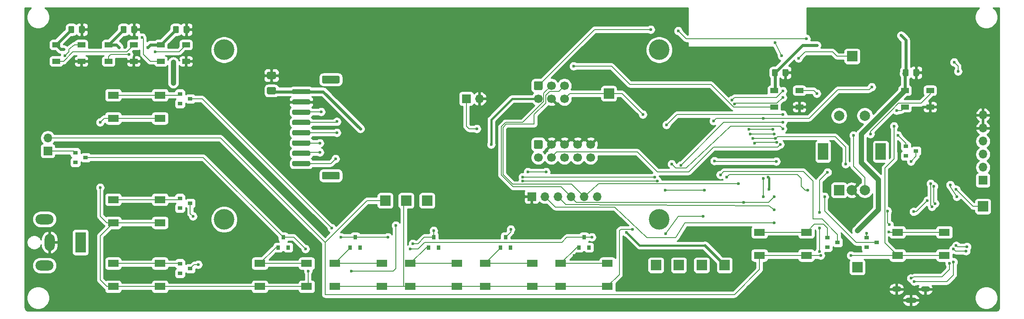
<source format=gbr>
%TF.GenerationSoftware,KiCad,Pcbnew,(5.1.6-0-10_14)*%
%TF.CreationDate,2020-10-26T15:40:05+01:00*%
%TF.ProjectId,GenericEPaperRemote,47656e65-7269-4634-9550-617065725265,rev?*%
%TF.SameCoordinates,Original*%
%TF.FileFunction,Copper,L1,Top*%
%TF.FilePolarity,Positive*%
%FSLAX46Y46*%
G04 Gerber Fmt 4.6, Leading zero omitted, Abs format (unit mm)*
G04 Created by KiCad (PCBNEW (5.1.6-0-10_14)) date 2020-10-26 15:40:05*
%MOMM*%
%LPD*%
G01*
G04 APERTURE LIST*
%TA.AperFunction,ComponentPad*%
%ADD10R,2.000000X2.000000*%
%TD*%
%TA.AperFunction,WasherPad*%
%ADD11C,4.000000*%
%TD*%
%TA.AperFunction,ComponentPad*%
%ADD12O,1.700000X1.700000*%
%TD*%
%TA.AperFunction,ComponentPad*%
%ADD13R,1.700000X1.700000*%
%TD*%
%TA.AperFunction,SMDPad,CuDef*%
%ADD14R,0.900000X0.800000*%
%TD*%
%TA.AperFunction,SMDPad,CuDef*%
%ADD15R,2.100000X1.400000*%
%TD*%
%TA.AperFunction,ComponentPad*%
%ADD16O,2.200000X1.100000*%
%TD*%
%TA.AperFunction,ComponentPad*%
%ADD17O,1.800000X1.100000*%
%TD*%
%TA.AperFunction,ComponentPad*%
%ADD18C,2.000000*%
%TD*%
%TA.AperFunction,ComponentPad*%
%ADD19R,2.000000X3.200000*%
%TD*%
%TA.AperFunction,ComponentPad*%
%ADD20O,3.500000X2.000000*%
%TD*%
%TA.AperFunction,ComponentPad*%
%ADD21O,2.000000X3.300000*%
%TD*%
%TA.AperFunction,ComponentPad*%
%ADD22R,2.000000X4.000000*%
%TD*%
%TA.AperFunction,ComponentPad*%
%ADD23C,1.700000*%
%TD*%
%TA.AperFunction,SMDPad,CuDef*%
%ADD24R,1.500000X1.000000*%
%TD*%
%TA.AperFunction,SMDPad,CuDef*%
%ADD25R,0.800000X0.900000*%
%TD*%
%TA.AperFunction,ViaPad*%
%ADD26C,0.600000*%
%TD*%
%TA.AperFunction,ViaPad*%
%ADD27C,0.900000*%
%TD*%
%TA.AperFunction,Conductor*%
%ADD28C,0.200000*%
%TD*%
%TA.AperFunction,Conductor*%
%ADD29C,0.600000*%
%TD*%
%TA.AperFunction,Conductor*%
%ADD30C,0.400000*%
%TD*%
%TA.AperFunction,Conductor*%
%ADD31C,1.000000*%
%TD*%
%TA.AperFunction,Conductor*%
%ADD32C,0.254000*%
%TD*%
G04 APERTURE END LIST*
D10*
%TO.P,TP12,1*%
%TO.N,/io_sel2*%
X151892000Y-118872000D03*
%TD*%
%TO.P,TP11,1*%
%TO.N,/io_sel1*%
X155956000Y-118872000D03*
%TD*%
%TO.P,TP10,1*%
%TO.N,/io_sel0*%
X160020000Y-118872000D03*
%TD*%
%TO.P,TP9,1*%
%TO.N,/IO0*%
X195326000Y-98044000D03*
%TD*%
D11*
%TO.P,Disp1,*%
%TO.N,*%
X120610000Y-122550000D03*
X120610000Y-89550000D03*
X205110000Y-89550000D03*
X205110000Y-122550000D03*
%TD*%
D10*
%TO.P,TP8,1*%
%TO.N,+3V3*%
X217805000Y-131445000D03*
%TD*%
%TO.P,TP7,1*%
%TO.N,+5V*%
X243586000Y-131826000D03*
%TD*%
%TO.P,TP5,1*%
%TO.N,Net-(C6-Pad1)*%
X267970000Y-120015000D03*
%TD*%
%TO.P,TP4,1*%
%TO.N,/esp_tx*%
X213360000Y-131445000D03*
%TD*%
%TO.P,TP3,1*%
%TO.N,/esp_rx*%
X208915000Y-131445000D03*
%TD*%
%TO.P,TP2,1*%
%TO.N,/IO0*%
X204470000Y-131445000D03*
%TD*%
%TO.P,TP1,1*%
%TO.N,/en*%
X242570000Y-90805000D03*
%TD*%
D12*
%TO.P,SW14,2*%
%TO.N,/io_sel2*%
X86360000Y-106680000D03*
D13*
%TO.P,SW14,1*%
%TO.N,Net-(D30-Pad2)*%
X86360000Y-109220000D03*
%TD*%
D14*
%TO.P,D30,1*%
%TO.N,/io_in3*%
X93710000Y-110490000D03*
%TO.P,D30,*%
%TO.N,*%
X91710000Y-111440000D03*
%TO.P,D30,2*%
%TO.N,Net-(D30-Pad2)*%
X91710000Y-109540000D03*
%TD*%
%TO.P,J1,MP*%
%TO.N,N/C*%
%TA.AperFunction,SMDPad,CuDef*%
G36*
G01*
X142780000Y-96080000D02*
X139880000Y-96080000D01*
G75*
G02*
X139630000Y-95830000I0J250000D01*
G01*
X139630000Y-94830000D01*
G75*
G02*
X139880000Y-94580000I250000J0D01*
G01*
X142780000Y-94580000D01*
G75*
G02*
X143030000Y-94830000I0J-250000D01*
G01*
X143030000Y-95830000D01*
G75*
G02*
X142780000Y-96080000I-250000J0D01*
G01*
G37*
%TD.AperFunction*%
%TA.AperFunction,SMDPad,CuDef*%
G36*
G01*
X142780000Y-114780000D02*
X139880000Y-114780000D01*
G75*
G02*
X139630000Y-114530000I0J250000D01*
G01*
X139630000Y-113530000D01*
G75*
G02*
X139880000Y-113280000I250000J0D01*
G01*
X142780000Y-113280000D01*
G75*
G02*
X143030000Y-113530000I0J-250000D01*
G01*
X143030000Y-114530000D01*
G75*
G02*
X142780000Y-114780000I-250000J0D01*
G01*
G37*
%TD.AperFunction*%
%TO.P,J1,8*%
%TO.N,+3V3*%
%TA.AperFunction,SMDPad,CuDef*%
G36*
G01*
X137080000Y-98180000D02*
X134080000Y-98180000D01*
G75*
G02*
X133830000Y-97930000I0J250000D01*
G01*
X133830000Y-97430000D01*
G75*
G02*
X134080000Y-97180000I250000J0D01*
G01*
X137080000Y-97180000D01*
G75*
G02*
X137330000Y-97430000I0J-250000D01*
G01*
X137330000Y-97930000D01*
G75*
G02*
X137080000Y-98180000I-250000J0D01*
G01*
G37*
%TD.AperFunction*%
%TO.P,J1,7*%
%TO.N,GND*%
%TA.AperFunction,SMDPad,CuDef*%
G36*
G01*
X137080000Y-100180000D02*
X134080000Y-100180000D01*
G75*
G02*
X133830000Y-99930000I0J250000D01*
G01*
X133830000Y-99430000D01*
G75*
G02*
X134080000Y-99180000I250000J0D01*
G01*
X137080000Y-99180000D01*
G75*
G02*
X137330000Y-99430000I0J-250000D01*
G01*
X137330000Y-99930000D01*
G75*
G02*
X137080000Y-100180000I-250000J0D01*
G01*
G37*
%TD.AperFunction*%
%TO.P,J1,6*%
%TO.N,/disp_din*%
%TA.AperFunction,SMDPad,CuDef*%
G36*
G01*
X137080000Y-102180000D02*
X134080000Y-102180000D01*
G75*
G02*
X133830000Y-101930000I0J250000D01*
G01*
X133830000Y-101430000D01*
G75*
G02*
X134080000Y-101180000I250000J0D01*
G01*
X137080000Y-101180000D01*
G75*
G02*
X137330000Y-101430000I0J-250000D01*
G01*
X137330000Y-101930000D01*
G75*
G02*
X137080000Y-102180000I-250000J0D01*
G01*
G37*
%TD.AperFunction*%
%TO.P,J1,5*%
%TO.N,/disp_clk*%
%TA.AperFunction,SMDPad,CuDef*%
G36*
G01*
X137080000Y-104180000D02*
X134080000Y-104180000D01*
G75*
G02*
X133830000Y-103930000I0J250000D01*
G01*
X133830000Y-103430000D01*
G75*
G02*
X134080000Y-103180000I250000J0D01*
G01*
X137080000Y-103180000D01*
G75*
G02*
X137330000Y-103430000I0J-250000D01*
G01*
X137330000Y-103930000D01*
G75*
G02*
X137080000Y-104180000I-250000J0D01*
G01*
G37*
%TD.AperFunction*%
%TO.P,J1,4*%
%TO.N,/disp_cs*%
%TA.AperFunction,SMDPad,CuDef*%
G36*
G01*
X137080000Y-106180000D02*
X134080000Y-106180000D01*
G75*
G02*
X133830000Y-105930000I0J250000D01*
G01*
X133830000Y-105430000D01*
G75*
G02*
X134080000Y-105180000I250000J0D01*
G01*
X137080000Y-105180000D01*
G75*
G02*
X137330000Y-105430000I0J-250000D01*
G01*
X137330000Y-105930000D01*
G75*
G02*
X137080000Y-106180000I-250000J0D01*
G01*
G37*
%TD.AperFunction*%
%TO.P,J1,3*%
%TO.N,/disp_dc*%
%TA.AperFunction,SMDPad,CuDef*%
G36*
G01*
X137080000Y-108180000D02*
X134080000Y-108180000D01*
G75*
G02*
X133830000Y-107930000I0J250000D01*
G01*
X133830000Y-107430000D01*
G75*
G02*
X134080000Y-107180000I250000J0D01*
G01*
X137080000Y-107180000D01*
G75*
G02*
X137330000Y-107430000I0J-250000D01*
G01*
X137330000Y-107930000D01*
G75*
G02*
X137080000Y-108180000I-250000J0D01*
G01*
G37*
%TD.AperFunction*%
%TO.P,J1,2*%
%TO.N,/disp_rst*%
%TA.AperFunction,SMDPad,CuDef*%
G36*
G01*
X137080000Y-110180000D02*
X134080000Y-110180000D01*
G75*
G02*
X133830000Y-109930000I0J250000D01*
G01*
X133830000Y-109430000D01*
G75*
G02*
X134080000Y-109180000I250000J0D01*
G01*
X137080000Y-109180000D01*
G75*
G02*
X137330000Y-109430000I0J-250000D01*
G01*
X137330000Y-109930000D01*
G75*
G02*
X137080000Y-110180000I-250000J0D01*
G01*
G37*
%TD.AperFunction*%
%TO.P,J1,1*%
%TO.N,/disp_busy*%
%TA.AperFunction,SMDPad,CuDef*%
G36*
G01*
X137080000Y-112180000D02*
X134080000Y-112180000D01*
G75*
G02*
X133830000Y-111930000I0J250000D01*
G01*
X133830000Y-111430000D01*
G75*
G02*
X134080000Y-111180000I250000J0D01*
G01*
X137080000Y-111180000D01*
G75*
G02*
X137330000Y-111430000I0J-250000D01*
G01*
X137330000Y-111930000D01*
G75*
G02*
X137080000Y-112180000I-250000J0D01*
G01*
G37*
%TD.AperFunction*%
%TD*%
D15*
%TO.P,SW10,1*%
%TO.N,Net-(D10-Pad2)*%
X251380000Y-125040000D03*
%TO.P,SW10,3*%
%TO.N,/io_sel2*%
X251380000Y-129540000D03*
%TO.P,SW10,4*%
X260480000Y-129540000D03*
%TO.P,SW10,2*%
%TO.N,Net-(D10-Pad2)*%
X260480000Y-125040000D03*
%TD*%
%TO.P,SW9,1*%
%TO.N,Net-(D9-Pad2)*%
X224580000Y-125040000D03*
%TO.P,SW9,3*%
%TO.N,/io_sel2*%
X224580000Y-129540000D03*
%TO.P,SW9,4*%
X233680000Y-129540000D03*
%TO.P,SW9,2*%
%TO.N,Net-(D9-Pad2)*%
X233680000Y-125040000D03*
%TD*%
%TO.P,SW8,1*%
%TO.N,Net-(D8-Pad2)*%
X185950000Y-131100000D03*
%TO.P,SW8,3*%
%TO.N,/io_sel1*%
X185950000Y-135600000D03*
%TO.P,SW8,4*%
X195050000Y-135600000D03*
%TO.P,SW8,2*%
%TO.N,Net-(D8-Pad2)*%
X195050000Y-131100000D03*
%TD*%
%TO.P,SW7,1*%
%TO.N,Net-(D7-Pad2)*%
X171345000Y-131100000D03*
%TO.P,SW7,3*%
%TO.N,/io_sel1*%
X171345000Y-135600000D03*
%TO.P,SW7,4*%
X180445000Y-135600000D03*
%TO.P,SW7,2*%
%TO.N,Net-(D7-Pad2)*%
X180445000Y-131100000D03*
%TD*%
%TO.P,SW6,1*%
%TO.N,Net-(D6-Pad2)*%
X156740000Y-131100000D03*
%TO.P,SW6,3*%
%TO.N,/io_sel1*%
X156740000Y-135600000D03*
%TO.P,SW6,4*%
X165840000Y-135600000D03*
%TO.P,SW6,2*%
%TO.N,Net-(D6-Pad2)*%
X165840000Y-131100000D03*
%TD*%
%TO.P,SW5,1*%
%TO.N,Net-(D5-Pad2)*%
X142135000Y-131100000D03*
%TO.P,SW5,3*%
%TO.N,/io_sel1*%
X142135000Y-135600000D03*
%TO.P,SW5,4*%
X151235000Y-135600000D03*
%TO.P,SW5,2*%
%TO.N,Net-(D5-Pad2)*%
X151235000Y-131100000D03*
%TD*%
%TO.P,SW4,1*%
%TO.N,Net-(D4-Pad2)*%
X127530000Y-131100000D03*
%TO.P,SW4,3*%
%TO.N,/io_sel0*%
X127530000Y-135600000D03*
%TO.P,SW4,4*%
X136630000Y-135600000D03*
%TO.P,SW4,2*%
%TO.N,Net-(D4-Pad2)*%
X136630000Y-131100000D03*
%TD*%
%TO.P,SW3,1*%
%TO.N,Net-(D3-Pad2)*%
X99060000Y-131100000D03*
%TO.P,SW3,3*%
%TO.N,/io_sel0*%
X99060000Y-135600000D03*
%TO.P,SW3,4*%
X108160000Y-135600000D03*
%TO.P,SW3,2*%
%TO.N,Net-(D3-Pad2)*%
X108160000Y-131100000D03*
%TD*%
%TO.P,SW2,1*%
%TO.N,Net-(D2-Pad2)*%
X99060000Y-118690000D03*
%TO.P,SW2,3*%
%TO.N,/io_sel0*%
X99060000Y-123190000D03*
%TO.P,SW2,4*%
X108160000Y-123190000D03*
%TO.P,SW2,2*%
%TO.N,Net-(D2-Pad2)*%
X108160000Y-118690000D03*
%TD*%
%TO.P,SW1,1*%
%TO.N,Net-(D1-Pad2)*%
X99060000Y-98370000D03*
%TO.P,SW1,3*%
%TO.N,/io_sel0*%
X99060000Y-102870000D03*
%TO.P,SW1,4*%
X108160000Y-102870000D03*
%TO.P,SW1,2*%
%TO.N,Net-(D1-Pad2)*%
X108160000Y-98370000D03*
%TD*%
D12*
%TO.P,USB2,6*%
%TO.N,GND*%
X267970000Y-102235000D03*
%TO.P,USB2,5*%
X267970000Y-104775000D03*
%TO.P,USB2,4*%
%TO.N,Net-(USB2-Pad4)*%
X267970000Y-107315000D03*
%TO.P,USB2,3*%
%TO.N,/Connectors/usb_d+*%
X267970000Y-109855000D03*
%TO.P,USB2,2*%
%TO.N,/Connectors/usb_d-*%
X267970000Y-112395000D03*
D13*
%TO.P,USB2,1*%
%TO.N,/Connectors/usb_v+*%
X267970000Y-114935000D03*
%TD*%
D16*
%TO.P,USB1,6*%
%TO.N,GND*%
X254000000Y-138235000D03*
D17*
X251200000Y-136085000D03*
X256800000Y-136085000D03*
%TD*%
D10*
%TO.P,SW11,A*%
%TO.N,/IO0*%
X240030000Y-116840000D03*
D18*
%TO.P,SW11,C*%
%TO.N,GND*%
X242530000Y-116840000D03*
%TO.P,SW11,B*%
%TO.N,/io_rot_b*%
X245030000Y-116840000D03*
D19*
%TO.P,SW11,MP*%
%TO.N,N/C*%
X236930000Y-109340000D03*
X248130000Y-109340000D03*
D18*
%TO.P,SW11,S2*%
%TO.N,Net-(D11-Pad2)*%
X240030000Y-102340000D03*
%TO.P,SW11,S1*%
%TO.N,/io_sel2*%
X245030000Y-102340000D03*
%TD*%
D12*
%TO.P,JSerial1,6*%
%TO.N,+3V3*%
X193040000Y-118110000D03*
%TO.P,JSerial1,5*%
%TO.N,/esp_rx*%
X190500000Y-118110000D03*
%TO.P,JSerial1,4*%
%TO.N,/esp_tx*%
X187960000Y-118110000D03*
%TO.P,JSerial1,3*%
%TO.N,Net-(JP3-Pad2)*%
X185420000Y-118110000D03*
%TO.P,JSerial1,2*%
%TO.N,Net-(JP4-Pad2)*%
X182880000Y-118110000D03*
D13*
%TO.P,JSerial1,1*%
%TO.N,GND*%
X180340000Y-118110000D03*
%TD*%
D20*
%TO.P,J5,MP*%
%TO.N,N/C*%
X85710000Y-122500000D03*
X85710000Y-131500000D03*
D21*
%TO.P,J5,2*%
%TO.N,GND*%
X86710000Y-127000000D03*
D22*
%TO.P,J5,1*%
%TO.N,Net-(D12-Pad2)*%
X92710000Y-127000000D03*
%TD*%
D23*
%TO.P,J4,10*%
%TO.N,Net-(J4-Pad10)*%
X191770000Y-110490000D03*
%TO.P,J4,8*%
%TO.N,/ESP_TDI*%
X189230000Y-110490000D03*
%TO.P,J4,6*%
%TO.N,/ESP_TDO*%
X186690000Y-110490000D03*
%TO.P,J4,4*%
%TO.N,/ESP_TCK*%
X184150000Y-110490000D03*
%TO.P,J4,2*%
%TO.N,/ESP_TMS*%
X181610000Y-110490000D03*
%TO.P,J4,9*%
%TO.N,GND*%
X191770000Y-107950000D03*
%TO.P,J4,7*%
X189230000Y-107950000D03*
%TO.P,J4,5*%
X186690000Y-107950000D03*
%TO.P,J4,3*%
X184150000Y-107950000D03*
%TO.P,J4,1*%
%TO.N,+3V3*%
%TA.AperFunction,ComponentPad*%
G36*
G01*
X181010000Y-107100000D02*
X182210000Y-107100000D01*
G75*
G02*
X182460000Y-107350000I0J-250000D01*
G01*
X182460000Y-108550000D01*
G75*
G02*
X182210000Y-108800000I-250000J0D01*
G01*
X181010000Y-108800000D01*
G75*
G02*
X180760000Y-108550000I0J250000D01*
G01*
X180760000Y-107350000D01*
G75*
G02*
X181010000Y-107100000I250000J0D01*
G01*
G37*
%TD.AperFunction*%
%TD*%
%TO.P,J3,6*%
%TO.N,/IO0*%
X186690000Y-99060000D03*
%TO.P,J3,4*%
%TO.N,GND*%
X184150000Y-99060000D03*
%TO.P,J3,2*%
%TO.N,+3V3*%
X181610000Y-99060000D03*
%TO.P,J3,5*%
%TO.N,/esp_rx*%
X186690000Y-96520000D03*
%TO.P,J3,3*%
%TO.N,/esp_tx*%
X184150000Y-96520000D03*
%TO.P,J3,1*%
%TO.N,/en*%
%TA.AperFunction,ComponentPad*%
G36*
G01*
X181010000Y-95670000D02*
X182210000Y-95670000D01*
G75*
G02*
X182460000Y-95920000I0J-250000D01*
G01*
X182460000Y-97120000D01*
G75*
G02*
X182210000Y-97370000I-250000J0D01*
G01*
X181010000Y-97370000D01*
G75*
G02*
X180760000Y-97120000I0J250000D01*
G01*
X180760000Y-95920000D01*
G75*
G02*
X181010000Y-95670000I250000J0D01*
G01*
G37*
%TD.AperFunction*%
%TD*%
D12*
%TO.P,J2,2*%
%TO.N,GND*%
X170180000Y-99060000D03*
D13*
%TO.P,J2,1*%
%TO.N,/io_speaker*%
X167640000Y-99060000D03*
%TD*%
D24*
%TO.P,D21,1*%
%TO.N,+5V*%
X108294000Y-88570000D03*
%TO.P,D21,2*%
%TO.N,Net-(D21-Pad2)*%
X108294000Y-91770000D03*
%TO.P,D21,4*%
%TO.N,Net-(D20-Pad2)*%
X113194000Y-88570000D03*
%TO.P,D21,3*%
%TO.N,GND*%
X113194000Y-91770000D03*
%TD*%
%TO.P,D20,1*%
%TO.N,+5V*%
X98134000Y-88570000D03*
%TO.P,D20,2*%
%TO.N,Net-(D20-Pad2)*%
X98134000Y-91770000D03*
%TO.P,D20,4*%
%TO.N,Net-(D19-Pad2)*%
X103034000Y-88570000D03*
%TO.P,D20,3*%
%TO.N,GND*%
X103034000Y-91770000D03*
%TD*%
%TO.P,D19,1*%
%TO.N,+5V*%
X87974000Y-88570000D03*
%TO.P,D19,2*%
%TO.N,Net-(D19-Pad2)*%
X87974000Y-91770000D03*
%TO.P,D19,4*%
%TO.N,Net-(D18-Pad2)*%
X92874000Y-88570000D03*
%TO.P,D19,3*%
%TO.N,GND*%
X92874000Y-91770000D03*
%TD*%
%TO.P,D18,1*%
%TO.N,+5V*%
X227420000Y-97460000D03*
%TO.P,D18,2*%
%TO.N,Net-(D18-Pad2)*%
X227420000Y-100660000D03*
%TO.P,D18,4*%
%TO.N,Net-(D17-Pad2)*%
X232320000Y-97460000D03*
%TO.P,D18,3*%
%TO.N,GND*%
X232320000Y-100660000D03*
%TD*%
%TO.P,D17,1*%
%TO.N,+5V*%
X252820000Y-97460000D03*
%TO.P,D17,2*%
%TO.N,Net-(D17-Pad2)*%
X252820000Y-100660000D03*
%TO.P,D17,4*%
%TO.N,/io_neopixel*%
X257720000Y-97460000D03*
%TO.P,D17,3*%
%TO.N,GND*%
X257720000Y-100660000D03*
%TD*%
D14*
%TO.P,D11,1*%
%TO.N,/io_in2*%
X255000000Y-109220000D03*
%TO.P,D11,*%
%TO.N,*%
X253000000Y-110170000D03*
%TO.P,D11,2*%
%TO.N,Net-(D11-Pad2)*%
X253000000Y-108270000D03*
%TD*%
%TO.P,D10,1*%
%TO.N,/io_in1*%
X247380000Y-127000000D03*
%TO.P,D10,*%
%TO.N,*%
X245380000Y-127950000D03*
%TO.P,D10,2*%
%TO.N,Net-(D10-Pad2)*%
X245380000Y-126050000D03*
%TD*%
%TO.P,D9,1*%
%TO.N,/io_in0*%
X239760000Y-127000000D03*
%TO.P,D9,*%
%TO.N,*%
X237760000Y-127950000D03*
%TO.P,D9,2*%
%TO.N,Net-(D9-Pad2)*%
X237760000Y-126050000D03*
%TD*%
D25*
%TO.P,D8,1*%
%TO.N,/io_in3*%
X190500000Y-126000000D03*
%TO.P,D8,*%
%TO.N,*%
X191450000Y-128000000D03*
%TO.P,D8,2*%
%TO.N,Net-(D8-Pad2)*%
X189550000Y-128000000D03*
%TD*%
%TO.P,D7,1*%
%TO.N,/io_in2*%
X175260000Y-126000000D03*
%TO.P,D7,*%
%TO.N,*%
X176210000Y-128000000D03*
%TO.P,D7,2*%
%TO.N,Net-(D7-Pad2)*%
X174310000Y-128000000D03*
%TD*%
%TO.P,D6,1*%
%TO.N,/io_in1*%
X161290000Y-126000000D03*
%TO.P,D6,*%
%TO.N,*%
X162240000Y-128000000D03*
%TO.P,D6,2*%
%TO.N,Net-(D6-Pad2)*%
X160340000Y-128000000D03*
%TD*%
%TO.P,D5,1*%
%TO.N,/io_in0*%
X146050000Y-126000000D03*
%TO.P,D5,*%
%TO.N,*%
X147000000Y-128000000D03*
%TO.P,D5,2*%
%TO.N,Net-(D5-Pad2)*%
X145100000Y-128000000D03*
%TD*%
%TO.P,D4,1*%
%TO.N,/io_in3*%
X132080000Y-126000000D03*
%TO.P,D4,*%
%TO.N,*%
X133030000Y-128000000D03*
%TO.P,D4,2*%
%TO.N,Net-(D4-Pad2)*%
X131130000Y-128000000D03*
%TD*%
D14*
%TO.P,D3,1*%
%TO.N,/io_in2*%
X114030000Y-132080000D03*
%TO.P,D3,*%
%TO.N,*%
X112030000Y-133030000D03*
%TO.P,D3,2*%
%TO.N,Net-(D3-Pad2)*%
X112030000Y-131130000D03*
%TD*%
%TO.P,D2,1*%
%TO.N,/io_in1*%
X114030000Y-119380000D03*
%TO.P,D2,*%
%TO.N,*%
X112030000Y-120330000D03*
%TO.P,D2,2*%
%TO.N,Net-(D2-Pad2)*%
X112030000Y-118430000D03*
%TD*%
%TO.P,D1,1*%
%TO.N,/io_in0*%
X114030000Y-99060000D03*
%TO.P,D1,*%
%TO.N,*%
X112030000Y-100010000D03*
%TO.P,D1,2*%
%TO.N,Net-(D1-Pad2)*%
X112030000Y-98110000D03*
%TD*%
%TO.P,C13,2*%
%TO.N,GND*%
%TA.AperFunction,SMDPad,CuDef*%
G36*
G01*
X112718000Y-86048001D02*
X112718000Y-85147999D01*
G75*
G02*
X112967999Y-84898000I249999J0D01*
G01*
X113618001Y-84898000D01*
G75*
G02*
X113868000Y-85147999I0J-249999D01*
G01*
X113868000Y-86048001D01*
G75*
G02*
X113618001Y-86298000I-249999J0D01*
G01*
X112967999Y-86298000D01*
G75*
G02*
X112718000Y-86048001I0J249999D01*
G01*
G37*
%TD.AperFunction*%
%TO.P,C13,1*%
%TO.N,+5V*%
%TA.AperFunction,SMDPad,CuDef*%
G36*
G01*
X110668000Y-86048001D02*
X110668000Y-85147999D01*
G75*
G02*
X110917999Y-84898000I249999J0D01*
G01*
X111568001Y-84898000D01*
G75*
G02*
X111818000Y-85147999I0J-249999D01*
G01*
X111818000Y-86048001D01*
G75*
G02*
X111568001Y-86298000I-249999J0D01*
G01*
X110917999Y-86298000D01*
G75*
G02*
X110668000Y-86048001I0J249999D01*
G01*
G37*
%TD.AperFunction*%
%TD*%
%TO.P,C12,2*%
%TO.N,GND*%
%TA.AperFunction,SMDPad,CuDef*%
G36*
G01*
X102558000Y-86048001D02*
X102558000Y-85147999D01*
G75*
G02*
X102807999Y-84898000I249999J0D01*
G01*
X103458001Y-84898000D01*
G75*
G02*
X103708000Y-85147999I0J-249999D01*
G01*
X103708000Y-86048001D01*
G75*
G02*
X103458001Y-86298000I-249999J0D01*
G01*
X102807999Y-86298000D01*
G75*
G02*
X102558000Y-86048001I0J249999D01*
G01*
G37*
%TD.AperFunction*%
%TO.P,C12,1*%
%TO.N,+5V*%
%TA.AperFunction,SMDPad,CuDef*%
G36*
G01*
X100508000Y-86048001D02*
X100508000Y-85147999D01*
G75*
G02*
X100757999Y-84898000I249999J0D01*
G01*
X101408001Y-84898000D01*
G75*
G02*
X101658000Y-85147999I0J-249999D01*
G01*
X101658000Y-86048001D01*
G75*
G02*
X101408001Y-86298000I-249999J0D01*
G01*
X100757999Y-86298000D01*
G75*
G02*
X100508000Y-86048001I0J249999D01*
G01*
G37*
%TD.AperFunction*%
%TD*%
%TO.P,C11,2*%
%TO.N,GND*%
%TA.AperFunction,SMDPad,CuDef*%
G36*
G01*
X92398000Y-86048001D02*
X92398000Y-85147999D01*
G75*
G02*
X92647999Y-84898000I249999J0D01*
G01*
X93298001Y-84898000D01*
G75*
G02*
X93548000Y-85147999I0J-249999D01*
G01*
X93548000Y-86048001D01*
G75*
G02*
X93298001Y-86298000I-249999J0D01*
G01*
X92647999Y-86298000D01*
G75*
G02*
X92398000Y-86048001I0J249999D01*
G01*
G37*
%TD.AperFunction*%
%TO.P,C11,1*%
%TO.N,+5V*%
%TA.AperFunction,SMDPad,CuDef*%
G36*
G01*
X90348000Y-86048001D02*
X90348000Y-85147999D01*
G75*
G02*
X90597999Y-84898000I249999J0D01*
G01*
X91248001Y-84898000D01*
G75*
G02*
X91498000Y-85147999I0J-249999D01*
G01*
X91498000Y-86048001D01*
G75*
G02*
X91248001Y-86298000I-249999J0D01*
G01*
X90597999Y-86298000D01*
G75*
G02*
X90348000Y-86048001I0J249999D01*
G01*
G37*
%TD.AperFunction*%
%TD*%
%TO.P,C10,2*%
%TO.N,GND*%
%TA.AperFunction,SMDPad,CuDef*%
G36*
G01*
X254450000Y-94430001D02*
X254450000Y-93529999D01*
G75*
G02*
X254699999Y-93280000I249999J0D01*
G01*
X255350001Y-93280000D01*
G75*
G02*
X255600000Y-93529999I0J-249999D01*
G01*
X255600000Y-94430001D01*
G75*
G02*
X255350001Y-94680000I-249999J0D01*
G01*
X254699999Y-94680000D01*
G75*
G02*
X254450000Y-94430001I0J249999D01*
G01*
G37*
%TD.AperFunction*%
%TO.P,C10,1*%
%TO.N,+5V*%
%TA.AperFunction,SMDPad,CuDef*%
G36*
G01*
X252400000Y-94430001D02*
X252400000Y-93529999D01*
G75*
G02*
X252649999Y-93280000I249999J0D01*
G01*
X253300001Y-93280000D01*
G75*
G02*
X253550000Y-93529999I0J-249999D01*
G01*
X253550000Y-94430001D01*
G75*
G02*
X253300001Y-94680000I-249999J0D01*
G01*
X252649999Y-94680000D01*
G75*
G02*
X252400000Y-94430001I0J249999D01*
G01*
G37*
%TD.AperFunction*%
%TD*%
%TO.P,C9,2*%
%TO.N,GND*%
%TA.AperFunction,SMDPad,CuDef*%
G36*
G01*
X229050000Y-94430001D02*
X229050000Y-93529999D01*
G75*
G02*
X229299999Y-93280000I249999J0D01*
G01*
X229950001Y-93280000D01*
G75*
G02*
X230200000Y-93529999I0J-249999D01*
G01*
X230200000Y-94430001D01*
G75*
G02*
X229950001Y-94680000I-249999J0D01*
G01*
X229299999Y-94680000D01*
G75*
G02*
X229050000Y-94430001I0J249999D01*
G01*
G37*
%TD.AperFunction*%
%TO.P,C9,1*%
%TO.N,+5V*%
%TA.AperFunction,SMDPad,CuDef*%
G36*
G01*
X227000000Y-94430001D02*
X227000000Y-93529999D01*
G75*
G02*
X227249999Y-93280000I249999J0D01*
G01*
X227900001Y-93280000D01*
G75*
G02*
X228150000Y-93529999I0J-249999D01*
G01*
X228150000Y-94430001D01*
G75*
G02*
X227900001Y-94680000I-249999J0D01*
G01*
X227249999Y-94680000D01*
G75*
G02*
X227000000Y-94430001I0J249999D01*
G01*
G37*
%TD.AperFunction*%
%TD*%
%TO.P,C4,2*%
%TO.N,GND*%
%TA.AperFunction,SMDPad,CuDef*%
G36*
G01*
X130419000Y-95237000D02*
X129169000Y-95237000D01*
G75*
G02*
X128919000Y-94987000I0J250000D01*
G01*
X128919000Y-94062000D01*
G75*
G02*
X129169000Y-93812000I250000J0D01*
G01*
X130419000Y-93812000D01*
G75*
G02*
X130669000Y-94062000I0J-250000D01*
G01*
X130669000Y-94987000D01*
G75*
G02*
X130419000Y-95237000I-250000J0D01*
G01*
G37*
%TD.AperFunction*%
%TO.P,C4,1*%
%TO.N,+3V3*%
%TA.AperFunction,SMDPad,CuDef*%
G36*
G01*
X130419000Y-98212000D02*
X129169000Y-98212000D01*
G75*
G02*
X128919000Y-97962000I0J250000D01*
G01*
X128919000Y-97037000D01*
G75*
G02*
X129169000Y-96787000I250000J0D01*
G01*
X130419000Y-96787000D01*
G75*
G02*
X130669000Y-97037000I0J-250000D01*
G01*
X130669000Y-97962000D01*
G75*
G02*
X130419000Y-98212000I-250000J0D01*
G01*
G37*
%TD.AperFunction*%
%TD*%
D26*
%TO.N,GND*%
X225298000Y-93726000D03*
X269748000Y-122936000D03*
X268732000Y-122936000D03*
X267716000Y-122936000D03*
X266700000Y-122936000D03*
X265684000Y-122936000D03*
X264668000Y-122936000D03*
X264668000Y-123952000D03*
X265684000Y-123952000D03*
X266700000Y-123952000D03*
X267716000Y-123952000D03*
X260604000Y-126746000D03*
X260604000Y-127762000D03*
X259588000Y-127762000D03*
X259588000Y-126746000D03*
X258318000Y-126746000D03*
X258318000Y-127762000D03*
X257048000Y-127762000D03*
X230378000Y-131318000D03*
X231140000Y-131318000D03*
X230124000Y-130556000D03*
X230886000Y-130556000D03*
X231648000Y-130556000D03*
X220980000Y-127000000D03*
X220980000Y-128016000D03*
X220980000Y-129032000D03*
X220218000Y-128524000D03*
X220218000Y-127508000D03*
X219456000Y-128016000D03*
X213614000Y-124968000D03*
X212598000Y-124968000D03*
X211582000Y-124968000D03*
X210566000Y-124968000D03*
X217678000Y-135890000D03*
X216408000Y-135890000D03*
X215138000Y-135890000D03*
X213868000Y-135890000D03*
X212598000Y-135890000D03*
X211328000Y-135890000D03*
X210312000Y-135890000D03*
X209042000Y-135890000D03*
X207772000Y-135890000D03*
X206502000Y-135890000D03*
X245364000Y-119380000D03*
X244348000Y-119380000D03*
X243078000Y-119380000D03*
X242316000Y-119380000D03*
X261394073Y-117333444D03*
X261366000Y-119126000D03*
X96266000Y-91948000D03*
X95504000Y-91948000D03*
X94742000Y-91948000D03*
X100076000Y-91948000D03*
X100838000Y-91948000D03*
X100838000Y-92710000D03*
X100076000Y-92710000D03*
X96266000Y-92710000D03*
X95504000Y-92710000D03*
X94742000Y-92710000D03*
X213106000Y-124206000D03*
X212090000Y-124206000D03*
X211074000Y-124206000D03*
X234442000Y-108712000D03*
X234442000Y-109728000D03*
X234442000Y-110744000D03*
X233680000Y-110236000D03*
X233680000Y-109220000D03*
X232918000Y-109728000D03*
X249428000Y-92964000D03*
X249428000Y-93726000D03*
X249428000Y-94488000D03*
X250190000Y-93726000D03*
X250952000Y-93726000D03*
X232918000Y-92964000D03*
X232918000Y-93726000D03*
X232918000Y-94488000D03*
X232918000Y-95250000D03*
X232918000Y-96012000D03*
X251277000Y-119705000D03*
X258329000Y-121655000D03*
X254508000Y-119634000D03*
X264922000Y-129794000D03*
X264922000Y-130810000D03*
X264922000Y-131826000D03*
X264922000Y-132842000D03*
X265938000Y-132842000D03*
X266954000Y-132842000D03*
X267970000Y-132842000D03*
X252730000Y-135128000D03*
X252730000Y-134112000D03*
X251714000Y-134112000D03*
X250698000Y-134112000D03*
X249682000Y-134112000D03*
X248666000Y-134620000D03*
X248666000Y-135636000D03*
X248666000Y-136652000D03*
X248666000Y-137668000D03*
X89662000Y-122174000D03*
X89662000Y-123444000D03*
X89662000Y-124714000D03*
X89662000Y-126238000D03*
X89662000Y-127762000D03*
X89662000Y-129286000D03*
X89662000Y-130810000D03*
X89662000Y-120904000D03*
X232918000Y-104140000D03*
X232918000Y-105156000D03*
X234188000Y-105156000D03*
X234188000Y-104140000D03*
X259588000Y-88392000D03*
X258588000Y-88392000D03*
X257588000Y-88392000D03*
X256588000Y-88392000D03*
X259588000Y-89392000D03*
X258588000Y-89392000D03*
X257588000Y-89392000D03*
X256588000Y-89392000D03*
X259588000Y-90392000D03*
X258588000Y-90392000D03*
X257588000Y-90392000D03*
X256588000Y-90392000D03*
X259588000Y-91392000D03*
X258588000Y-91392000D03*
X257588000Y-91392000D03*
X256588000Y-91392000D03*
X224298000Y-93726000D03*
X223298000Y-93726000D03*
X222298000Y-93726000D03*
X221298000Y-93726000D03*
X225298000Y-94726000D03*
X224298000Y-94726000D03*
X223298000Y-94726000D03*
X222298000Y-94726000D03*
X221298000Y-94726000D03*
X225298000Y-95726000D03*
X224298000Y-95726000D03*
X223298000Y-95726000D03*
X222298000Y-95726000D03*
X221298000Y-95726000D03*
X225298000Y-96726000D03*
X224298000Y-96726000D03*
X223298000Y-96726000D03*
X222298000Y-96726000D03*
X221298000Y-96726000D03*
X225298000Y-97726000D03*
X224298000Y-97726000D03*
X223298000Y-97726000D03*
X222298000Y-97726000D03*
X221298000Y-97726000D03*
X237236000Y-130556000D03*
X240284000Y-130556000D03*
X241808000Y-127000000D03*
X241046000Y-127000000D03*
X241046000Y-125984000D03*
X241808000Y-128016000D03*
X241046000Y-128016000D03*
X193675000Y-127635000D03*
X194945000Y-127635000D03*
X196215000Y-127635000D03*
X196215000Y-128905000D03*
X194945000Y-128905000D03*
X193675000Y-128905000D03*
X192405000Y-129540000D03*
X191135000Y-129540000D03*
X189865000Y-129540000D03*
X188595000Y-129540000D03*
X198755000Y-130175000D03*
X200025000Y-130175000D03*
X201295000Y-130175000D03*
X201295000Y-131445000D03*
X200025000Y-131445000D03*
X198755000Y-131445000D03*
X198755000Y-132715000D03*
X200025000Y-132715000D03*
X201295000Y-132715000D03*
%TO.N,+3V3*%
X237807500Y-113347500D03*
X226441000Y-116713000D03*
X147066000Y-104902000D03*
X172466000Y-107950000D03*
X198755000Y-125095000D03*
X236220000Y-121158000D03*
X226286724Y-114319010D03*
X236220000Y-128778000D03*
X236220000Y-124206000D03*
%TO.N,/en*%
X203454000Y-85598000D03*
X228908040Y-90712990D03*
X227584000Y-88138000D03*
X232156000Y-91186000D03*
%TO.N,Net-(C6-Pad1)*%
X262747880Y-116697880D03*
X254508000Y-121031000D03*
X257175000Y-118872000D03*
%TO.N,+5V*%
X89408000Y-89408000D03*
X100187010Y-89042990D03*
X105775010Y-89042990D03*
X252086000Y-86750000D03*
D27*
X110735000Y-91957000D03*
X110735000Y-96021000D03*
D26*
X235712000Y-88646000D03*
X243586000Y-124714000D03*
%TO.N,/io_in0*%
X227203000Y-105029000D03*
X222504000Y-105029000D03*
X178562000Y-114300000D03*
X152400000Y-125984000D03*
X143256000Y-125984000D03*
X141478000Y-124206000D03*
X216989010Y-113865010D03*
X204216000Y-114319010D03*
%TO.N,/io_in1*%
X227457000Y-105918000D03*
X222758000Y-105918000D03*
X178562000Y-115062000D03*
X161290000Y-124714000D03*
X157226000Y-127254000D03*
X114554000Y-121920000D03*
X237236000Y-118110000D03*
X233934000Y-116840000D03*
X218186000Y-114300000D03*
X204724000Y-115042990D03*
X213868000Y-116840000D03*
X206248000Y-116840000D03*
%TO.N,/io_in2*%
X227711000Y-106807000D03*
X223266000Y-106807000D03*
X241300000Y-111760000D03*
X254000000Y-111252000D03*
X176276000Y-124460000D03*
X115570000Y-131318000D03*
X213614000Y-121920000D03*
X206375000Y-125349000D03*
%TO.N,/io_in3*%
X227965000Y-107569000D03*
X223647000Y-107696000D03*
X192024000Y-125984000D03*
X156718000Y-128270000D03*
X136398000Y-128270000D03*
%TO.N,Net-(D10-Pad2)*%
X249682000Y-124968000D03*
X245364000Y-125222000D03*
%TO.N,Net-(D11-Pad2)*%
X251460000Y-106172000D03*
%TO.N,Net-(D14-Pad1)*%
X258660661Y-119448578D03*
X258460000Y-116078000D03*
%TO.N,Net-(D15-Pad1)*%
X258059620Y-120049620D03*
X257810000Y-115570000D03*
%TO.N,Net-(D17-Pad2)*%
X235712000Y-98044000D03*
X251206000Y-101346000D03*
%TO.N,/io_neopixel*%
X246126000Y-105918000D03*
X227838000Y-111252000D03*
X215807979Y-111157891D03*
%TO.N,Net-(D18-Pad2)*%
X188468000Y-92710000D03*
X89662000Y-90678000D03*
%TO.N,Net-(D20-Pad2)*%
X102108000Y-90424000D03*
X107188000Y-89916000D03*
%TO.N,Net-(D21-Pad2)*%
X104648000Y-87122000D03*
%TO.N,Net-(D27-Pad2)*%
X208788000Y-85852000D03*
X233680000Y-87376000D03*
%TO.N,/disp_din*%
X139446000Y-101600000D03*
%TO.N,/disp_clk*%
X142494000Y-103505000D03*
%TO.N,/disp_cs*%
X142494000Y-105664000D03*
%TO.N,/disp_dc*%
X139192000Y-107696000D03*
%TO.N,/disp_rst*%
X139192000Y-109474000D03*
%TO.N,/disp_busy*%
X142240000Y-110744000D03*
%TO.N,/io_speaker*%
X229108000Y-102108000D03*
X206502000Y-104140000D03*
X169672000Y-104902000D03*
%TO.N,/IO0*%
X201930000Y-102108000D03*
X225298000Y-102870000D03*
X215646000Y-103378000D03*
X225298000Y-114554000D03*
X225298000Y-118110000D03*
X246380000Y-96774000D03*
%TO.N,/esp_rx*%
X220472000Y-115570000D03*
%TO.N,/esp_tx*%
X227457000Y-118110000D03*
X221553999Y-119187001D03*
%TO.N,/ESP_TDI*%
X229108000Y-104902000D03*
X207518000Y-111760000D03*
%TO.N,/ESP_TCK*%
X228600000Y-107950000D03*
%TO.N,/ESP_TMS*%
X229108000Y-103632000D03*
X209296000Y-111994990D03*
%TO.N,/Connectors/UTXD*%
X249809000Y-123571000D03*
X249447010Y-120923010D03*
%TO.N,Net-(JP3-Pad2)*%
X227457000Y-120650000D03*
%TO.N,Net-(JP4-Pad2)*%
X227457000Y-123190000D03*
%TO.N,Net-(Q1-Pad1)*%
X262382000Y-91948000D03*
X263144000Y-93726000D03*
%TO.N,/io_sel0*%
X229108000Y-97536000D03*
X183134000Y-113284000D03*
X179578000Y-113284000D03*
X96520000Y-103632000D03*
X219202000Y-99314000D03*
X96520000Y-116332000D03*
X153924000Y-123698000D03*
X145288000Y-132588000D03*
X136906000Y-132588000D03*
%TO.N,/io_sel1*%
X229108000Y-98806000D03*
X219710000Y-100076000D03*
X199898000Y-124460000D03*
%TO.N,/io_sel2*%
X250698000Y-104394000D03*
X242316000Y-129540000D03*
X236474000Y-129540000D03*
%TO.N,/io_rot_b*%
X242824000Y-106172000D03*
%TO.N,/Connectors/usb_d-*%
X264872104Y-127859356D03*
X262775000Y-127635000D03*
X261620000Y-115805000D03*
X262890000Y-118110000D03*
X254635000Y-134620000D03*
X262255000Y-130810000D03*
%TO.N,/Connectors/usb_d+*%
X264715246Y-128694760D03*
X262236465Y-128292634D03*
X254000000Y-133985000D03*
X261450713Y-131085000D03*
%TD*%
D28*
%TO.N,GND*%
X180340000Y-118110000D02*
X180975000Y-118110000D01*
D29*
%TO.N,+3V3*%
X139844000Y-97680000D02*
X135580000Y-97680000D01*
X147066000Y-104902000D02*
X139844000Y-97680000D01*
X129647500Y-97680000D02*
X129540000Y-97572500D01*
X135580000Y-97680000D02*
X129647500Y-97680000D01*
D30*
X181610000Y-99060000D02*
X176530000Y-99060000D01*
X172466000Y-103124000D02*
X172466000Y-107950000D01*
X176530000Y-99060000D02*
X172466000Y-103124000D01*
D29*
X213995000Y-127635000D02*
X217805000Y-131445000D01*
D30*
X201295000Y-127635000D02*
X198755000Y-125095000D01*
X213995000Y-127635000D02*
X201295000Y-127635000D01*
D28*
X236220000Y-114935000D02*
X237807500Y-113347500D01*
X236220000Y-121158000D02*
X236220000Y-114935000D01*
D30*
X226441000Y-116713000D02*
X226441000Y-114473286D01*
X226441000Y-114473286D02*
X226286724Y-114319010D01*
D28*
X236220000Y-128778000D02*
X236220000Y-124206000D01*
%TO.N,/en*%
X192532000Y-85598000D02*
X181610000Y-96520000D01*
X203454000Y-85598000D02*
X192532000Y-85598000D01*
X228888990Y-90712990D02*
X228908040Y-90712990D01*
X227584000Y-88138000D02*
X228888990Y-90712990D01*
X242570000Y-90805000D02*
X239649000Y-90805000D01*
X239649000Y-90805000D02*
X238760000Y-89916000D01*
X233426000Y-89916000D02*
X232156000Y-91186000D01*
X238760000Y-89916000D02*
X233426000Y-89916000D01*
%TO.N,Net-(C6-Pad1)*%
X266065000Y-120015000D02*
X262747880Y-116697880D01*
X267970000Y-120015000D02*
X266065000Y-120015000D01*
X255016000Y-121031000D02*
X257175000Y-118872000D01*
X254508000Y-121031000D02*
X255016000Y-121031000D01*
D29*
%TO.N,+5V*%
X87974000Y-88547000D02*
X90923000Y-85598000D01*
X87974000Y-88570000D02*
X87974000Y-88547000D01*
X88812000Y-89408000D02*
X87974000Y-88570000D01*
X89408000Y-89408000D02*
X88812000Y-89408000D01*
X101083000Y-85621000D02*
X98134000Y-88570000D01*
X101083000Y-85598000D02*
X101083000Y-85621000D01*
X99714020Y-88570000D02*
X100187010Y-89042990D01*
X98134000Y-88570000D02*
X99714020Y-88570000D01*
X111243000Y-85621000D02*
X108294000Y-88570000D01*
X111243000Y-85598000D02*
X111243000Y-85621000D01*
X106248000Y-88570000D02*
X105775010Y-89042990D01*
X108294000Y-88570000D02*
X106248000Y-88570000D01*
D31*
X252820000Y-94135000D02*
X252975000Y-93980000D01*
D29*
X252820000Y-97460000D02*
X252820000Y-94135000D01*
X252975000Y-87639000D02*
X252086000Y-86750000D01*
X252975000Y-93980000D02*
X252975000Y-87639000D01*
X227575000Y-97305000D02*
X227420000Y-97460000D01*
X227575000Y-93980000D02*
X227575000Y-97305000D01*
D31*
X110735000Y-91957000D02*
X110735000Y-96021000D01*
D29*
X227584000Y-93980000D02*
X227575000Y-93980000D01*
X232918000Y-88646000D02*
X227584000Y-93980000D01*
X235712000Y-88646000D02*
X232918000Y-88646000D01*
D31*
X244348000Y-105932000D02*
X252820000Y-97460000D01*
X244348000Y-111506000D02*
X244348000Y-105932000D01*
X247650000Y-114808000D02*
X244348000Y-111506000D01*
X247650000Y-120630038D02*
X247650000Y-114808000D01*
X247650000Y-120650000D02*
X243586000Y-124714000D01*
D29*
X247650000Y-120630038D02*
X247650000Y-120650000D01*
D28*
%TO.N,/io_in0*%
X227203000Y-105029000D02*
X222504000Y-105029000D01*
X146066000Y-125984000D02*
X146050000Y-126000000D01*
X152400000Y-125984000D02*
X146066000Y-125984000D01*
X143272000Y-126000000D02*
X143256000Y-125984000D01*
X146050000Y-126000000D02*
X143272000Y-126000000D01*
X116332000Y-99060000D02*
X114030000Y-99060000D01*
X141478000Y-124206000D02*
X116332000Y-99060000D01*
X239760000Y-127000000D02*
X239810000Y-127000000D01*
X234950000Y-115062000D02*
X234950000Y-122428000D01*
X233098989Y-113210989D02*
X234950000Y-115062000D01*
X239760000Y-125460000D02*
X239760000Y-127000000D01*
X217643031Y-113210989D02*
X233098989Y-113210989D01*
X234950000Y-122428000D02*
X236728000Y-122428000D01*
X236728000Y-122428000D02*
X239760000Y-125460000D01*
X216989010Y-113865010D02*
X217643031Y-113210989D01*
X178562000Y-114300000D02*
X204196990Y-114300000D01*
X204196990Y-114300000D02*
X204216000Y-114319010D01*
%TO.N,Net-(D1-Pad2)*%
X99060000Y-98370000D02*
X108160000Y-98370000D01*
X111770000Y-98370000D02*
X112030000Y-98110000D01*
X108160000Y-98370000D02*
X111770000Y-98370000D01*
%TO.N,/io_in1*%
X227457000Y-105918000D02*
X222758000Y-105918000D01*
X161290000Y-124714000D02*
X161290000Y-126000000D01*
X161290000Y-126000000D02*
X159496000Y-126000000D01*
X158242000Y-127254000D02*
X157226000Y-127254000D01*
X159496000Y-126000000D02*
X158242000Y-127254000D01*
X114030000Y-121396000D02*
X114030000Y-119380000D01*
X114554000Y-121920000D02*
X114030000Y-121396000D01*
X247380000Y-127000000D02*
X244348000Y-127000000D01*
X244348000Y-127000000D02*
X243332000Y-127000000D01*
X243332000Y-127000000D02*
X237236000Y-120904000D01*
X237236000Y-120904000D02*
X237236000Y-118110000D01*
X233934000Y-116840000D02*
X233426000Y-116840000D01*
X233426000Y-116840000D02*
X232664000Y-116078000D01*
X232664000Y-116078000D02*
X232664000Y-114554000D01*
X232664000Y-114554000D02*
X231902000Y-113792000D01*
X218694000Y-113792000D02*
X218186000Y-114300000D01*
X231902000Y-113792000D02*
X218694000Y-113792000D01*
X194036990Y-115062000D02*
X178562000Y-115062000D01*
X204724000Y-115042990D02*
X194036990Y-115062000D01*
X206248000Y-116840000D02*
X213868000Y-116840000D01*
%TO.N,Net-(D2-Pad2)*%
X111770000Y-118690000D02*
X112030000Y-118430000D01*
X99060000Y-118690000D02*
X111770000Y-118690000D01*
%TO.N,/io_in2*%
X227711000Y-106807000D02*
X223266000Y-106807000D01*
X227711000Y-106807000D02*
X228092000Y-106426000D01*
X228092000Y-106426000D02*
X239268000Y-106426000D01*
X241300000Y-108458000D02*
X241300000Y-111760000D01*
X239268000Y-106426000D02*
X241300000Y-108458000D01*
X254762000Y-109458000D02*
X255000000Y-109220000D01*
X255000000Y-110252000D02*
X254000000Y-111252000D01*
X255000000Y-109220000D02*
X255000000Y-110252000D01*
X176276000Y-124984000D02*
X175260000Y-126000000D01*
X176276000Y-124460000D02*
X176276000Y-124984000D01*
X114792000Y-131318000D02*
X114030000Y-132080000D01*
X115570000Y-131318000D02*
X114792000Y-131318000D01*
X206375000Y-125349000D02*
X206502000Y-125222000D01*
X208788000Y-121920000D02*
X206375000Y-125349000D01*
X213614000Y-121920000D02*
X208788000Y-121920000D01*
%TO.N,Net-(D3-Pad2)*%
X112000000Y-131100000D02*
X112030000Y-131130000D01*
X99060000Y-131100000D02*
X112000000Y-131100000D01*
%TO.N,/io_in3*%
X223774000Y-107569000D02*
X227965000Y-107569000D01*
X223647000Y-107696000D02*
X223774000Y-107569000D01*
X190516000Y-125984000D02*
X190500000Y-126000000D01*
X192024000Y-125984000D02*
X190516000Y-125984000D01*
X190500000Y-126000000D02*
X187182000Y-126000000D01*
X187182000Y-126000000D02*
X186182000Y-127000000D01*
X186182000Y-127000000D02*
X159766000Y-127000000D01*
X159766000Y-127000000D02*
X159512000Y-127000000D01*
X158242000Y-128270000D02*
X156718000Y-128270000D01*
X159512000Y-127000000D02*
X158242000Y-128270000D01*
X134128000Y-126000000D02*
X132080000Y-126000000D01*
X136398000Y-128270000D02*
X134128000Y-126000000D01*
X116570000Y-110490000D02*
X132080000Y-126000000D01*
X93710000Y-110490000D02*
X116570000Y-110490000D01*
%TO.N,Net-(D4-Pad2)*%
X136630000Y-131100000D02*
X136180000Y-131100000D01*
X136180000Y-131100000D02*
X127530000Y-131100000D01*
X130630000Y-128000000D02*
X127530000Y-131100000D01*
X131130000Y-128000000D02*
X130630000Y-128000000D01*
%TO.N,Net-(D5-Pad2)*%
X145100000Y-128135000D02*
X142135000Y-131100000D01*
X145100000Y-128000000D02*
X145100000Y-128135000D01*
X142135000Y-131100000D02*
X151235000Y-131100000D01*
%TO.N,Net-(D6-Pad2)*%
X159840000Y-128000000D02*
X156740000Y-131100000D01*
X160340000Y-128000000D02*
X159840000Y-128000000D01*
X165840000Y-131100000D02*
X156740000Y-131100000D01*
%TO.N,Net-(D7-Pad2)*%
X174310000Y-128135000D02*
X171345000Y-131100000D01*
X174310000Y-128000000D02*
X174310000Y-128135000D01*
X180445000Y-131100000D02*
X171345000Y-131100000D01*
%TO.N,Net-(D8-Pad2)*%
X189050000Y-128000000D02*
X185950000Y-131100000D01*
X189550000Y-128000000D02*
X189050000Y-128000000D01*
X195050000Y-131100000D02*
X185950000Y-131100000D01*
%TO.N,Net-(D9-Pad2)*%
X233680000Y-125040000D02*
X224580000Y-125040000D01*
X237760000Y-126050000D02*
X237760000Y-125746000D01*
X237760000Y-126050000D02*
X237760000Y-124222000D01*
X237760000Y-124222000D02*
X236982000Y-123444000D01*
X235276000Y-123444000D02*
X233680000Y-125040000D01*
X236982000Y-123444000D02*
X235276000Y-123444000D01*
%TO.N,Net-(D10-Pad2)*%
X260480000Y-125040000D02*
X251380000Y-125040000D01*
X249754000Y-125040000D02*
X249682000Y-124968000D01*
X251380000Y-125040000D02*
X249754000Y-125040000D01*
X245364000Y-126034000D02*
X245380000Y-126050000D01*
X245364000Y-125222000D02*
X245364000Y-126034000D01*
%TO.N,Net-(D11-Pad2)*%
X253000000Y-107712000D02*
X253000000Y-108270000D01*
X251460000Y-106172000D02*
X253000000Y-107712000D01*
%TO.N,Net-(D14-Pad1)*%
X258460000Y-119247917D02*
X258660661Y-119448578D01*
X258460000Y-116078000D02*
X258460000Y-119247917D01*
%TO.N,Net-(D15-Pad1)*%
X257810000Y-119800000D02*
X258059620Y-120049620D01*
X257810000Y-115570000D02*
X257810000Y-119800000D01*
%TO.N,Net-(D17-Pad2)*%
X235128000Y-97460000D02*
X235712000Y-98044000D01*
X232320000Y-97460000D02*
X235128000Y-97460000D01*
X252134000Y-101346000D02*
X252820000Y-100660000D01*
X251206000Y-101346000D02*
X252134000Y-101346000D01*
%TO.N,/io_neopixel*%
X257720000Y-98160000D02*
X255947001Y-99932999D01*
X255947001Y-99932999D02*
X251603001Y-99932999D01*
X257720000Y-97460000D02*
X257720000Y-98160000D01*
X251603001Y-99932999D02*
X250190000Y-101346000D01*
X246126000Y-105410000D02*
X246126000Y-105918000D01*
X250190000Y-101346000D02*
X246126000Y-105410000D01*
X215902088Y-111252000D02*
X215807979Y-111157891D01*
X227838000Y-111252000D02*
X215902088Y-111252000D01*
%TO.N,Net-(D18-Pad2)*%
X227420000Y-100660000D02*
X219532000Y-100660000D01*
X219532000Y-100660000D02*
X215138000Y-96266000D01*
X215138000Y-96266000D02*
X200660000Y-96266000D01*
X200660000Y-96266000D02*
X199390000Y-96266000D01*
X199390000Y-96266000D02*
X195834000Y-92710000D01*
X195834000Y-92710000D02*
X188468000Y-92710000D01*
X188468000Y-92710000D02*
X188468000Y-92710000D01*
X91561540Y-88570000D02*
X92874000Y-88570000D01*
X90424000Y-89408000D02*
X91561540Y-88570000D01*
X90424000Y-89916000D02*
X90424000Y-89408000D01*
X89662000Y-90678000D02*
X90424000Y-89916000D01*
%TO.N,Net-(D19-Pad2)*%
X101688000Y-89916000D02*
X103034000Y-88570000D01*
X91186000Y-89916000D02*
X101688000Y-89916000D01*
X89408000Y-91770000D02*
X91186000Y-89916000D01*
X87974000Y-91770000D02*
X89408000Y-91770000D01*
%TO.N,Net-(D20-Pad2)*%
X98134000Y-91770000D02*
X98134000Y-90842000D01*
X98134000Y-90842000D02*
X98552000Y-90424000D01*
X98552000Y-90424000D02*
X102108000Y-90424000D01*
X111848000Y-89916000D02*
X113194000Y-88570000D01*
X107188000Y-89916000D02*
X111848000Y-89916000D01*
%TO.N,Net-(D21-Pad2)*%
X104902000Y-90424000D02*
X104902000Y-87630000D01*
X106248000Y-91770000D02*
X104902000Y-90424000D01*
X108294000Y-91770000D02*
X106248000Y-91770000D01*
X104902000Y-87376000D02*
X104648000Y-87122000D01*
X104902000Y-87630000D02*
X104902000Y-87376000D01*
%TO.N,Net-(D27-Pad2)*%
X210312000Y-87376000D02*
X233680000Y-87376000D01*
X208788000Y-85852000D02*
X210312000Y-87376000D01*
%TO.N,/disp_din*%
X135660000Y-101600000D02*
X135580000Y-101680000D01*
X139446000Y-101600000D02*
X135660000Y-101600000D01*
%TO.N,/disp_clk*%
X142288000Y-103680000D02*
X135580000Y-103680000D01*
X142494000Y-103505000D02*
X142288000Y-103680000D01*
%TO.N,/disp_cs*%
X142478000Y-105680000D02*
X142494000Y-105664000D01*
X135580000Y-105680000D02*
X142478000Y-105680000D01*
%TO.N,/disp_dc*%
X135596000Y-107696000D02*
X135580000Y-107680000D01*
X139192000Y-107696000D02*
X135596000Y-107696000D01*
%TO.N,/disp_rst*%
X135786000Y-109474000D02*
X135580000Y-109680000D01*
X139192000Y-109474000D02*
X135786000Y-109474000D01*
%TO.N,/disp_busy*%
X141304000Y-111680000D02*
X142240000Y-110744000D01*
X135580000Y-111680000D02*
X141304000Y-111680000D01*
%TO.N,/io_speaker*%
X208534000Y-102108000D02*
X206502000Y-104140000D01*
X229108000Y-102108000D02*
X208534000Y-102108000D01*
X169672000Y-104902000D02*
X168148000Y-104902000D01*
X167640000Y-104394000D02*
X167640000Y-99060000D01*
X168148000Y-104902000D02*
X167640000Y-104394000D01*
%TO.N,/IO0*%
X197866000Y-98044000D02*
X195326000Y-98044000D01*
X201930000Y-102108000D02*
X197866000Y-98044000D01*
X187706000Y-98044000D02*
X186690000Y-99060000D01*
X195326000Y-98044000D02*
X187706000Y-98044000D01*
X216154000Y-102870000D02*
X215646000Y-103378000D01*
X225298000Y-102870000D02*
X216154000Y-102870000D01*
X225298000Y-114554000D02*
X225298000Y-118110000D01*
X246380000Y-96774000D02*
X245872000Y-97282000D01*
X245872000Y-97282000D02*
X239776000Y-97282000D01*
X234188000Y-102870000D02*
X225298000Y-102870000D01*
X239776000Y-97282000D02*
X234188000Y-102870000D01*
%TO.N,/esp_rx*%
X180790962Y-104013000D02*
X175387000Y-104013000D01*
X175387000Y-104013000D02*
X174752000Y-104648000D01*
X174752000Y-104648000D02*
X174752000Y-113792000D01*
X174752000Y-113792000D02*
X176657000Y-115697000D01*
X188087000Y-115697000D02*
X190500000Y-118110000D01*
X176657000Y-115697000D02*
X188087000Y-115697000D01*
X193294000Y-115570000D02*
X193040000Y-115824000D01*
X220472000Y-115570000D02*
X193294000Y-115570000D01*
X193040000Y-115824000D02*
X190500000Y-118110000D01*
X180790962Y-104013000D02*
X180790962Y-102165038D01*
X183072999Y-99883001D02*
X183072999Y-98359001D01*
X180790962Y-102165038D02*
X183072999Y-99883001D01*
X185612999Y-97597001D02*
X186690000Y-96520000D01*
X183834999Y-97597001D02*
X185612999Y-97597001D01*
X183072999Y-98359001D02*
X183834999Y-97597001D01*
%TO.N,/esp_tx*%
X189037001Y-119187001D02*
X187960000Y-118110000D01*
X226379999Y-119187001D02*
X221553999Y-119187001D01*
X227457000Y-118110000D02*
X226379999Y-119187001D01*
X174424990Y-113927451D02*
X176702539Y-116205000D01*
X174424990Y-104512549D02*
X174424990Y-113927451D01*
X175251549Y-103685990D02*
X174424990Y-104512549D01*
X182687001Y-99576961D02*
X178577972Y-103685990D01*
X178577972Y-103685990D02*
X175251549Y-103685990D01*
X182687001Y-97982999D02*
X182687001Y-99576961D01*
X184150000Y-96520000D02*
X182687001Y-97982999D01*
X186055000Y-116205000D02*
X187960000Y-118110000D01*
X176702539Y-116205000D02*
X186055000Y-116205000D01*
X221553999Y-119187001D02*
X189037001Y-119187001D01*
%TO.N,/ESP_TDI*%
X218948000Y-104394000D02*
X210312000Y-112522000D01*
X228600000Y-104394000D02*
X218948000Y-104394000D01*
X229108000Y-104902000D02*
X228600000Y-104394000D01*
X210312000Y-112522000D02*
X208280000Y-112522000D01*
X208280000Y-112522000D02*
X207518000Y-111760000D01*
%TO.N,/ESP_TCK*%
X200852999Y-109412999D02*
X185227001Y-109412999D01*
X228600000Y-107950000D02*
X228092000Y-108458000D01*
X228092000Y-108458000D02*
X215646000Y-108458000D01*
X185227001Y-109412999D02*
X184150000Y-110490000D01*
X215646000Y-108458000D02*
X210820000Y-113284000D01*
X210820000Y-113284000D02*
X204724000Y-113284000D01*
X204724000Y-113284000D02*
X200852999Y-109412999D01*
%TO.N,/ESP_TMS*%
X217658990Y-103632000D02*
X209296000Y-111994990D01*
X229108000Y-103632000D02*
X217658990Y-103632000D01*
%TO.N,/Connectors/UTXD*%
X249447010Y-123209010D02*
X249809000Y-123571000D01*
X249447010Y-120923010D02*
X249447010Y-123209010D01*
%TO.N,Net-(JP3-Pad2)*%
X186944000Y-119634000D02*
X185420000Y-118110000D01*
X226441000Y-119888000D02*
X186944000Y-119634000D01*
X227457000Y-120650000D02*
X226441000Y-119888000D01*
%TO.N,Net-(JP4-Pad2)*%
X196469000Y-120142000D02*
X184912000Y-120142000D01*
X202692000Y-126111000D02*
X196469000Y-120142000D01*
X208280000Y-126111000D02*
X202692000Y-126111000D01*
X184912000Y-120142000D02*
X182880000Y-118110000D01*
X210058000Y-123190000D02*
X208280000Y-126111000D01*
X227457000Y-123190000D02*
X210058000Y-123190000D01*
%TO.N,Net-(Q1-Pad1)*%
X263144000Y-92710000D02*
X263144000Y-93726000D01*
X262382000Y-91948000D02*
X263144000Y-92710000D01*
%TO.N,/io_sel0*%
X183134000Y-113284000D02*
X179578000Y-113284000D01*
X136630000Y-135600000D02*
X127530000Y-135600000D01*
X127530000Y-135600000D02*
X99060000Y-135600000D01*
X97810000Y-135600000D02*
X96520000Y-134310000D01*
X99060000Y-135600000D02*
X97810000Y-135600000D01*
X96520000Y-125730000D02*
X99060000Y-123190000D01*
X96520000Y-134310000D02*
X96520000Y-125730000D01*
X99060000Y-123190000D02*
X108160000Y-123190000D01*
X108160000Y-102870000D02*
X99060000Y-102870000D01*
X97282000Y-102870000D02*
X96520000Y-103632000D01*
X99060000Y-102870000D02*
X97282000Y-102870000D01*
X229108000Y-97536000D02*
X227838000Y-98806000D01*
X219710000Y-98806000D02*
X219202000Y-99314000D01*
X227838000Y-98806000D02*
X219710000Y-98806000D01*
X97810000Y-123190000D02*
X99060000Y-123190000D01*
X96520000Y-121900000D02*
X97810000Y-123190000D01*
X96520000Y-116332000D02*
X96520000Y-121900000D01*
X153924000Y-123698000D02*
X153924000Y-132080000D01*
X153416000Y-132588000D02*
X145288000Y-132588000D01*
X153924000Y-132080000D02*
X153416000Y-132588000D01*
X136906000Y-135324000D02*
X136630000Y-135600000D01*
X136906000Y-132588000D02*
X136906000Y-135324000D01*
%TO.N,/io_sel1*%
X142135000Y-135600000D02*
X151235000Y-135600000D01*
X151235000Y-135600000D02*
X195050000Y-135600000D01*
X155462999Y-135572999D02*
X155462999Y-119365001D01*
X155490000Y-135600000D02*
X155462999Y-135572999D01*
X155462999Y-119365001D02*
X155956000Y-118872000D01*
X156740000Y-135600000D02*
X155490000Y-135600000D01*
X219853001Y-99932999D02*
X219710000Y-100076000D01*
X227981001Y-99932999D02*
X219853001Y-99932999D01*
X229108000Y-98806000D02*
X227981001Y-99932999D01*
X199898000Y-124460000D02*
X197612000Y-124460000D01*
X197612000Y-124460000D02*
X197358000Y-124714000D01*
X197358000Y-133292000D02*
X195050000Y-135600000D01*
X197358000Y-124714000D02*
X197358000Y-133292000D01*
%TO.N,/io_sel2*%
X251380000Y-129540000D02*
X260480000Y-129540000D01*
X251380000Y-129540000D02*
X242316000Y-129540000D01*
X224580000Y-129540000D02*
X224580000Y-132290000D01*
X224580000Y-132290000D02*
X219710000Y-137160000D01*
X219710000Y-137160000D02*
X140208000Y-137160000D01*
X140208000Y-137160000D02*
X140208000Y-127000000D01*
X148336000Y-118872000D02*
X151892000Y-118872000D01*
X140208000Y-127000000D02*
X148336000Y-118872000D01*
X119888000Y-106680000D02*
X140208000Y-127000000D01*
X86360000Y-106680000D02*
X119888000Y-106680000D01*
X248920000Y-127080000D02*
X251380000Y-129540000D01*
X248920000Y-112522000D02*
X248920000Y-127080000D01*
X250724301Y-110744000D02*
X248920000Y-112522000D01*
X250698000Y-108204000D02*
X250724301Y-110744000D01*
X250698000Y-104394000D02*
X250698000Y-108204000D01*
X236474000Y-129540000D02*
X224580000Y-129540000D01*
%TO.N,/io_rot_b*%
X245030000Y-114431398D02*
X242824000Y-112225398D01*
X245030000Y-116840000D02*
X245030000Y-114431398D01*
X242824000Y-112225398D02*
X242824000Y-106172000D01*
%TO.N,/Connectors/usb_d-*%
X262999356Y-127859356D02*
X262775000Y-127635000D01*
X264872104Y-127859356D02*
X262999356Y-127859356D01*
X261620000Y-116205000D02*
X261620000Y-115805000D01*
X262890000Y-118110000D02*
X261620000Y-116205000D01*
X260985000Y-134620000D02*
X254635000Y-134620000D01*
X262255000Y-133350000D02*
X260985000Y-134620000D01*
X262255000Y-130810000D02*
X262255000Y-133350000D01*
%TO.N,/Connectors/usb_d+*%
X262638591Y-128694760D02*
X262236465Y-128292634D01*
X264715246Y-128694760D02*
X262638591Y-128694760D01*
X261450713Y-132249287D02*
X261450713Y-131085000D01*
X260014999Y-133685001D02*
X261450713Y-132249287D01*
X254635000Y-133685001D02*
X260014999Y-133685001D01*
X254000000Y-133985000D02*
X254635000Y-133685001D01*
%TO.N,Net-(D30-Pad2)*%
X91390000Y-109220000D02*
X91710000Y-109540000D01*
X86360000Y-109220000D02*
X91390000Y-109220000D01*
%TD*%
D32*
%TO.N,GND*%
G36*
X83030271Y-81448962D02*
G01*
X82718962Y-81760271D01*
X82474369Y-82126331D01*
X82305890Y-82533075D01*
X82220000Y-82964872D01*
X82220000Y-83405128D01*
X82305890Y-83836925D01*
X82474369Y-84243669D01*
X82718962Y-84609729D01*
X83030271Y-84921038D01*
X83396331Y-85165631D01*
X83803075Y-85334110D01*
X84234872Y-85420000D01*
X84675128Y-85420000D01*
X85106925Y-85334110D01*
X85513669Y-85165631D01*
X85879729Y-84921038D01*
X86191038Y-84609729D01*
X86435631Y-84243669D01*
X86604110Y-83836925D01*
X86690000Y-83405128D01*
X86690000Y-82964872D01*
X86604110Y-82533075D01*
X86435631Y-82126331D01*
X86191038Y-81760271D01*
X85879729Y-81448962D01*
X85816928Y-81407000D01*
X210693000Y-81407000D01*
X210693000Y-86641000D01*
X210616447Y-86641000D01*
X209719932Y-85744485D01*
X209687068Y-85579271D01*
X209616586Y-85409111D01*
X209514262Y-85255972D01*
X209384028Y-85125738D01*
X209230889Y-85023414D01*
X209060729Y-84952932D01*
X208880089Y-84917000D01*
X208695911Y-84917000D01*
X208515271Y-84952932D01*
X208345111Y-85023414D01*
X208191972Y-85125738D01*
X208061738Y-85255972D01*
X207959414Y-85409111D01*
X207888932Y-85579271D01*
X207853000Y-85759911D01*
X207853000Y-85944089D01*
X207888932Y-86124729D01*
X207959414Y-86294889D01*
X208061738Y-86448028D01*
X208191972Y-86578262D01*
X208345111Y-86680586D01*
X208515271Y-86751068D01*
X208680485Y-86783932D01*
X209766746Y-87870193D01*
X209789762Y-87898238D01*
X209901680Y-87990087D01*
X210029367Y-88058337D01*
X210167915Y-88100365D01*
X210275895Y-88111000D01*
X210275904Y-88111000D01*
X210311999Y-88114555D01*
X210348094Y-88111000D01*
X210693000Y-88111000D01*
X210693000Y-88900000D01*
X210695440Y-88924776D01*
X210702667Y-88948601D01*
X210714403Y-88970557D01*
X210730197Y-88989803D01*
X210749443Y-89005597D01*
X210771399Y-89017333D01*
X210795224Y-89024560D01*
X210820000Y-89027000D01*
X227210540Y-89027000D01*
X227985803Y-90556740D01*
X227973040Y-90620901D01*
X227973040Y-90805079D01*
X228008972Y-90985719D01*
X228079454Y-91155879D01*
X228181778Y-91309018D01*
X228312012Y-91439252D01*
X228465151Y-91541576D01*
X228631310Y-91610401D01*
X227599783Y-92641928D01*
X227249999Y-92641928D01*
X227076745Y-92658992D01*
X226910149Y-92709528D01*
X226756613Y-92791595D01*
X226622038Y-92902038D01*
X226511595Y-93036613D01*
X226429528Y-93190149D01*
X226378992Y-93356745D01*
X226361928Y-93529999D01*
X226361928Y-94430001D01*
X226378992Y-94603255D01*
X226429528Y-94769851D01*
X226511595Y-94923387D01*
X226622038Y-95057962D01*
X226640000Y-95072703D01*
X226640001Y-96324883D01*
X226545518Y-96334188D01*
X226425820Y-96370498D01*
X226315506Y-96429463D01*
X226218815Y-96508815D01*
X226139463Y-96605506D01*
X226080498Y-96715820D01*
X226044188Y-96835518D01*
X226031928Y-96960000D01*
X226031928Y-97960000D01*
X226042860Y-98071000D01*
X219746094Y-98071000D01*
X219709999Y-98067445D01*
X219673904Y-98071000D01*
X219673895Y-98071000D01*
X219565915Y-98081635D01*
X219427367Y-98123663D01*
X219299680Y-98191913D01*
X219187762Y-98283762D01*
X219164746Y-98311807D01*
X219094485Y-98382069D01*
X218929271Y-98414932D01*
X218759111Y-98485414D01*
X218605972Y-98587738D01*
X218552578Y-98641132D01*
X215683259Y-95771813D01*
X215660238Y-95743762D01*
X215548320Y-95651913D01*
X215420633Y-95583663D01*
X215282085Y-95541635D01*
X215174105Y-95531000D01*
X215138000Y-95527444D01*
X215101895Y-95531000D01*
X199694447Y-95531000D01*
X196379259Y-92215813D01*
X196356238Y-92187762D01*
X196244320Y-92095913D01*
X196116633Y-92027663D01*
X195978085Y-91985635D01*
X195870105Y-91975000D01*
X195834000Y-91971444D01*
X195797895Y-91975000D01*
X189050951Y-91975000D01*
X188910889Y-91881414D01*
X188740729Y-91810932D01*
X188560089Y-91775000D01*
X188375911Y-91775000D01*
X188195271Y-91810932D01*
X188025111Y-91881414D01*
X187871972Y-91983738D01*
X187741738Y-92113972D01*
X187639414Y-92267111D01*
X187568932Y-92437271D01*
X187533000Y-92617911D01*
X187533000Y-92802089D01*
X187568932Y-92982729D01*
X187639414Y-93152889D01*
X187741738Y-93306028D01*
X187871972Y-93436262D01*
X188025111Y-93538586D01*
X188195271Y-93609068D01*
X188375911Y-93645000D01*
X188560089Y-93645000D01*
X188740729Y-93609068D01*
X188910889Y-93538586D01*
X189050951Y-93445000D01*
X195529554Y-93445000D01*
X198844746Y-96760193D01*
X198867762Y-96788238D01*
X198979680Y-96880087D01*
X199107367Y-96948337D01*
X199245915Y-96990365D01*
X199353895Y-97001000D01*
X199353904Y-97001000D01*
X199389999Y-97004555D01*
X199426094Y-97001000D01*
X214833554Y-97001000D01*
X218986746Y-101154193D01*
X219009762Y-101182238D01*
X219121680Y-101274087D01*
X219249367Y-101342337D01*
X219350450Y-101373000D01*
X208570105Y-101373000D01*
X208534000Y-101369444D01*
X208497895Y-101373000D01*
X208389915Y-101383635D01*
X208251367Y-101425663D01*
X208123680Y-101493913D01*
X208011762Y-101585762D01*
X207988747Y-101613806D01*
X206394485Y-103208068D01*
X206229271Y-103240932D01*
X206059111Y-103311414D01*
X205905972Y-103413738D01*
X205775738Y-103543972D01*
X205673414Y-103697111D01*
X205602932Y-103867271D01*
X205567000Y-104047911D01*
X205567000Y-104232089D01*
X205602932Y-104412729D01*
X205673414Y-104582889D01*
X205775738Y-104736028D01*
X205905972Y-104866262D01*
X206059111Y-104968586D01*
X206229271Y-105039068D01*
X206409911Y-105075000D01*
X206594089Y-105075000D01*
X206774729Y-105039068D01*
X206944889Y-104968586D01*
X207098028Y-104866262D01*
X207228262Y-104736028D01*
X207330586Y-104582889D01*
X207401068Y-104412729D01*
X207433932Y-104247515D01*
X208838447Y-102843000D01*
X214878960Y-102843000D01*
X214817414Y-102935111D01*
X214746932Y-103105271D01*
X214711000Y-103285911D01*
X214711000Y-103470089D01*
X214746932Y-103650729D01*
X214817414Y-103820889D01*
X214919738Y-103974028D01*
X215049972Y-104104262D01*
X215203111Y-104206586D01*
X215373271Y-104277068D01*
X215553911Y-104313000D01*
X215738089Y-104313000D01*
X215918729Y-104277068D01*
X216013893Y-104237650D01*
X209188486Y-111063058D01*
X209023271Y-111095922D01*
X208853111Y-111166404D01*
X208699972Y-111268728D01*
X208569738Y-111398962D01*
X208467414Y-111552101D01*
X208442114Y-111613182D01*
X208417068Y-111487271D01*
X208346586Y-111317111D01*
X208244262Y-111163972D01*
X208114028Y-111033738D01*
X207960889Y-110931414D01*
X207790729Y-110860932D01*
X207610089Y-110825000D01*
X207425911Y-110825000D01*
X207245271Y-110860932D01*
X207075111Y-110931414D01*
X206921972Y-111033738D01*
X206791738Y-111163972D01*
X206689414Y-111317111D01*
X206618932Y-111487271D01*
X206583000Y-111667911D01*
X206583000Y-111852089D01*
X206618932Y-112032729D01*
X206689414Y-112202889D01*
X206791738Y-112356028D01*
X206921972Y-112486262D01*
X207015866Y-112549000D01*
X205028447Y-112549000D01*
X201398258Y-108918812D01*
X201375237Y-108890761D01*
X201263319Y-108798912D01*
X201135632Y-108730662D01*
X200997084Y-108688634D01*
X200889104Y-108677999D01*
X200852999Y-108674443D01*
X200816894Y-108677999D01*
X193068051Y-108677999D01*
X193173371Y-108457117D01*
X193245339Y-108173589D01*
X193260611Y-107881469D01*
X193218599Y-107591981D01*
X193120919Y-107316253D01*
X193047472Y-107178843D01*
X192798397Y-107101208D01*
X191949605Y-107950000D01*
X191963748Y-107964143D01*
X191784143Y-108143748D01*
X191770000Y-108129605D01*
X191755858Y-108143748D01*
X191576253Y-107964143D01*
X191590395Y-107950000D01*
X190741603Y-107101208D01*
X190500000Y-107176514D01*
X190258397Y-107101208D01*
X189409605Y-107950000D01*
X189423748Y-107964143D01*
X189244143Y-108143748D01*
X189230000Y-108129605D01*
X189215858Y-108143748D01*
X189036253Y-107964143D01*
X189050395Y-107950000D01*
X188201603Y-107101208D01*
X187960000Y-107176514D01*
X187718397Y-107101208D01*
X186869605Y-107950000D01*
X186883748Y-107964143D01*
X186704143Y-108143748D01*
X186690000Y-108129605D01*
X186675858Y-108143748D01*
X186496253Y-107964143D01*
X186510395Y-107950000D01*
X185661603Y-107101208D01*
X185420000Y-107176514D01*
X185178397Y-107101208D01*
X184329605Y-107950000D01*
X184343748Y-107964143D01*
X184164143Y-108143748D01*
X184150000Y-108129605D01*
X183301208Y-108978397D01*
X183376729Y-109220689D01*
X183203368Y-109336525D01*
X182996525Y-109543368D01*
X182880000Y-109717760D01*
X182763475Y-109543368D01*
X182576392Y-109356285D01*
X182703386Y-109288405D01*
X182837962Y-109177962D01*
X182948405Y-109043386D01*
X183030472Y-108889850D01*
X183063580Y-108780707D01*
X183121603Y-108798792D01*
X183970395Y-107950000D01*
X183121603Y-107101208D01*
X183063580Y-107119293D01*
X183030472Y-107010150D01*
X182983143Y-106921603D01*
X183301208Y-106921603D01*
X184150000Y-107770395D01*
X184998792Y-106921603D01*
X185841208Y-106921603D01*
X186690000Y-107770395D01*
X187538792Y-106921603D01*
X188381208Y-106921603D01*
X189230000Y-107770395D01*
X190078792Y-106921603D01*
X190921208Y-106921603D01*
X191770000Y-107770395D01*
X192618792Y-106921603D01*
X192541157Y-106672528D01*
X192277117Y-106546629D01*
X191993589Y-106474661D01*
X191701469Y-106459389D01*
X191411981Y-106501401D01*
X191136253Y-106599081D01*
X190998843Y-106672528D01*
X190921208Y-106921603D01*
X190078792Y-106921603D01*
X190001157Y-106672528D01*
X189737117Y-106546629D01*
X189453589Y-106474661D01*
X189161469Y-106459389D01*
X188871981Y-106501401D01*
X188596253Y-106599081D01*
X188458843Y-106672528D01*
X188381208Y-106921603D01*
X187538792Y-106921603D01*
X187461157Y-106672528D01*
X187197117Y-106546629D01*
X186913589Y-106474661D01*
X186621469Y-106459389D01*
X186331981Y-106501401D01*
X186056253Y-106599081D01*
X185918843Y-106672528D01*
X185841208Y-106921603D01*
X184998792Y-106921603D01*
X184921157Y-106672528D01*
X184657117Y-106546629D01*
X184373589Y-106474661D01*
X184081469Y-106459389D01*
X183791981Y-106501401D01*
X183516253Y-106599081D01*
X183378843Y-106672528D01*
X183301208Y-106921603D01*
X182983143Y-106921603D01*
X182948405Y-106856614D01*
X182837962Y-106722038D01*
X182703386Y-106611595D01*
X182549850Y-106529528D01*
X182383254Y-106478992D01*
X182210000Y-106461928D01*
X181010000Y-106461928D01*
X180836746Y-106478992D01*
X180670150Y-106529528D01*
X180516614Y-106611595D01*
X180382038Y-106722038D01*
X180271595Y-106856614D01*
X180189528Y-107010150D01*
X180138992Y-107176746D01*
X180121928Y-107350000D01*
X180121928Y-108550000D01*
X180138992Y-108723254D01*
X180189528Y-108889850D01*
X180271595Y-109043386D01*
X180382038Y-109177962D01*
X180516614Y-109288405D01*
X180643608Y-109356285D01*
X180456525Y-109543368D01*
X180294010Y-109786589D01*
X180182068Y-110056842D01*
X180125000Y-110343740D01*
X180125000Y-110636260D01*
X180182068Y-110923158D01*
X180294010Y-111193411D01*
X180456525Y-111436632D01*
X180663368Y-111643475D01*
X180906589Y-111805990D01*
X181176842Y-111917932D01*
X181463740Y-111975000D01*
X181756260Y-111975000D01*
X182043158Y-111917932D01*
X182313411Y-111805990D01*
X182556632Y-111643475D01*
X182763475Y-111436632D01*
X182880000Y-111262240D01*
X182996525Y-111436632D01*
X183203368Y-111643475D01*
X183446589Y-111805990D01*
X183716842Y-111917932D01*
X184003740Y-111975000D01*
X184296260Y-111975000D01*
X184583158Y-111917932D01*
X184853411Y-111805990D01*
X185096632Y-111643475D01*
X185303475Y-111436632D01*
X185420000Y-111262240D01*
X185536525Y-111436632D01*
X185743368Y-111643475D01*
X185986589Y-111805990D01*
X186256842Y-111917932D01*
X186543740Y-111975000D01*
X186836260Y-111975000D01*
X187123158Y-111917932D01*
X187393411Y-111805990D01*
X187636632Y-111643475D01*
X187843475Y-111436632D01*
X187960000Y-111262240D01*
X188076525Y-111436632D01*
X188283368Y-111643475D01*
X188526589Y-111805990D01*
X188796842Y-111917932D01*
X189083740Y-111975000D01*
X189376260Y-111975000D01*
X189663158Y-111917932D01*
X189933411Y-111805990D01*
X190176632Y-111643475D01*
X190383475Y-111436632D01*
X190500000Y-111262240D01*
X190616525Y-111436632D01*
X190823368Y-111643475D01*
X191066589Y-111805990D01*
X191336842Y-111917932D01*
X191623740Y-111975000D01*
X191916260Y-111975000D01*
X192203158Y-111917932D01*
X192473411Y-111805990D01*
X192716632Y-111643475D01*
X192923475Y-111436632D01*
X193085990Y-111193411D01*
X193197932Y-110923158D01*
X193255000Y-110636260D01*
X193255000Y-110343740D01*
X193216064Y-110147999D01*
X200548553Y-110147999D01*
X203856455Y-113455902D01*
X203773111Y-113490424D01*
X203661500Y-113565000D01*
X184029642Y-113565000D01*
X184033068Y-113556729D01*
X184069000Y-113376089D01*
X184069000Y-113191911D01*
X184033068Y-113011271D01*
X183962586Y-112841111D01*
X183860262Y-112687972D01*
X183730028Y-112557738D01*
X183576889Y-112455414D01*
X183406729Y-112384932D01*
X183226089Y-112349000D01*
X183041911Y-112349000D01*
X182861271Y-112384932D01*
X182691111Y-112455414D01*
X182551049Y-112549000D01*
X180160951Y-112549000D01*
X180020889Y-112455414D01*
X179850729Y-112384932D01*
X179670089Y-112349000D01*
X179485911Y-112349000D01*
X179305271Y-112384932D01*
X179135111Y-112455414D01*
X178981972Y-112557738D01*
X178851738Y-112687972D01*
X178749414Y-112841111D01*
X178678932Y-113011271D01*
X178643000Y-113191911D01*
X178643000Y-113365000D01*
X178469911Y-113365000D01*
X178289271Y-113400932D01*
X178119111Y-113471414D01*
X177965972Y-113573738D01*
X177835738Y-113703972D01*
X177733414Y-113857111D01*
X177662932Y-114027271D01*
X177627000Y-114207911D01*
X177627000Y-114392089D01*
X177662932Y-114572729D01*
X177707779Y-114681000D01*
X177662932Y-114789271D01*
X177628574Y-114962000D01*
X176961447Y-114962000D01*
X175487000Y-113487554D01*
X175487000Y-104952446D01*
X175691447Y-104748000D01*
X180754857Y-104748000D01*
X180790962Y-104751556D01*
X180827067Y-104748000D01*
X180935047Y-104737365D01*
X181073595Y-104695337D01*
X181201282Y-104627087D01*
X181313200Y-104535238D01*
X181405049Y-104423320D01*
X181473299Y-104295633D01*
X181515327Y-104157085D01*
X181529518Y-104013000D01*
X181525962Y-103976895D01*
X181525962Y-102469484D01*
X183567196Y-100428251D01*
X183567943Y-100427638D01*
X183642883Y-100463371D01*
X183926411Y-100535339D01*
X184218531Y-100550611D01*
X184508019Y-100508599D01*
X184783747Y-100410919D01*
X184921157Y-100337472D01*
X184998792Y-100088397D01*
X184150000Y-99239605D01*
X184135858Y-99253748D01*
X183956253Y-99074143D01*
X183970395Y-99060000D01*
X183956253Y-99045858D01*
X184135858Y-98866253D01*
X184150000Y-98880395D01*
X184164143Y-98866253D01*
X184343748Y-99045858D01*
X184329605Y-99060000D01*
X185178397Y-99908792D01*
X185420689Y-99833271D01*
X185536525Y-100006632D01*
X185743368Y-100213475D01*
X185986589Y-100375990D01*
X186256842Y-100487932D01*
X186543740Y-100545000D01*
X186836260Y-100545000D01*
X187123158Y-100487932D01*
X187393411Y-100375990D01*
X187636632Y-100213475D01*
X187843475Y-100006632D01*
X188005990Y-99763411D01*
X188117932Y-99493158D01*
X188175000Y-99206260D01*
X188175000Y-98913740D01*
X188148198Y-98779000D01*
X193687928Y-98779000D01*
X193687928Y-99044000D01*
X193700188Y-99168482D01*
X193736498Y-99288180D01*
X193795463Y-99398494D01*
X193874815Y-99495185D01*
X193971506Y-99574537D01*
X194081820Y-99633502D01*
X194201518Y-99669812D01*
X194326000Y-99682072D01*
X196326000Y-99682072D01*
X196450482Y-99669812D01*
X196570180Y-99633502D01*
X196680494Y-99574537D01*
X196777185Y-99495185D01*
X196856537Y-99398494D01*
X196915502Y-99288180D01*
X196951812Y-99168482D01*
X196964072Y-99044000D01*
X196964072Y-98779000D01*
X197561554Y-98779000D01*
X200998069Y-102215515D01*
X201030932Y-102380729D01*
X201101414Y-102550889D01*
X201203738Y-102704028D01*
X201333972Y-102834262D01*
X201487111Y-102936586D01*
X201657271Y-103007068D01*
X201837911Y-103043000D01*
X202022089Y-103043000D01*
X202202729Y-103007068D01*
X202372889Y-102936586D01*
X202526028Y-102834262D01*
X202656262Y-102704028D01*
X202758586Y-102550889D01*
X202829068Y-102380729D01*
X202865000Y-102200089D01*
X202865000Y-102015911D01*
X202829068Y-101835271D01*
X202758586Y-101665111D01*
X202656262Y-101511972D01*
X202526028Y-101381738D01*
X202372889Y-101279414D01*
X202202729Y-101208932D01*
X202037515Y-101176069D01*
X198411259Y-97549813D01*
X198388238Y-97521762D01*
X198276320Y-97429913D01*
X198148633Y-97361663D01*
X198010085Y-97319635D01*
X197902105Y-97309000D01*
X197866000Y-97305444D01*
X197829895Y-97309000D01*
X196964072Y-97309000D01*
X196964072Y-97044000D01*
X196951812Y-96919518D01*
X196915502Y-96799820D01*
X196856537Y-96689506D01*
X196777185Y-96592815D01*
X196680494Y-96513463D01*
X196570180Y-96454498D01*
X196450482Y-96418188D01*
X196326000Y-96405928D01*
X194326000Y-96405928D01*
X194201518Y-96418188D01*
X194081820Y-96454498D01*
X193971506Y-96513463D01*
X193874815Y-96592815D01*
X193795463Y-96689506D01*
X193736498Y-96799820D01*
X193700188Y-96919518D01*
X193687928Y-97044000D01*
X193687928Y-97309000D01*
X187948801Y-97309000D01*
X188005990Y-97223411D01*
X188117932Y-96953158D01*
X188175000Y-96666260D01*
X188175000Y-96373740D01*
X188117932Y-96086842D01*
X188005990Y-95816589D01*
X187843475Y-95573368D01*
X187636632Y-95366525D01*
X187393411Y-95204010D01*
X187123158Y-95092068D01*
X186836260Y-95035000D01*
X186543740Y-95035000D01*
X186256842Y-95092068D01*
X185986589Y-95204010D01*
X185743368Y-95366525D01*
X185536525Y-95573368D01*
X185420000Y-95747760D01*
X185303475Y-95573368D01*
X185096632Y-95366525D01*
X184853411Y-95204010D01*
X184583158Y-95092068D01*
X184296260Y-95035000D01*
X184134446Y-95035000D01*
X189878971Y-89290475D01*
X202475000Y-89290475D01*
X202475000Y-89809525D01*
X202576261Y-90318601D01*
X202774893Y-90798141D01*
X203063262Y-91229715D01*
X203430285Y-91596738D01*
X203861859Y-91885107D01*
X204341399Y-92083739D01*
X204850475Y-92185000D01*
X205369525Y-92185000D01*
X205878601Y-92083739D01*
X206358141Y-91885107D01*
X206789715Y-91596738D01*
X207156738Y-91229715D01*
X207445107Y-90798141D01*
X207643739Y-90318601D01*
X207745000Y-89809525D01*
X207745000Y-89290475D01*
X207643739Y-88781399D01*
X207445107Y-88301859D01*
X207156738Y-87870285D01*
X206789715Y-87503262D01*
X206358141Y-87214893D01*
X205878601Y-87016261D01*
X205369525Y-86915000D01*
X204850475Y-86915000D01*
X204341399Y-87016261D01*
X203861859Y-87214893D01*
X203430285Y-87503262D01*
X203063262Y-87870285D01*
X202774893Y-88301859D01*
X202576261Y-88781399D01*
X202475000Y-89290475D01*
X189878971Y-89290475D01*
X192836447Y-86333000D01*
X202871049Y-86333000D01*
X203011111Y-86426586D01*
X203181271Y-86497068D01*
X203361911Y-86533000D01*
X203546089Y-86533000D01*
X203726729Y-86497068D01*
X203896889Y-86426586D01*
X204050028Y-86324262D01*
X204180262Y-86194028D01*
X204282586Y-86040889D01*
X204353068Y-85870729D01*
X204389000Y-85690089D01*
X204389000Y-85505911D01*
X204353068Y-85325271D01*
X204282586Y-85155111D01*
X204180262Y-85001972D01*
X204050028Y-84871738D01*
X203896889Y-84769414D01*
X203726729Y-84698932D01*
X203546089Y-84663000D01*
X203361911Y-84663000D01*
X203181271Y-84698932D01*
X203011111Y-84769414D01*
X202871049Y-84863000D01*
X192568105Y-84863000D01*
X192532000Y-84859444D01*
X192387915Y-84873635D01*
X192249366Y-84915663D01*
X192179641Y-84952932D01*
X192121680Y-84983913D01*
X192009762Y-85075762D01*
X191986746Y-85103807D01*
X182058626Y-95031928D01*
X181010000Y-95031928D01*
X180836746Y-95048992D01*
X180670150Y-95099528D01*
X180516614Y-95181595D01*
X180382038Y-95292038D01*
X180271595Y-95426614D01*
X180189528Y-95580150D01*
X180138992Y-95746746D01*
X180121928Y-95920000D01*
X180121928Y-97120000D01*
X180138992Y-97293254D01*
X180189528Y-97459850D01*
X180271595Y-97613386D01*
X180382038Y-97747962D01*
X180516614Y-97858405D01*
X180643608Y-97926285D01*
X180456525Y-98113368D01*
X180381935Y-98225000D01*
X176571018Y-98225000D01*
X176530000Y-98220960D01*
X176366311Y-98237082D01*
X176208913Y-98284828D01*
X176063854Y-98362364D01*
X175975264Y-98435068D01*
X175936709Y-98466709D01*
X175910563Y-98498568D01*
X171904579Y-102504554D01*
X171872709Y-102530709D01*
X171773384Y-102651738D01*
X171768364Y-102657855D01*
X171690828Y-102802914D01*
X171643082Y-102960312D01*
X171626960Y-103124000D01*
X171631000Y-103165019D01*
X171631001Y-107522594D01*
X171566932Y-107677271D01*
X171531000Y-107857911D01*
X171531000Y-108042089D01*
X171566932Y-108222729D01*
X171637414Y-108392889D01*
X171739738Y-108546028D01*
X171869972Y-108676262D01*
X172023111Y-108778586D01*
X172193271Y-108849068D01*
X172373911Y-108885000D01*
X172558089Y-108885000D01*
X172738729Y-108849068D01*
X172908889Y-108778586D01*
X173062028Y-108676262D01*
X173192262Y-108546028D01*
X173294586Y-108392889D01*
X173365068Y-108222729D01*
X173401000Y-108042089D01*
X173401000Y-107857911D01*
X173365068Y-107677271D01*
X173301000Y-107522596D01*
X173301000Y-103469867D01*
X176875869Y-99895000D01*
X180381935Y-99895000D01*
X180456525Y-100006632D01*
X180663368Y-100213475D01*
X180871782Y-100352733D01*
X178273526Y-102950990D01*
X175287654Y-102950990D01*
X175251549Y-102947434D01*
X175215444Y-102950990D01*
X175107464Y-102961625D01*
X174968916Y-103003653D01*
X174841229Y-103071903D01*
X174729311Y-103163752D01*
X174706295Y-103191797D01*
X173930798Y-103967295D01*
X173902752Y-103990312D01*
X173810903Y-104102230D01*
X173742653Y-104229917D01*
X173722718Y-104295634D01*
X173700625Y-104368464D01*
X173686434Y-104512549D01*
X173689990Y-104548654D01*
X173689991Y-113891336D01*
X173686434Y-113927451D01*
X173700625Y-114071536D01*
X173740299Y-114202320D01*
X173742654Y-114210084D01*
X173810904Y-114337771D01*
X173902753Y-114449689D01*
X173930798Y-114472705D01*
X176157285Y-116699193D01*
X176180301Y-116727238D01*
X176249161Y-116783750D01*
X176292219Y-116819087D01*
X176419905Y-116887337D01*
X176558454Y-116929365D01*
X176702539Y-116943556D01*
X176738644Y-116940000D01*
X178941025Y-116940000D01*
X178900498Y-117015820D01*
X178864188Y-117135518D01*
X178851928Y-117260000D01*
X178855000Y-117824250D01*
X179013750Y-117983000D01*
X180213000Y-117983000D01*
X180213000Y-117963000D01*
X180467000Y-117963000D01*
X180467000Y-117983000D01*
X180487000Y-117983000D01*
X180487000Y-118237000D01*
X180467000Y-118237000D01*
X180467000Y-119436250D01*
X180625750Y-119595000D01*
X181190000Y-119598072D01*
X181314482Y-119585812D01*
X181434180Y-119549502D01*
X181544494Y-119490537D01*
X181641185Y-119411185D01*
X181720537Y-119314494D01*
X181779502Y-119204180D01*
X181801513Y-119131620D01*
X181933368Y-119263475D01*
X182176589Y-119425990D01*
X182446842Y-119537932D01*
X182733740Y-119595000D01*
X183026260Y-119595000D01*
X183275897Y-119545344D01*
X184366746Y-120636193D01*
X184389762Y-120664238D01*
X184501680Y-120756087D01*
X184629367Y-120824337D01*
X184763415Y-120865000D01*
X184767915Y-120866365D01*
X184912000Y-120880556D01*
X184948105Y-120877000D01*
X196173484Y-120877000D01*
X199142675Y-123725000D01*
X197648094Y-123725000D01*
X197611999Y-123721445D01*
X197575904Y-123725000D01*
X197575895Y-123725000D01*
X197467915Y-123735635D01*
X197329367Y-123777663D01*
X197201680Y-123845913D01*
X197089762Y-123937762D01*
X197066741Y-123965813D01*
X196863808Y-124168746D01*
X196835762Y-124191763D01*
X196743913Y-124303681D01*
X196675663Y-124431368D01*
X196653024Y-124506000D01*
X196633635Y-124569915D01*
X196619444Y-124714000D01*
X196623000Y-124750105D01*
X196623001Y-130036323D01*
X196551185Y-129948815D01*
X196454494Y-129869463D01*
X196344180Y-129810498D01*
X196224482Y-129774188D01*
X196100000Y-129761928D01*
X194000000Y-129761928D01*
X193875518Y-129774188D01*
X193755820Y-129810498D01*
X193645506Y-129869463D01*
X193548815Y-129948815D01*
X193469463Y-130045506D01*
X193410498Y-130155820D01*
X193374188Y-130275518D01*
X193365375Y-130365000D01*
X187724446Y-130365000D01*
X189016401Y-129073046D01*
X189025518Y-129075812D01*
X189150000Y-129088072D01*
X189950000Y-129088072D01*
X190074482Y-129075812D01*
X190194180Y-129039502D01*
X190304494Y-128980537D01*
X190401185Y-128901185D01*
X190480537Y-128804494D01*
X190500000Y-128768082D01*
X190519463Y-128804494D01*
X190598815Y-128901185D01*
X190695506Y-128980537D01*
X190805820Y-129039502D01*
X190925518Y-129075812D01*
X191050000Y-129088072D01*
X191850000Y-129088072D01*
X191974482Y-129075812D01*
X192094180Y-129039502D01*
X192204494Y-128980537D01*
X192301185Y-128901185D01*
X192380537Y-128804494D01*
X192439502Y-128694180D01*
X192475812Y-128574482D01*
X192488072Y-128450000D01*
X192488072Y-127550000D01*
X192475812Y-127425518D01*
X192439502Y-127305820D01*
X192380537Y-127195506D01*
X192301185Y-127098815D01*
X192204494Y-127019463D01*
X192094180Y-126960498D01*
X191974482Y-126924188D01*
X191850000Y-126911928D01*
X191338095Y-126911928D01*
X191351185Y-126901185D01*
X191430537Y-126804494D01*
X191466976Y-126736323D01*
X191581111Y-126812586D01*
X191751271Y-126883068D01*
X191931911Y-126919000D01*
X192116089Y-126919000D01*
X192296729Y-126883068D01*
X192466889Y-126812586D01*
X192620028Y-126710262D01*
X192750262Y-126580028D01*
X192852586Y-126426889D01*
X192923068Y-126256729D01*
X192959000Y-126076089D01*
X192959000Y-125891911D01*
X192923068Y-125711271D01*
X192852586Y-125541111D01*
X192750262Y-125387972D01*
X192620028Y-125257738D01*
X192466889Y-125155414D01*
X192296729Y-125084932D01*
X192116089Y-125049000D01*
X191931911Y-125049000D01*
X191751271Y-125084932D01*
X191581111Y-125155414D01*
X191454372Y-125240098D01*
X191430537Y-125195506D01*
X191351185Y-125098815D01*
X191254494Y-125019463D01*
X191144180Y-124960498D01*
X191024482Y-124924188D01*
X190900000Y-124911928D01*
X190100000Y-124911928D01*
X189975518Y-124924188D01*
X189855820Y-124960498D01*
X189745506Y-125019463D01*
X189648815Y-125098815D01*
X189569463Y-125195506D01*
X189532317Y-125265000D01*
X187218105Y-125265000D01*
X187182000Y-125261444D01*
X187037915Y-125275635D01*
X186899366Y-125317663D01*
X186805700Y-125367729D01*
X186771680Y-125385913D01*
X186659762Y-125477762D01*
X186636747Y-125505806D01*
X185877554Y-126265000D01*
X176298072Y-126265000D01*
X176298072Y-126001375D01*
X176770193Y-125529254D01*
X176798238Y-125506238D01*
X176890087Y-125394320D01*
X176958337Y-125266633D01*
X176987616Y-125170114D01*
X177000365Y-125128086D01*
X177008361Y-125046900D01*
X177104586Y-124902889D01*
X177175068Y-124732729D01*
X177211000Y-124552089D01*
X177211000Y-124367911D01*
X177175068Y-124187271D01*
X177104586Y-124017111D01*
X177002262Y-123863972D01*
X176872028Y-123733738D01*
X176718889Y-123631414D01*
X176548729Y-123560932D01*
X176368089Y-123525000D01*
X176183911Y-123525000D01*
X176003271Y-123560932D01*
X175833111Y-123631414D01*
X175679972Y-123733738D01*
X175549738Y-123863972D01*
X175447414Y-124017111D01*
X175376932Y-124187271D01*
X175341000Y-124367911D01*
X175341000Y-124552089D01*
X175376932Y-124732729D01*
X175409411Y-124811142D01*
X175308625Y-124911928D01*
X174860000Y-124911928D01*
X174735518Y-124924188D01*
X174615820Y-124960498D01*
X174505506Y-125019463D01*
X174408815Y-125098815D01*
X174329463Y-125195506D01*
X174270498Y-125305820D01*
X174234188Y-125425518D01*
X174221928Y-125550000D01*
X174221928Y-126265000D01*
X162328072Y-126265000D01*
X162328072Y-125550000D01*
X162315812Y-125425518D01*
X162279502Y-125305820D01*
X162220537Y-125195506D01*
X162142153Y-125099994D01*
X162189068Y-124986729D01*
X162225000Y-124806089D01*
X162225000Y-124621911D01*
X162189068Y-124441271D01*
X162118586Y-124271111D01*
X162016262Y-124117972D01*
X161886028Y-123987738D01*
X161732889Y-123885414D01*
X161562729Y-123814932D01*
X161382089Y-123779000D01*
X161197911Y-123779000D01*
X161017271Y-123814932D01*
X160847111Y-123885414D01*
X160693972Y-123987738D01*
X160563738Y-124117972D01*
X160461414Y-124271111D01*
X160390932Y-124441271D01*
X160355000Y-124621911D01*
X160355000Y-124806089D01*
X160390932Y-124986729D01*
X160437847Y-125099994D01*
X160359463Y-125195506D01*
X160322317Y-125265000D01*
X159532105Y-125265000D01*
X159496000Y-125261444D01*
X159459895Y-125265000D01*
X159351915Y-125275635D01*
X159213367Y-125317663D01*
X159085680Y-125385913D01*
X158973762Y-125477762D01*
X158950747Y-125505806D01*
X157937554Y-126519000D01*
X157808951Y-126519000D01*
X157668889Y-126425414D01*
X157498729Y-126354932D01*
X157318089Y-126319000D01*
X157133911Y-126319000D01*
X156953271Y-126354932D01*
X156783111Y-126425414D01*
X156629972Y-126527738D01*
X156499738Y-126657972D01*
X156397414Y-126811111D01*
X156326932Y-126981271D01*
X156291000Y-127161911D01*
X156291000Y-127346089D01*
X156307309Y-127428077D01*
X156275111Y-127441414D01*
X156197999Y-127492938D01*
X156197999Y-120510072D01*
X156956000Y-120510072D01*
X157080482Y-120497812D01*
X157200180Y-120461502D01*
X157310494Y-120402537D01*
X157407185Y-120323185D01*
X157486537Y-120226494D01*
X157545502Y-120116180D01*
X157581812Y-119996482D01*
X157594072Y-119872000D01*
X157594072Y-117872000D01*
X158381928Y-117872000D01*
X158381928Y-119872000D01*
X158394188Y-119996482D01*
X158430498Y-120116180D01*
X158489463Y-120226494D01*
X158568815Y-120323185D01*
X158665506Y-120402537D01*
X158775820Y-120461502D01*
X158895518Y-120497812D01*
X159020000Y-120510072D01*
X161020000Y-120510072D01*
X161144482Y-120497812D01*
X161264180Y-120461502D01*
X161374494Y-120402537D01*
X161471185Y-120323185D01*
X161550537Y-120226494D01*
X161609502Y-120116180D01*
X161645812Y-119996482D01*
X161658072Y-119872000D01*
X161658072Y-118960000D01*
X178851928Y-118960000D01*
X178864188Y-119084482D01*
X178900498Y-119204180D01*
X178959463Y-119314494D01*
X179038815Y-119411185D01*
X179135506Y-119490537D01*
X179245820Y-119549502D01*
X179365518Y-119585812D01*
X179490000Y-119598072D01*
X180054250Y-119595000D01*
X180213000Y-119436250D01*
X180213000Y-118237000D01*
X179013750Y-118237000D01*
X178855000Y-118395750D01*
X178851928Y-118960000D01*
X161658072Y-118960000D01*
X161658072Y-117872000D01*
X161645812Y-117747518D01*
X161609502Y-117627820D01*
X161550537Y-117517506D01*
X161471185Y-117420815D01*
X161374494Y-117341463D01*
X161264180Y-117282498D01*
X161144482Y-117246188D01*
X161020000Y-117233928D01*
X159020000Y-117233928D01*
X158895518Y-117246188D01*
X158775820Y-117282498D01*
X158665506Y-117341463D01*
X158568815Y-117420815D01*
X158489463Y-117517506D01*
X158430498Y-117627820D01*
X158394188Y-117747518D01*
X158381928Y-117872000D01*
X157594072Y-117872000D01*
X157581812Y-117747518D01*
X157545502Y-117627820D01*
X157486537Y-117517506D01*
X157407185Y-117420815D01*
X157310494Y-117341463D01*
X157200180Y-117282498D01*
X157080482Y-117246188D01*
X156956000Y-117233928D01*
X154956000Y-117233928D01*
X154831518Y-117246188D01*
X154711820Y-117282498D01*
X154601506Y-117341463D01*
X154504815Y-117420815D01*
X154425463Y-117517506D01*
X154366498Y-117627820D01*
X154330188Y-117747518D01*
X154317928Y-117872000D01*
X154317928Y-119872000D01*
X154330188Y-119996482D01*
X154366498Y-120116180D01*
X154425463Y-120226494D01*
X154504815Y-120323185D01*
X154601506Y-120402537D01*
X154711820Y-120461502D01*
X154728000Y-120466410D01*
X154728000Y-123218315D01*
X154650262Y-123101972D01*
X154520028Y-122971738D01*
X154366889Y-122869414D01*
X154196729Y-122798932D01*
X154016089Y-122763000D01*
X153831911Y-122763000D01*
X153651271Y-122798932D01*
X153481111Y-122869414D01*
X153327972Y-122971738D01*
X153197738Y-123101972D01*
X153095414Y-123255111D01*
X153024932Y-123425271D01*
X152989000Y-123605911D01*
X152989000Y-123790089D01*
X153024932Y-123970729D01*
X153095414Y-124140889D01*
X153189000Y-124280951D01*
X153189000Y-125481867D01*
X153126262Y-125387972D01*
X152996028Y-125257738D01*
X152842889Y-125155414D01*
X152672729Y-125084932D01*
X152492089Y-125049000D01*
X152307911Y-125049000D01*
X152127271Y-125084932D01*
X151957111Y-125155414D01*
X151817049Y-125249000D01*
X147009131Y-125249000D01*
X146980537Y-125195506D01*
X146901185Y-125098815D01*
X146804494Y-125019463D01*
X146694180Y-124960498D01*
X146574482Y-124924188D01*
X146450000Y-124911928D01*
X145650000Y-124911928D01*
X145525518Y-124924188D01*
X145405820Y-124960498D01*
X145295506Y-125019463D01*
X145198815Y-125098815D01*
X145119463Y-125195506D01*
X145082317Y-125265000D01*
X143859290Y-125265000D01*
X143852028Y-125257738D01*
X143698889Y-125155414D01*
X143528729Y-125084932D01*
X143348089Y-125049000D01*
X143198446Y-125049000D01*
X148640447Y-119607000D01*
X150253928Y-119607000D01*
X150253928Y-119872000D01*
X150266188Y-119996482D01*
X150302498Y-120116180D01*
X150361463Y-120226494D01*
X150440815Y-120323185D01*
X150537506Y-120402537D01*
X150647820Y-120461502D01*
X150767518Y-120497812D01*
X150892000Y-120510072D01*
X152892000Y-120510072D01*
X153016482Y-120497812D01*
X153136180Y-120461502D01*
X153246494Y-120402537D01*
X153343185Y-120323185D01*
X153422537Y-120226494D01*
X153481502Y-120116180D01*
X153517812Y-119996482D01*
X153530072Y-119872000D01*
X153530072Y-117872000D01*
X153517812Y-117747518D01*
X153481502Y-117627820D01*
X153422537Y-117517506D01*
X153343185Y-117420815D01*
X153246494Y-117341463D01*
X153136180Y-117282498D01*
X153016482Y-117246188D01*
X152892000Y-117233928D01*
X150892000Y-117233928D01*
X150767518Y-117246188D01*
X150647820Y-117282498D01*
X150537506Y-117341463D01*
X150440815Y-117420815D01*
X150361463Y-117517506D01*
X150302498Y-117627820D01*
X150266188Y-117747518D01*
X150253928Y-117872000D01*
X150253928Y-118137000D01*
X148372105Y-118137000D01*
X148336000Y-118133444D01*
X148299895Y-118137000D01*
X148191915Y-118147635D01*
X148053367Y-118189663D01*
X147925680Y-118257913D01*
X147813762Y-118349762D01*
X147790746Y-118377807D01*
X142335540Y-123833013D01*
X142306586Y-123763111D01*
X142204262Y-123609972D01*
X142074028Y-123479738D01*
X141920889Y-123377414D01*
X141750729Y-123306932D01*
X141585516Y-123274069D01*
X131841447Y-113530000D01*
X138991928Y-113530000D01*
X138991928Y-114530000D01*
X139008992Y-114703254D01*
X139059528Y-114869850D01*
X139141595Y-115023386D01*
X139252038Y-115157962D01*
X139386614Y-115268405D01*
X139540150Y-115350472D01*
X139706746Y-115401008D01*
X139880000Y-115418072D01*
X142780000Y-115418072D01*
X142953254Y-115401008D01*
X143119850Y-115350472D01*
X143273386Y-115268405D01*
X143407962Y-115157962D01*
X143518405Y-115023386D01*
X143600472Y-114869850D01*
X143651008Y-114703254D01*
X143668072Y-114530000D01*
X143668072Y-113530000D01*
X143651008Y-113356746D01*
X143600472Y-113190150D01*
X143518405Y-113036614D01*
X143407962Y-112902038D01*
X143273386Y-112791595D01*
X143119850Y-112709528D01*
X142953254Y-112658992D01*
X142780000Y-112641928D01*
X139880000Y-112641928D01*
X139706746Y-112658992D01*
X139540150Y-112709528D01*
X139386614Y-112791595D01*
X139252038Y-112902038D01*
X139141595Y-113036614D01*
X139059528Y-113190150D01*
X139008992Y-113356746D01*
X138991928Y-113530000D01*
X131841447Y-113530000D01*
X118491447Y-100180000D01*
X133191928Y-100180000D01*
X133204188Y-100304482D01*
X133240498Y-100424180D01*
X133299463Y-100534494D01*
X133378815Y-100631185D01*
X133475506Y-100710537D01*
X133528813Y-100739031D01*
X133452038Y-100802038D01*
X133341595Y-100936614D01*
X133259528Y-101090150D01*
X133208992Y-101256746D01*
X133191928Y-101430000D01*
X133191928Y-101930000D01*
X133208992Y-102103254D01*
X133259528Y-102269850D01*
X133341595Y-102423386D01*
X133452038Y-102557962D01*
X133586614Y-102668405D01*
X133608307Y-102680000D01*
X133586614Y-102691595D01*
X133452038Y-102802038D01*
X133341595Y-102936614D01*
X133259528Y-103090150D01*
X133208992Y-103256746D01*
X133191928Y-103430000D01*
X133191928Y-103930000D01*
X133208992Y-104103254D01*
X133259528Y-104269850D01*
X133341595Y-104423386D01*
X133452038Y-104557962D01*
X133586614Y-104668405D01*
X133608307Y-104680000D01*
X133586614Y-104691595D01*
X133452038Y-104802038D01*
X133341595Y-104936614D01*
X133259528Y-105090150D01*
X133208992Y-105256746D01*
X133191928Y-105430000D01*
X133191928Y-105930000D01*
X133208992Y-106103254D01*
X133259528Y-106269850D01*
X133341595Y-106423386D01*
X133452038Y-106557962D01*
X133586614Y-106668405D01*
X133608307Y-106680000D01*
X133586614Y-106691595D01*
X133452038Y-106802038D01*
X133341595Y-106936614D01*
X133259528Y-107090150D01*
X133208992Y-107256746D01*
X133191928Y-107430000D01*
X133191928Y-107930000D01*
X133208992Y-108103254D01*
X133259528Y-108269850D01*
X133341595Y-108423386D01*
X133452038Y-108557962D01*
X133586614Y-108668405D01*
X133608307Y-108680000D01*
X133586614Y-108691595D01*
X133452038Y-108802038D01*
X133341595Y-108936614D01*
X133259528Y-109090150D01*
X133208992Y-109256746D01*
X133191928Y-109430000D01*
X133191928Y-109930000D01*
X133208992Y-110103254D01*
X133259528Y-110269850D01*
X133341595Y-110423386D01*
X133452038Y-110557962D01*
X133586614Y-110668405D01*
X133608307Y-110680000D01*
X133586614Y-110691595D01*
X133452038Y-110802038D01*
X133341595Y-110936614D01*
X133259528Y-111090150D01*
X133208992Y-111256746D01*
X133191928Y-111430000D01*
X133191928Y-111930000D01*
X133208992Y-112103254D01*
X133259528Y-112269850D01*
X133341595Y-112423386D01*
X133452038Y-112557962D01*
X133586614Y-112668405D01*
X133740150Y-112750472D01*
X133906746Y-112801008D01*
X134080000Y-112818072D01*
X137080000Y-112818072D01*
X137253254Y-112801008D01*
X137419850Y-112750472D01*
X137573386Y-112668405D01*
X137707962Y-112557962D01*
X137818405Y-112423386D01*
X137822887Y-112415000D01*
X141267895Y-112415000D01*
X141304000Y-112418556D01*
X141340105Y-112415000D01*
X141448085Y-112404365D01*
X141586633Y-112362337D01*
X141714320Y-112294087D01*
X141826238Y-112202238D01*
X141849258Y-112174188D01*
X142347515Y-111675932D01*
X142512729Y-111643068D01*
X142682889Y-111572586D01*
X142836028Y-111470262D01*
X142966262Y-111340028D01*
X143068586Y-111186889D01*
X143139068Y-111016729D01*
X143175000Y-110836089D01*
X143175000Y-110651911D01*
X143139068Y-110471271D01*
X143068586Y-110301111D01*
X142966262Y-110147972D01*
X142836028Y-110017738D01*
X142682889Y-109915414D01*
X142512729Y-109844932D01*
X142332089Y-109809000D01*
X142147911Y-109809000D01*
X141967271Y-109844932D01*
X141797111Y-109915414D01*
X141643972Y-110017738D01*
X141513738Y-110147972D01*
X141411414Y-110301111D01*
X141340932Y-110471271D01*
X141308068Y-110636485D01*
X140999554Y-110945000D01*
X137822887Y-110945000D01*
X137818405Y-110936614D01*
X137707962Y-110802038D01*
X137573386Y-110691595D01*
X137551693Y-110680000D01*
X137573386Y-110668405D01*
X137707962Y-110557962D01*
X137818405Y-110423386D01*
X137900472Y-110269850D01*
X137918931Y-110209000D01*
X138609049Y-110209000D01*
X138749111Y-110302586D01*
X138919271Y-110373068D01*
X139099911Y-110409000D01*
X139284089Y-110409000D01*
X139464729Y-110373068D01*
X139634889Y-110302586D01*
X139788028Y-110200262D01*
X139918262Y-110070028D01*
X140020586Y-109916889D01*
X140091068Y-109746729D01*
X140127000Y-109566089D01*
X140127000Y-109381911D01*
X140091068Y-109201271D01*
X140020586Y-109031111D01*
X139918262Y-108877972D01*
X139788028Y-108747738D01*
X139634889Y-108645414D01*
X139489036Y-108585000D01*
X139634889Y-108524586D01*
X139788028Y-108422262D01*
X139918262Y-108292028D01*
X140020586Y-108138889D01*
X140091068Y-107968729D01*
X140127000Y-107788089D01*
X140127000Y-107603911D01*
X140091068Y-107423271D01*
X140020586Y-107253111D01*
X139918262Y-107099972D01*
X139788028Y-106969738D01*
X139634889Y-106867414D01*
X139464729Y-106796932D01*
X139284089Y-106761000D01*
X139099911Y-106761000D01*
X138919271Y-106796932D01*
X138749111Y-106867414D01*
X138609049Y-106961000D01*
X137831440Y-106961000D01*
X137818405Y-106936614D01*
X137707962Y-106802038D01*
X137573386Y-106691595D01*
X137551693Y-106680000D01*
X137573386Y-106668405D01*
X137707962Y-106557962D01*
X137818405Y-106423386D01*
X137822887Y-106415000D01*
X141934995Y-106415000D01*
X142051111Y-106492586D01*
X142221271Y-106563068D01*
X142401911Y-106599000D01*
X142586089Y-106599000D01*
X142766729Y-106563068D01*
X142936889Y-106492586D01*
X143090028Y-106390262D01*
X143220262Y-106260028D01*
X143322586Y-106106889D01*
X143393068Y-105936729D01*
X143429000Y-105756089D01*
X143429000Y-105571911D01*
X143393068Y-105391271D01*
X143322586Y-105221111D01*
X143220262Y-105067972D01*
X143090028Y-104937738D01*
X142936889Y-104835414D01*
X142766729Y-104764932D01*
X142586089Y-104729000D01*
X142401911Y-104729000D01*
X142221271Y-104764932D01*
X142051111Y-104835414D01*
X141897972Y-104937738D01*
X141890710Y-104945000D01*
X137822887Y-104945000D01*
X137818405Y-104936614D01*
X137707962Y-104802038D01*
X137573386Y-104691595D01*
X137551693Y-104680000D01*
X137573386Y-104668405D01*
X137707962Y-104557962D01*
X137818405Y-104423386D01*
X137822887Y-104415000D01*
X142221912Y-104415000D01*
X142228106Y-104416123D01*
X142277644Y-104415282D01*
X142401911Y-104440000D01*
X142586089Y-104440000D01*
X142766729Y-104404068D01*
X142936889Y-104333586D01*
X143090028Y-104231262D01*
X143220262Y-104101028D01*
X143322586Y-103947889D01*
X143393068Y-103777729D01*
X143429000Y-103597089D01*
X143429000Y-103412911D01*
X143393068Y-103232271D01*
X143322586Y-103062111D01*
X143220262Y-102908972D01*
X143090028Y-102778738D01*
X142936889Y-102676414D01*
X142766729Y-102605932D01*
X142586089Y-102570000D01*
X142401911Y-102570000D01*
X142221271Y-102605932D01*
X142051111Y-102676414D01*
X141897972Y-102778738D01*
X141767738Y-102908972D01*
X141743665Y-102945000D01*
X137822887Y-102945000D01*
X137818405Y-102936614D01*
X137707962Y-102802038D01*
X137573386Y-102691595D01*
X137551693Y-102680000D01*
X137573386Y-102668405D01*
X137707962Y-102557962D01*
X137818405Y-102423386D01*
X137865648Y-102335000D01*
X138863049Y-102335000D01*
X139003111Y-102428586D01*
X139173271Y-102499068D01*
X139353911Y-102535000D01*
X139538089Y-102535000D01*
X139718729Y-102499068D01*
X139888889Y-102428586D01*
X140042028Y-102326262D01*
X140172262Y-102196028D01*
X140274586Y-102042889D01*
X140345068Y-101872729D01*
X140381000Y-101692089D01*
X140381000Y-101507911D01*
X140345068Y-101327271D01*
X140274586Y-101157111D01*
X140172262Y-101003972D01*
X140042028Y-100873738D01*
X139888889Y-100771414D01*
X139718729Y-100700932D01*
X139538089Y-100665000D01*
X139353911Y-100665000D01*
X139173271Y-100700932D01*
X139003111Y-100771414D01*
X138863049Y-100865000D01*
X137759633Y-100865000D01*
X137707962Y-100802038D01*
X137631187Y-100739031D01*
X137684494Y-100710537D01*
X137781185Y-100631185D01*
X137860537Y-100534494D01*
X137919502Y-100424180D01*
X137955812Y-100304482D01*
X137968072Y-100180000D01*
X137965000Y-99965750D01*
X137806250Y-99807000D01*
X135707000Y-99807000D01*
X135707000Y-99827000D01*
X135453000Y-99827000D01*
X135453000Y-99807000D01*
X133353750Y-99807000D01*
X133195000Y-99965750D01*
X133191928Y-100180000D01*
X118491447Y-100180000D01*
X116877259Y-98565813D01*
X116854238Y-98537762D01*
X116742320Y-98445913D01*
X116614633Y-98377663D01*
X116476085Y-98335635D01*
X116368105Y-98325000D01*
X116332000Y-98321444D01*
X116295895Y-98325000D01*
X115020957Y-98325000D01*
X115010537Y-98305506D01*
X114931185Y-98208815D01*
X114834494Y-98129463D01*
X114724180Y-98070498D01*
X114604482Y-98034188D01*
X114480000Y-98021928D01*
X113580000Y-98021928D01*
X113455518Y-98034188D01*
X113335820Y-98070498D01*
X113225506Y-98129463D01*
X113128815Y-98208815D01*
X113118072Y-98221905D01*
X113118072Y-97710000D01*
X113105812Y-97585518D01*
X113069502Y-97465820D01*
X113010537Y-97355506D01*
X112931185Y-97258815D01*
X112834494Y-97179463D01*
X112724180Y-97120498D01*
X112604482Y-97084188D01*
X112480000Y-97071928D01*
X111580000Y-97071928D01*
X111455518Y-97084188D01*
X111335820Y-97120498D01*
X111225506Y-97179463D01*
X111128815Y-97258815D01*
X111049463Y-97355506D01*
X110990498Y-97465820D01*
X110954188Y-97585518D01*
X110949315Y-97635000D01*
X109844625Y-97635000D01*
X109835812Y-97545518D01*
X109799502Y-97425820D01*
X109740537Y-97315506D01*
X109661185Y-97218815D01*
X109564494Y-97139463D01*
X109454180Y-97080498D01*
X109334482Y-97044188D01*
X109210000Y-97031928D01*
X107110000Y-97031928D01*
X106985518Y-97044188D01*
X106865820Y-97080498D01*
X106755506Y-97139463D01*
X106658815Y-97218815D01*
X106579463Y-97315506D01*
X106520498Y-97425820D01*
X106484188Y-97545518D01*
X106475375Y-97635000D01*
X100744625Y-97635000D01*
X100735812Y-97545518D01*
X100699502Y-97425820D01*
X100640537Y-97315506D01*
X100561185Y-97218815D01*
X100464494Y-97139463D01*
X100354180Y-97080498D01*
X100234482Y-97044188D01*
X100110000Y-97031928D01*
X98010000Y-97031928D01*
X97885518Y-97044188D01*
X97765820Y-97080498D01*
X97655506Y-97139463D01*
X97558815Y-97218815D01*
X97479463Y-97315506D01*
X97420498Y-97425820D01*
X97384188Y-97545518D01*
X97371928Y-97670000D01*
X97371928Y-99070000D01*
X97384188Y-99194482D01*
X97420498Y-99314180D01*
X97479463Y-99424494D01*
X97558815Y-99521185D01*
X97655506Y-99600537D01*
X97765820Y-99659502D01*
X97885518Y-99695812D01*
X98010000Y-99708072D01*
X100110000Y-99708072D01*
X100234482Y-99695812D01*
X100354180Y-99659502D01*
X100464494Y-99600537D01*
X100561185Y-99521185D01*
X100640537Y-99424494D01*
X100699502Y-99314180D01*
X100735812Y-99194482D01*
X100744625Y-99105000D01*
X106475375Y-99105000D01*
X106484188Y-99194482D01*
X106520498Y-99314180D01*
X106579463Y-99424494D01*
X106658815Y-99521185D01*
X106755506Y-99600537D01*
X106865820Y-99659502D01*
X106985518Y-99695812D01*
X107110000Y-99708072D01*
X109210000Y-99708072D01*
X109334482Y-99695812D01*
X109454180Y-99659502D01*
X109564494Y-99600537D01*
X109661185Y-99521185D01*
X109740537Y-99424494D01*
X109799502Y-99314180D01*
X109835812Y-99194482D01*
X109844625Y-99105000D01*
X111194389Y-99105000D01*
X111128815Y-99158815D01*
X111049463Y-99255506D01*
X110990498Y-99365820D01*
X110954188Y-99485518D01*
X110941928Y-99610000D01*
X110941928Y-100410000D01*
X110954188Y-100534482D01*
X110990498Y-100654180D01*
X111049463Y-100764494D01*
X111128815Y-100861185D01*
X111225506Y-100940537D01*
X111335820Y-100999502D01*
X111455518Y-101035812D01*
X111580000Y-101048072D01*
X112480000Y-101048072D01*
X112604482Y-101035812D01*
X112724180Y-100999502D01*
X112834494Y-100940537D01*
X112931185Y-100861185D01*
X113010537Y-100764494D01*
X113069502Y-100654180D01*
X113105812Y-100534482D01*
X113118072Y-100410000D01*
X113118072Y-99898095D01*
X113128815Y-99911185D01*
X113225506Y-99990537D01*
X113335820Y-100049502D01*
X113455518Y-100085812D01*
X113580000Y-100098072D01*
X114480000Y-100098072D01*
X114604482Y-100085812D01*
X114724180Y-100049502D01*
X114834494Y-99990537D01*
X114931185Y-99911185D01*
X115010537Y-99814494D01*
X115020957Y-99795000D01*
X116027554Y-99795000D01*
X140546069Y-124313516D01*
X140578932Y-124478729D01*
X140649414Y-124648889D01*
X140751738Y-124802028D01*
X140881972Y-124932262D01*
X141035111Y-125034586D01*
X141105013Y-125063540D01*
X140208000Y-125960553D01*
X120433259Y-106185813D01*
X120410238Y-106157762D01*
X120298320Y-106065913D01*
X120170633Y-105997663D01*
X120032085Y-105955635D01*
X119924105Y-105945000D01*
X119888000Y-105941444D01*
X119851895Y-105945000D01*
X87654883Y-105945000D01*
X87513475Y-105733368D01*
X87306632Y-105526525D01*
X87063411Y-105364010D01*
X86793158Y-105252068D01*
X86506260Y-105195000D01*
X86213740Y-105195000D01*
X85926842Y-105252068D01*
X85656589Y-105364010D01*
X85413368Y-105526525D01*
X85206525Y-105733368D01*
X85044010Y-105976589D01*
X84932068Y-106246842D01*
X84875000Y-106533740D01*
X84875000Y-106826260D01*
X84932068Y-107113158D01*
X85044010Y-107383411D01*
X85206525Y-107626632D01*
X85338380Y-107758487D01*
X85265820Y-107780498D01*
X85155506Y-107839463D01*
X85058815Y-107918815D01*
X84979463Y-108015506D01*
X84920498Y-108125820D01*
X84884188Y-108245518D01*
X84871928Y-108370000D01*
X84871928Y-110070000D01*
X84884188Y-110194482D01*
X84920498Y-110314180D01*
X84979463Y-110424494D01*
X85058815Y-110521185D01*
X85155506Y-110600537D01*
X85265820Y-110659502D01*
X85385518Y-110695812D01*
X85510000Y-110708072D01*
X87210000Y-110708072D01*
X87334482Y-110695812D01*
X87454180Y-110659502D01*
X87564494Y-110600537D01*
X87661185Y-110521185D01*
X87740537Y-110424494D01*
X87799502Y-110314180D01*
X87835812Y-110194482D01*
X87848072Y-110070000D01*
X87848072Y-109955000D01*
X90623405Y-109955000D01*
X90634188Y-110064482D01*
X90670498Y-110184180D01*
X90729463Y-110294494D01*
X90808815Y-110391185D01*
X90905506Y-110470537D01*
X90941918Y-110490000D01*
X90905506Y-110509463D01*
X90808815Y-110588815D01*
X90729463Y-110685506D01*
X90670498Y-110795820D01*
X90634188Y-110915518D01*
X90621928Y-111040000D01*
X90621928Y-111840000D01*
X90634188Y-111964482D01*
X90670498Y-112084180D01*
X90729463Y-112194494D01*
X90808815Y-112291185D01*
X90905506Y-112370537D01*
X91015820Y-112429502D01*
X91135518Y-112465812D01*
X91260000Y-112478072D01*
X92160000Y-112478072D01*
X92284482Y-112465812D01*
X92404180Y-112429502D01*
X92514494Y-112370537D01*
X92611185Y-112291185D01*
X92690537Y-112194494D01*
X92749502Y-112084180D01*
X92785812Y-111964482D01*
X92798072Y-111840000D01*
X92798072Y-111328095D01*
X92808815Y-111341185D01*
X92905506Y-111420537D01*
X93015820Y-111479502D01*
X93135518Y-111515812D01*
X93260000Y-111528072D01*
X94160000Y-111528072D01*
X94284482Y-111515812D01*
X94404180Y-111479502D01*
X94514494Y-111420537D01*
X94611185Y-111341185D01*
X94690537Y-111244494D01*
X94700957Y-111225000D01*
X116265554Y-111225000D01*
X131041928Y-126001375D01*
X131041928Y-126450000D01*
X131054188Y-126574482D01*
X131090498Y-126694180D01*
X131149463Y-126804494D01*
X131228815Y-126901185D01*
X131241905Y-126911928D01*
X130730000Y-126911928D01*
X130605518Y-126924188D01*
X130485820Y-126960498D01*
X130375506Y-127019463D01*
X130278815Y-127098815D01*
X130199463Y-127195506D01*
X130140498Y-127305820D01*
X130104188Y-127425518D01*
X130097853Y-127489836D01*
X130084746Y-127505807D01*
X127828626Y-129761928D01*
X126480000Y-129761928D01*
X126355518Y-129774188D01*
X126235820Y-129810498D01*
X126125506Y-129869463D01*
X126028815Y-129948815D01*
X125949463Y-130045506D01*
X125890498Y-130155820D01*
X125854188Y-130275518D01*
X125841928Y-130400000D01*
X125841928Y-131800000D01*
X125854188Y-131924482D01*
X125890498Y-132044180D01*
X125949463Y-132154494D01*
X126028815Y-132251185D01*
X126125506Y-132330537D01*
X126235820Y-132389502D01*
X126355518Y-132425812D01*
X126480000Y-132438072D01*
X128580000Y-132438072D01*
X128704482Y-132425812D01*
X128824180Y-132389502D01*
X128934494Y-132330537D01*
X129031185Y-132251185D01*
X129110537Y-132154494D01*
X129169502Y-132044180D01*
X129205812Y-131924482D01*
X129214625Y-131835000D01*
X134945375Y-131835000D01*
X134954188Y-131924482D01*
X134990498Y-132044180D01*
X135049463Y-132154494D01*
X135128815Y-132251185D01*
X135225506Y-132330537D01*
X135335820Y-132389502D01*
X135455518Y-132425812D01*
X135580000Y-132438072D01*
X135982505Y-132438072D01*
X135971000Y-132495911D01*
X135971000Y-132680089D01*
X136006932Y-132860729D01*
X136077414Y-133030889D01*
X136171000Y-133170951D01*
X136171001Y-134261928D01*
X135580000Y-134261928D01*
X135455518Y-134274188D01*
X135335820Y-134310498D01*
X135225506Y-134369463D01*
X135128815Y-134448815D01*
X135049463Y-134545506D01*
X134990498Y-134655820D01*
X134954188Y-134775518D01*
X134945375Y-134865000D01*
X129214625Y-134865000D01*
X129205812Y-134775518D01*
X129169502Y-134655820D01*
X129110537Y-134545506D01*
X129031185Y-134448815D01*
X128934494Y-134369463D01*
X128824180Y-134310498D01*
X128704482Y-134274188D01*
X128580000Y-134261928D01*
X126480000Y-134261928D01*
X126355518Y-134274188D01*
X126235820Y-134310498D01*
X126125506Y-134369463D01*
X126028815Y-134448815D01*
X125949463Y-134545506D01*
X125890498Y-134655820D01*
X125854188Y-134775518D01*
X125845375Y-134865000D01*
X109844625Y-134865000D01*
X109835812Y-134775518D01*
X109799502Y-134655820D01*
X109740537Y-134545506D01*
X109661185Y-134448815D01*
X109564494Y-134369463D01*
X109454180Y-134310498D01*
X109334482Y-134274188D01*
X109210000Y-134261928D01*
X107110000Y-134261928D01*
X106985518Y-134274188D01*
X106865820Y-134310498D01*
X106755506Y-134369463D01*
X106658815Y-134448815D01*
X106579463Y-134545506D01*
X106520498Y-134655820D01*
X106484188Y-134775518D01*
X106475375Y-134865000D01*
X100744625Y-134865000D01*
X100735812Y-134775518D01*
X100699502Y-134655820D01*
X100640537Y-134545506D01*
X100561185Y-134448815D01*
X100464494Y-134369463D01*
X100354180Y-134310498D01*
X100234482Y-134274188D01*
X100110000Y-134261928D01*
X98010000Y-134261928D01*
X97885518Y-134274188D01*
X97765820Y-134310498D01*
X97655506Y-134369463D01*
X97635405Y-134385959D01*
X97255000Y-134005554D01*
X97255000Y-130400000D01*
X97371928Y-130400000D01*
X97371928Y-131800000D01*
X97384188Y-131924482D01*
X97420498Y-132044180D01*
X97479463Y-132154494D01*
X97558815Y-132251185D01*
X97655506Y-132330537D01*
X97765820Y-132389502D01*
X97885518Y-132425812D01*
X98010000Y-132438072D01*
X100110000Y-132438072D01*
X100234482Y-132425812D01*
X100354180Y-132389502D01*
X100464494Y-132330537D01*
X100561185Y-132251185D01*
X100640537Y-132154494D01*
X100699502Y-132044180D01*
X100735812Y-131924482D01*
X100744625Y-131835000D01*
X106475375Y-131835000D01*
X106484188Y-131924482D01*
X106520498Y-132044180D01*
X106579463Y-132154494D01*
X106658815Y-132251185D01*
X106755506Y-132330537D01*
X106865820Y-132389502D01*
X106985518Y-132425812D01*
X107110000Y-132438072D01*
X109210000Y-132438072D01*
X109334482Y-132425812D01*
X109454180Y-132389502D01*
X109564494Y-132330537D01*
X109661185Y-132251185D01*
X109740537Y-132154494D01*
X109799502Y-132044180D01*
X109835812Y-131924482D01*
X109844625Y-131835000D01*
X111023007Y-131835000D01*
X111049463Y-131884494D01*
X111128815Y-131981185D01*
X111225506Y-132060537D01*
X111261918Y-132080000D01*
X111225506Y-132099463D01*
X111128815Y-132178815D01*
X111049463Y-132275506D01*
X110990498Y-132385820D01*
X110954188Y-132505518D01*
X110941928Y-132630000D01*
X110941928Y-133430000D01*
X110954188Y-133554482D01*
X110990498Y-133674180D01*
X111049463Y-133784494D01*
X111128815Y-133881185D01*
X111225506Y-133960537D01*
X111335820Y-134019502D01*
X111455518Y-134055812D01*
X111580000Y-134068072D01*
X112480000Y-134068072D01*
X112604482Y-134055812D01*
X112724180Y-134019502D01*
X112834494Y-133960537D01*
X112931185Y-133881185D01*
X113010537Y-133784494D01*
X113069502Y-133674180D01*
X113105812Y-133554482D01*
X113118072Y-133430000D01*
X113118072Y-132918095D01*
X113128815Y-132931185D01*
X113225506Y-133010537D01*
X113335820Y-133069502D01*
X113455518Y-133105812D01*
X113580000Y-133118072D01*
X114480000Y-133118072D01*
X114604482Y-133105812D01*
X114724180Y-133069502D01*
X114834494Y-133010537D01*
X114931185Y-132931185D01*
X115010537Y-132834494D01*
X115069502Y-132724180D01*
X115105812Y-132604482D01*
X115118072Y-132480000D01*
X115118072Y-132140546D01*
X115127111Y-132146586D01*
X115297271Y-132217068D01*
X115477911Y-132253000D01*
X115662089Y-132253000D01*
X115842729Y-132217068D01*
X116012889Y-132146586D01*
X116166028Y-132044262D01*
X116296262Y-131914028D01*
X116398586Y-131760889D01*
X116469068Y-131590729D01*
X116505000Y-131410089D01*
X116505000Y-131225911D01*
X116469068Y-131045271D01*
X116398586Y-130875111D01*
X116296262Y-130721972D01*
X116166028Y-130591738D01*
X116012889Y-130489414D01*
X115842729Y-130418932D01*
X115662089Y-130383000D01*
X115477911Y-130383000D01*
X115297271Y-130418932D01*
X115127111Y-130489414D01*
X114987049Y-130583000D01*
X114828105Y-130583000D01*
X114792000Y-130579444D01*
X114647915Y-130593635D01*
X114509366Y-130635663D01*
X114436371Y-130674680D01*
X114381680Y-130703913D01*
X114269762Y-130795762D01*
X114246746Y-130823807D01*
X114028625Y-131041928D01*
X113580000Y-131041928D01*
X113455518Y-131054188D01*
X113335820Y-131090498D01*
X113225506Y-131149463D01*
X113128815Y-131228815D01*
X113118072Y-131241905D01*
X113118072Y-130730000D01*
X113105812Y-130605518D01*
X113069502Y-130485820D01*
X113010537Y-130375506D01*
X112931185Y-130278815D01*
X112834494Y-130199463D01*
X112724180Y-130140498D01*
X112604482Y-130104188D01*
X112480000Y-130091928D01*
X111580000Y-130091928D01*
X111455518Y-130104188D01*
X111335820Y-130140498D01*
X111225506Y-130199463D01*
X111128815Y-130278815D01*
X111058085Y-130365000D01*
X109844625Y-130365000D01*
X109835812Y-130275518D01*
X109799502Y-130155820D01*
X109740537Y-130045506D01*
X109661185Y-129948815D01*
X109564494Y-129869463D01*
X109454180Y-129810498D01*
X109334482Y-129774188D01*
X109210000Y-129761928D01*
X107110000Y-129761928D01*
X106985518Y-129774188D01*
X106865820Y-129810498D01*
X106755506Y-129869463D01*
X106658815Y-129948815D01*
X106579463Y-130045506D01*
X106520498Y-130155820D01*
X106484188Y-130275518D01*
X106475375Y-130365000D01*
X100744625Y-130365000D01*
X100735812Y-130275518D01*
X100699502Y-130155820D01*
X100640537Y-130045506D01*
X100561185Y-129948815D01*
X100464494Y-129869463D01*
X100354180Y-129810498D01*
X100234482Y-129774188D01*
X100110000Y-129761928D01*
X98010000Y-129761928D01*
X97885518Y-129774188D01*
X97765820Y-129810498D01*
X97655506Y-129869463D01*
X97558815Y-129948815D01*
X97479463Y-130045506D01*
X97420498Y-130155820D01*
X97384188Y-130275518D01*
X97371928Y-130400000D01*
X97255000Y-130400000D01*
X97255000Y-126034446D01*
X98761375Y-124528072D01*
X100110000Y-124528072D01*
X100234482Y-124515812D01*
X100354180Y-124479502D01*
X100464494Y-124420537D01*
X100561185Y-124341185D01*
X100640537Y-124244494D01*
X100699502Y-124134180D01*
X100735812Y-124014482D01*
X100744625Y-123925000D01*
X106475375Y-123925000D01*
X106484188Y-124014482D01*
X106520498Y-124134180D01*
X106579463Y-124244494D01*
X106658815Y-124341185D01*
X106755506Y-124420537D01*
X106865820Y-124479502D01*
X106985518Y-124515812D01*
X107110000Y-124528072D01*
X109210000Y-124528072D01*
X109334482Y-124515812D01*
X109454180Y-124479502D01*
X109564494Y-124420537D01*
X109661185Y-124341185D01*
X109740537Y-124244494D01*
X109799502Y-124134180D01*
X109835812Y-124014482D01*
X109848072Y-123890000D01*
X109848072Y-122490000D01*
X109835812Y-122365518D01*
X109799502Y-122245820D01*
X109740537Y-122135506D01*
X109661185Y-122038815D01*
X109564494Y-121959463D01*
X109454180Y-121900498D01*
X109334482Y-121864188D01*
X109210000Y-121851928D01*
X107110000Y-121851928D01*
X106985518Y-121864188D01*
X106865820Y-121900498D01*
X106755506Y-121959463D01*
X106658815Y-122038815D01*
X106579463Y-122135506D01*
X106520498Y-122245820D01*
X106484188Y-122365518D01*
X106475375Y-122455000D01*
X100744625Y-122455000D01*
X100735812Y-122365518D01*
X100699502Y-122245820D01*
X100640537Y-122135506D01*
X100561185Y-122038815D01*
X100464494Y-121959463D01*
X100354180Y-121900498D01*
X100234482Y-121864188D01*
X100110000Y-121851928D01*
X98010000Y-121851928D01*
X97885518Y-121864188D01*
X97765820Y-121900498D01*
X97655506Y-121959463D01*
X97635405Y-121975959D01*
X97255000Y-121595554D01*
X97255000Y-117990000D01*
X97371928Y-117990000D01*
X97371928Y-119390000D01*
X97384188Y-119514482D01*
X97420498Y-119634180D01*
X97479463Y-119744494D01*
X97558815Y-119841185D01*
X97655506Y-119920537D01*
X97765820Y-119979502D01*
X97885518Y-120015812D01*
X98010000Y-120028072D01*
X100110000Y-120028072D01*
X100234482Y-120015812D01*
X100354180Y-119979502D01*
X100464494Y-119920537D01*
X100561185Y-119841185D01*
X100640537Y-119744494D01*
X100699502Y-119634180D01*
X100735812Y-119514482D01*
X100744625Y-119425000D01*
X106475375Y-119425000D01*
X106484188Y-119514482D01*
X106520498Y-119634180D01*
X106579463Y-119744494D01*
X106658815Y-119841185D01*
X106755506Y-119920537D01*
X106865820Y-119979502D01*
X106985518Y-120015812D01*
X107110000Y-120028072D01*
X109210000Y-120028072D01*
X109334482Y-120015812D01*
X109454180Y-119979502D01*
X109564494Y-119920537D01*
X109661185Y-119841185D01*
X109740537Y-119744494D01*
X109799502Y-119634180D01*
X109835812Y-119514482D01*
X109844625Y-119425000D01*
X111194389Y-119425000D01*
X111128815Y-119478815D01*
X111049463Y-119575506D01*
X110990498Y-119685820D01*
X110954188Y-119805518D01*
X110941928Y-119930000D01*
X110941928Y-120730000D01*
X110954188Y-120854482D01*
X110990498Y-120974180D01*
X111049463Y-121084494D01*
X111128815Y-121181185D01*
X111225506Y-121260537D01*
X111335820Y-121319502D01*
X111455518Y-121355812D01*
X111580000Y-121368072D01*
X112480000Y-121368072D01*
X112604482Y-121355812D01*
X112724180Y-121319502D01*
X112834494Y-121260537D01*
X112931185Y-121181185D01*
X113010537Y-121084494D01*
X113069502Y-120974180D01*
X113105812Y-120854482D01*
X113118072Y-120730000D01*
X113118072Y-120218095D01*
X113128815Y-120231185D01*
X113225506Y-120310537D01*
X113295001Y-120347683D01*
X113295000Y-121359895D01*
X113291444Y-121396000D01*
X113303562Y-121519038D01*
X113305635Y-121540084D01*
X113347663Y-121678632D01*
X113415913Y-121806319D01*
X113507762Y-121918237D01*
X113535808Y-121941254D01*
X113622068Y-122027515D01*
X113654932Y-122192729D01*
X113725414Y-122362889D01*
X113827738Y-122516028D01*
X113957972Y-122646262D01*
X114111111Y-122748586D01*
X114281271Y-122819068D01*
X114461911Y-122855000D01*
X114646089Y-122855000D01*
X114826729Y-122819068D01*
X114996889Y-122748586D01*
X115150028Y-122646262D01*
X115280262Y-122516028D01*
X115382586Y-122362889D01*
X115412580Y-122290475D01*
X117975000Y-122290475D01*
X117975000Y-122809525D01*
X118076261Y-123318601D01*
X118274893Y-123798141D01*
X118563262Y-124229715D01*
X118930285Y-124596738D01*
X119361859Y-124885107D01*
X119841399Y-125083739D01*
X120350475Y-125185000D01*
X120869525Y-125185000D01*
X121378601Y-125083739D01*
X121858141Y-124885107D01*
X122289715Y-124596738D01*
X122656738Y-124229715D01*
X122945107Y-123798141D01*
X123143739Y-123318601D01*
X123245000Y-122809525D01*
X123245000Y-122290475D01*
X123143739Y-121781399D01*
X122945107Y-121301859D01*
X122656738Y-120870285D01*
X122289715Y-120503262D01*
X121858141Y-120214893D01*
X121378601Y-120016261D01*
X120869525Y-119915000D01*
X120350475Y-119915000D01*
X119841399Y-120016261D01*
X119361859Y-120214893D01*
X118930285Y-120503262D01*
X118563262Y-120870285D01*
X118274893Y-121301859D01*
X118076261Y-121781399D01*
X117975000Y-122290475D01*
X115412580Y-122290475D01*
X115453068Y-122192729D01*
X115489000Y-122012089D01*
X115489000Y-121827911D01*
X115453068Y-121647271D01*
X115382586Y-121477111D01*
X115280262Y-121323972D01*
X115150028Y-121193738D01*
X114996889Y-121091414D01*
X114826729Y-121020932D01*
X114765000Y-121008653D01*
X114765000Y-120347683D01*
X114834494Y-120310537D01*
X114931185Y-120231185D01*
X115010537Y-120134494D01*
X115069502Y-120024180D01*
X115105812Y-119904482D01*
X115118072Y-119780000D01*
X115118072Y-118980000D01*
X115105812Y-118855518D01*
X115069502Y-118735820D01*
X115010537Y-118625506D01*
X114931185Y-118528815D01*
X114834494Y-118449463D01*
X114724180Y-118390498D01*
X114604482Y-118354188D01*
X114480000Y-118341928D01*
X113580000Y-118341928D01*
X113455518Y-118354188D01*
X113335820Y-118390498D01*
X113225506Y-118449463D01*
X113128815Y-118528815D01*
X113118072Y-118541905D01*
X113118072Y-118030000D01*
X113105812Y-117905518D01*
X113069502Y-117785820D01*
X113010537Y-117675506D01*
X112931185Y-117578815D01*
X112834494Y-117499463D01*
X112724180Y-117440498D01*
X112604482Y-117404188D01*
X112480000Y-117391928D01*
X111580000Y-117391928D01*
X111455518Y-117404188D01*
X111335820Y-117440498D01*
X111225506Y-117499463D01*
X111128815Y-117578815D01*
X111049463Y-117675506D01*
X110990498Y-117785820D01*
X110954188Y-117905518D01*
X110949315Y-117955000D01*
X109844625Y-117955000D01*
X109835812Y-117865518D01*
X109799502Y-117745820D01*
X109740537Y-117635506D01*
X109661185Y-117538815D01*
X109564494Y-117459463D01*
X109454180Y-117400498D01*
X109334482Y-117364188D01*
X109210000Y-117351928D01*
X107110000Y-117351928D01*
X106985518Y-117364188D01*
X106865820Y-117400498D01*
X106755506Y-117459463D01*
X106658815Y-117538815D01*
X106579463Y-117635506D01*
X106520498Y-117745820D01*
X106484188Y-117865518D01*
X106475375Y-117955000D01*
X100744625Y-117955000D01*
X100735812Y-117865518D01*
X100699502Y-117745820D01*
X100640537Y-117635506D01*
X100561185Y-117538815D01*
X100464494Y-117459463D01*
X100354180Y-117400498D01*
X100234482Y-117364188D01*
X100110000Y-117351928D01*
X98010000Y-117351928D01*
X97885518Y-117364188D01*
X97765820Y-117400498D01*
X97655506Y-117459463D01*
X97558815Y-117538815D01*
X97479463Y-117635506D01*
X97420498Y-117745820D01*
X97384188Y-117865518D01*
X97371928Y-117990000D01*
X97255000Y-117990000D01*
X97255000Y-116914951D01*
X97348586Y-116774889D01*
X97419068Y-116604729D01*
X97455000Y-116424089D01*
X97455000Y-116239911D01*
X97419068Y-116059271D01*
X97348586Y-115889111D01*
X97246262Y-115735972D01*
X97116028Y-115605738D01*
X96962889Y-115503414D01*
X96792729Y-115432932D01*
X96612089Y-115397000D01*
X96427911Y-115397000D01*
X96247271Y-115432932D01*
X96077111Y-115503414D01*
X95923972Y-115605738D01*
X95793738Y-115735972D01*
X95691414Y-115889111D01*
X95620932Y-116059271D01*
X95585000Y-116239911D01*
X95585000Y-116424089D01*
X95620932Y-116604729D01*
X95691414Y-116774889D01*
X95785000Y-116914951D01*
X95785001Y-121863885D01*
X95781444Y-121900000D01*
X95795635Y-122044085D01*
X95836709Y-122179484D01*
X95837664Y-122182633D01*
X95905914Y-122310320D01*
X95997763Y-122422238D01*
X96025808Y-122445254D01*
X97264746Y-123684193D01*
X97287762Y-123712238D01*
X97371928Y-123781311D01*
X97371928Y-123838625D01*
X96025808Y-125184746D01*
X95997763Y-125207762D01*
X95905914Y-125319680D01*
X95841462Y-125440262D01*
X95837664Y-125447367D01*
X95795635Y-125585915D01*
X95781444Y-125730000D01*
X95785001Y-125766115D01*
X95785000Y-134273895D01*
X95781444Y-134310000D01*
X95785000Y-134346104D01*
X95795635Y-134454084D01*
X95837663Y-134592632D01*
X95905913Y-134720319D01*
X95997762Y-134832237D01*
X96025808Y-134855254D01*
X97264746Y-136094193D01*
X97287762Y-136122238D01*
X97371928Y-136191311D01*
X97371928Y-136300000D01*
X97384188Y-136424482D01*
X97420498Y-136544180D01*
X97479463Y-136654494D01*
X97558815Y-136751185D01*
X97655506Y-136830537D01*
X97765820Y-136889502D01*
X97885518Y-136925812D01*
X98010000Y-136938072D01*
X100110000Y-136938072D01*
X100234482Y-136925812D01*
X100354180Y-136889502D01*
X100464494Y-136830537D01*
X100561185Y-136751185D01*
X100640537Y-136654494D01*
X100699502Y-136544180D01*
X100735812Y-136424482D01*
X100744625Y-136335000D01*
X106475375Y-136335000D01*
X106484188Y-136424482D01*
X106520498Y-136544180D01*
X106579463Y-136654494D01*
X106658815Y-136751185D01*
X106755506Y-136830537D01*
X106865820Y-136889502D01*
X106985518Y-136925812D01*
X107110000Y-136938072D01*
X109210000Y-136938072D01*
X109334482Y-136925812D01*
X109454180Y-136889502D01*
X109564494Y-136830537D01*
X109661185Y-136751185D01*
X109740537Y-136654494D01*
X109799502Y-136544180D01*
X109835812Y-136424482D01*
X109844625Y-136335000D01*
X125845375Y-136335000D01*
X125854188Y-136424482D01*
X125890498Y-136544180D01*
X125949463Y-136654494D01*
X126028815Y-136751185D01*
X126125506Y-136830537D01*
X126235820Y-136889502D01*
X126355518Y-136925812D01*
X126480000Y-136938072D01*
X128580000Y-136938072D01*
X128704482Y-136925812D01*
X128824180Y-136889502D01*
X128934494Y-136830537D01*
X129031185Y-136751185D01*
X129110537Y-136654494D01*
X129169502Y-136544180D01*
X129205812Y-136424482D01*
X129214625Y-136335000D01*
X134945375Y-136335000D01*
X134954188Y-136424482D01*
X134990498Y-136544180D01*
X135049463Y-136654494D01*
X135128815Y-136751185D01*
X135225506Y-136830537D01*
X135335820Y-136889502D01*
X135455518Y-136925812D01*
X135580000Y-136938072D01*
X137680000Y-136938072D01*
X137804482Y-136925812D01*
X137924180Y-136889502D01*
X138034494Y-136830537D01*
X138131185Y-136751185D01*
X138210537Y-136654494D01*
X138269502Y-136544180D01*
X138305812Y-136424482D01*
X138318072Y-136300000D01*
X138318072Y-134900000D01*
X138305812Y-134775518D01*
X138269502Y-134655820D01*
X138210537Y-134545506D01*
X138131185Y-134448815D01*
X138034494Y-134369463D01*
X137924180Y-134310498D01*
X137804482Y-134274188D01*
X137680000Y-134261928D01*
X137641000Y-134261928D01*
X137641000Y-133170951D01*
X137734586Y-133030889D01*
X137805068Y-132860729D01*
X137841000Y-132680089D01*
X137841000Y-132495911D01*
X137825772Y-132419354D01*
X137924180Y-132389502D01*
X138034494Y-132330537D01*
X138131185Y-132251185D01*
X138210537Y-132154494D01*
X138269502Y-132044180D01*
X138305812Y-131924482D01*
X138318072Y-131800000D01*
X138318072Y-130400000D01*
X138305812Y-130275518D01*
X138269502Y-130155820D01*
X138210537Y-130045506D01*
X138131185Y-129948815D01*
X138034494Y-129869463D01*
X137924180Y-129810498D01*
X137804482Y-129774188D01*
X137680000Y-129761928D01*
X135580000Y-129761928D01*
X135455518Y-129774188D01*
X135335820Y-129810498D01*
X135225506Y-129869463D01*
X135128815Y-129948815D01*
X135049463Y-130045506D01*
X134990498Y-130155820D01*
X134954188Y-130275518D01*
X134945375Y-130365000D01*
X129304446Y-130365000D01*
X130596401Y-129073046D01*
X130605518Y-129075812D01*
X130730000Y-129088072D01*
X131530000Y-129088072D01*
X131654482Y-129075812D01*
X131774180Y-129039502D01*
X131884494Y-128980537D01*
X131981185Y-128901185D01*
X132060537Y-128804494D01*
X132080000Y-128768082D01*
X132099463Y-128804494D01*
X132178815Y-128901185D01*
X132275506Y-128980537D01*
X132385820Y-129039502D01*
X132505518Y-129075812D01*
X132630000Y-129088072D01*
X133430000Y-129088072D01*
X133554482Y-129075812D01*
X133674180Y-129039502D01*
X133784494Y-128980537D01*
X133881185Y-128901185D01*
X133960537Y-128804494D01*
X134019502Y-128694180D01*
X134055812Y-128574482D01*
X134068072Y-128450000D01*
X134068072Y-127550000D01*
X134055812Y-127425518D01*
X134019502Y-127305820D01*
X133960537Y-127195506D01*
X133881185Y-127098815D01*
X133784494Y-127019463D01*
X133674180Y-126960498D01*
X133554482Y-126924188D01*
X133430000Y-126911928D01*
X132918095Y-126911928D01*
X132931185Y-126901185D01*
X133010537Y-126804494D01*
X133047683Y-126735000D01*
X133823554Y-126735000D01*
X135466069Y-128377515D01*
X135498932Y-128542729D01*
X135569414Y-128712889D01*
X135671738Y-128866028D01*
X135801972Y-128996262D01*
X135955111Y-129098586D01*
X136125271Y-129169068D01*
X136305911Y-129205000D01*
X136490089Y-129205000D01*
X136670729Y-129169068D01*
X136840889Y-129098586D01*
X136994028Y-128996262D01*
X137124262Y-128866028D01*
X137226586Y-128712889D01*
X137297068Y-128542729D01*
X137333000Y-128362089D01*
X137333000Y-128177911D01*
X137297068Y-127997271D01*
X137226586Y-127827111D01*
X137124262Y-127673972D01*
X136994028Y-127543738D01*
X136840889Y-127441414D01*
X136670729Y-127370932D01*
X136505515Y-127338069D01*
X134673259Y-125505812D01*
X134650238Y-125477762D01*
X134538320Y-125385913D01*
X134410633Y-125317663D01*
X134272085Y-125275635D01*
X134164105Y-125265000D01*
X134128000Y-125261444D01*
X134091895Y-125265000D01*
X133047683Y-125265000D01*
X133010537Y-125195506D01*
X132931185Y-125098815D01*
X132834494Y-125019463D01*
X132724180Y-124960498D01*
X132604482Y-124924188D01*
X132480000Y-124911928D01*
X132031375Y-124911928D01*
X117115259Y-109995813D01*
X117092238Y-109967762D01*
X116980320Y-109875913D01*
X116852633Y-109807663D01*
X116714085Y-109765635D01*
X116606105Y-109755000D01*
X116570000Y-109751444D01*
X116533895Y-109755000D01*
X94700957Y-109755000D01*
X94690537Y-109735506D01*
X94611185Y-109638815D01*
X94514494Y-109559463D01*
X94404180Y-109500498D01*
X94284482Y-109464188D01*
X94160000Y-109451928D01*
X93260000Y-109451928D01*
X93135518Y-109464188D01*
X93015820Y-109500498D01*
X92905506Y-109559463D01*
X92808815Y-109638815D01*
X92798072Y-109651905D01*
X92798072Y-109140000D01*
X92785812Y-109015518D01*
X92749502Y-108895820D01*
X92690537Y-108785506D01*
X92611185Y-108688815D01*
X92514494Y-108609463D01*
X92404180Y-108550498D01*
X92284482Y-108514188D01*
X92160000Y-108501928D01*
X91554830Y-108501928D01*
X91534085Y-108495635D01*
X91426105Y-108485000D01*
X91390000Y-108481444D01*
X91353895Y-108485000D01*
X87848072Y-108485000D01*
X87848072Y-108370000D01*
X87835812Y-108245518D01*
X87799502Y-108125820D01*
X87740537Y-108015506D01*
X87661185Y-107918815D01*
X87564494Y-107839463D01*
X87454180Y-107780498D01*
X87381620Y-107758487D01*
X87513475Y-107626632D01*
X87654883Y-107415000D01*
X119583554Y-107415000D01*
X139473001Y-127304448D01*
X139473000Y-137123895D01*
X139469444Y-137160000D01*
X139483635Y-137304085D01*
X139525663Y-137442633D01*
X139593913Y-137570320D01*
X139685762Y-137682238D01*
X139797679Y-137774086D01*
X139797680Y-137774087D01*
X139925367Y-137842337D01*
X140063915Y-137884365D01*
X140208000Y-137898556D01*
X140244105Y-137895000D01*
X219673895Y-137895000D01*
X219710000Y-137898556D01*
X219746105Y-137895000D01*
X219854085Y-137884365D01*
X219992633Y-137842337D01*
X220120320Y-137774087D01*
X220232238Y-137682238D01*
X220255259Y-137654187D01*
X221514702Y-136394744D01*
X249706197Y-136394744D01*
X249706601Y-136421147D01*
X249794150Y-136637754D01*
X249922275Y-136833119D01*
X250086052Y-136999734D01*
X250279187Y-137131196D01*
X250494258Y-137222454D01*
X250723000Y-137270000D01*
X251073000Y-137270000D01*
X251073000Y-136212000D01*
X251327000Y-136212000D01*
X251327000Y-137270000D01*
X251677000Y-137270000D01*
X251905742Y-137222454D01*
X252120813Y-137131196D01*
X252313948Y-136999734D01*
X252477725Y-136833119D01*
X252605850Y-136637754D01*
X252693399Y-136421147D01*
X252693803Y-136394744D01*
X255306197Y-136394744D01*
X255306601Y-136421147D01*
X255394150Y-136637754D01*
X255522275Y-136833119D01*
X255686052Y-136999734D01*
X255879187Y-137131196D01*
X256094258Y-137222454D01*
X256323000Y-137270000D01*
X256673000Y-137270000D01*
X256673000Y-136212000D01*
X256927000Y-136212000D01*
X256927000Y-137270000D01*
X257277000Y-137270000D01*
X257505742Y-137222454D01*
X257720813Y-137131196D01*
X257913948Y-136999734D01*
X258077725Y-136833119D01*
X258205850Y-136637754D01*
X258293399Y-136421147D01*
X258293803Y-136394744D01*
X258168361Y-136212000D01*
X256927000Y-136212000D01*
X256673000Y-136212000D01*
X255431639Y-136212000D01*
X255306197Y-136394744D01*
X252693803Y-136394744D01*
X252568361Y-136212000D01*
X251327000Y-136212000D01*
X251073000Y-136212000D01*
X249831639Y-136212000D01*
X249706197Y-136394744D01*
X221514702Y-136394744D01*
X222134190Y-135775256D01*
X249706197Y-135775256D01*
X249831639Y-135958000D01*
X251073000Y-135958000D01*
X251073000Y-134900000D01*
X251327000Y-134900000D01*
X251327000Y-135958000D01*
X252568361Y-135958000D01*
X252693803Y-135775256D01*
X252693399Y-135748853D01*
X252605850Y-135532246D01*
X252477725Y-135336881D01*
X252313948Y-135170266D01*
X252120813Y-135038804D01*
X251905742Y-134947546D01*
X251677000Y-134900000D01*
X251327000Y-134900000D01*
X251073000Y-134900000D01*
X250723000Y-134900000D01*
X250494258Y-134947546D01*
X250279187Y-135038804D01*
X250086052Y-135170266D01*
X249922275Y-135336881D01*
X249794150Y-135532246D01*
X249706601Y-135748853D01*
X249706197Y-135775256D01*
X222134190Y-135775256D01*
X225074193Y-132835254D01*
X225102238Y-132812238D01*
X225194087Y-132700320D01*
X225262337Y-132572633D01*
X225304365Y-132434085D01*
X225311402Y-132362633D01*
X225318556Y-132290001D01*
X225315000Y-132253896D01*
X225315000Y-130878072D01*
X225630000Y-130878072D01*
X225754482Y-130865812D01*
X225874180Y-130829502D01*
X225984494Y-130770537D01*
X226081185Y-130691185D01*
X226160537Y-130594494D01*
X226219502Y-130484180D01*
X226255812Y-130364482D01*
X226264625Y-130275000D01*
X231995375Y-130275000D01*
X232004188Y-130364482D01*
X232040498Y-130484180D01*
X232099463Y-130594494D01*
X232178815Y-130691185D01*
X232275506Y-130770537D01*
X232385820Y-130829502D01*
X232505518Y-130865812D01*
X232630000Y-130878072D01*
X234730000Y-130878072D01*
X234854482Y-130865812D01*
X234974180Y-130829502D01*
X235084494Y-130770537D01*
X235181185Y-130691185D01*
X235260537Y-130594494D01*
X235319502Y-130484180D01*
X235355812Y-130364482D01*
X235364625Y-130275000D01*
X235891049Y-130275000D01*
X236031111Y-130368586D01*
X236201271Y-130439068D01*
X236381911Y-130475000D01*
X236566089Y-130475000D01*
X236746729Y-130439068D01*
X236916889Y-130368586D01*
X237070028Y-130266262D01*
X237200262Y-130136028D01*
X237302586Y-129982889D01*
X237373068Y-129812729D01*
X237409000Y-129632089D01*
X237409000Y-129447911D01*
X237373068Y-129267271D01*
X237302586Y-129097111D01*
X237224074Y-128979609D01*
X237310000Y-128988072D01*
X238210000Y-128988072D01*
X238334482Y-128975812D01*
X238454180Y-128939502D01*
X238564494Y-128880537D01*
X238661185Y-128801185D01*
X238740537Y-128704494D01*
X238799502Y-128594180D01*
X238835812Y-128474482D01*
X238848072Y-128350000D01*
X238848072Y-127838095D01*
X238858815Y-127851185D01*
X238955506Y-127930537D01*
X239065820Y-127989502D01*
X239185518Y-128025812D01*
X239310000Y-128038072D01*
X240210000Y-128038072D01*
X240334482Y-128025812D01*
X240454180Y-127989502D01*
X240564494Y-127930537D01*
X240661185Y-127851185D01*
X240740537Y-127754494D01*
X240799502Y-127644180D01*
X240835812Y-127524482D01*
X240848072Y-127400000D01*
X240848072Y-126600000D01*
X240835812Y-126475518D01*
X240799502Y-126355820D01*
X240740537Y-126245506D01*
X240661185Y-126148815D01*
X240564494Y-126069463D01*
X240495000Y-126032317D01*
X240495000Y-125496105D01*
X240498556Y-125460000D01*
X240484365Y-125315915D01*
X240442337Y-125177366D01*
X240410664Y-125118111D01*
X242786746Y-127494193D01*
X242809762Y-127522238D01*
X242921680Y-127614087D01*
X243049367Y-127682337D01*
X243164846Y-127717367D01*
X243187915Y-127724365D01*
X243332000Y-127738556D01*
X243368105Y-127735000D01*
X244291928Y-127735000D01*
X244291928Y-128350000D01*
X244304188Y-128474482D01*
X244340498Y-128594180D01*
X244399463Y-128704494D01*
X244478815Y-128801185D01*
X244483464Y-128805000D01*
X242898951Y-128805000D01*
X242758889Y-128711414D01*
X242588729Y-128640932D01*
X242408089Y-128605000D01*
X242223911Y-128605000D01*
X242043271Y-128640932D01*
X241873111Y-128711414D01*
X241719972Y-128813738D01*
X241589738Y-128943972D01*
X241487414Y-129097111D01*
X241416932Y-129267271D01*
X241381000Y-129447911D01*
X241381000Y-129632089D01*
X241416932Y-129812729D01*
X241487414Y-129982889D01*
X241589738Y-130136028D01*
X241719972Y-130266262D01*
X241873111Y-130368586D01*
X242043271Y-130439068D01*
X242076637Y-130445705D01*
X242055463Y-130471506D01*
X241996498Y-130581820D01*
X241960188Y-130701518D01*
X241947928Y-130826000D01*
X241947928Y-132826000D01*
X241960188Y-132950482D01*
X241996498Y-133070180D01*
X242055463Y-133180494D01*
X242134815Y-133277185D01*
X242231506Y-133356537D01*
X242341820Y-133415502D01*
X242461518Y-133451812D01*
X242586000Y-133464072D01*
X244586000Y-133464072D01*
X244710482Y-133451812D01*
X244830180Y-133415502D01*
X244940494Y-133356537D01*
X245037185Y-133277185D01*
X245116537Y-133180494D01*
X245175502Y-133070180D01*
X245211812Y-132950482D01*
X245224072Y-132826000D01*
X245224072Y-130826000D01*
X245211812Y-130701518D01*
X245175502Y-130581820D01*
X245116537Y-130471506D01*
X245037185Y-130374815D01*
X244940494Y-130295463D01*
X244902211Y-130275000D01*
X249695375Y-130275000D01*
X249704188Y-130364482D01*
X249740498Y-130484180D01*
X249799463Y-130594494D01*
X249878815Y-130691185D01*
X249975506Y-130770537D01*
X250085820Y-130829502D01*
X250205518Y-130865812D01*
X250330000Y-130878072D01*
X252430000Y-130878072D01*
X252554482Y-130865812D01*
X252674180Y-130829502D01*
X252784494Y-130770537D01*
X252881185Y-130691185D01*
X252960537Y-130594494D01*
X253019502Y-130484180D01*
X253055812Y-130364482D01*
X253064625Y-130275000D01*
X258795375Y-130275000D01*
X258804188Y-130364482D01*
X258840498Y-130484180D01*
X258899463Y-130594494D01*
X258978815Y-130691185D01*
X259075506Y-130770537D01*
X259185820Y-130829502D01*
X259305518Y-130865812D01*
X259430000Y-130878072D01*
X260538556Y-130878072D01*
X260515713Y-130992911D01*
X260515713Y-131177089D01*
X260551645Y-131357729D01*
X260622127Y-131527889D01*
X260715713Y-131667951D01*
X260715713Y-131944840D01*
X259710553Y-132950001D01*
X254653178Y-132950001D01*
X254599077Y-132947320D01*
X254545172Y-132955292D01*
X254490915Y-132960636D01*
X254473672Y-132965866D01*
X254455852Y-132968502D01*
X254404534Y-132986839D01*
X254352367Y-133002664D01*
X254304569Y-133028213D01*
X254209160Y-133073287D01*
X254092089Y-133050000D01*
X253907911Y-133050000D01*
X253727271Y-133085932D01*
X253557111Y-133156414D01*
X253403972Y-133258738D01*
X253273738Y-133388972D01*
X253171414Y-133542111D01*
X253100932Y-133712271D01*
X253065000Y-133892911D01*
X253065000Y-134077089D01*
X253100932Y-134257729D01*
X253171414Y-134427889D01*
X253273738Y-134581028D01*
X253403972Y-134711262D01*
X253557111Y-134813586D01*
X253727271Y-134884068D01*
X253734495Y-134885505D01*
X253735932Y-134892729D01*
X253806414Y-135062889D01*
X253908738Y-135216028D01*
X254038972Y-135346262D01*
X254192111Y-135448586D01*
X254362271Y-135519068D01*
X254542911Y-135555000D01*
X254727089Y-135555000D01*
X254907729Y-135519068D01*
X255077889Y-135448586D01*
X255217951Y-135355000D01*
X255510392Y-135355000D01*
X255394150Y-135532246D01*
X255306601Y-135748853D01*
X255306197Y-135775256D01*
X255431639Y-135958000D01*
X256673000Y-135958000D01*
X256673000Y-135938000D01*
X256927000Y-135938000D01*
X256927000Y-135958000D01*
X258168361Y-135958000D01*
X258293803Y-135775256D01*
X258293399Y-135748853D01*
X258205850Y-135532246D01*
X258089608Y-135355000D01*
X260948895Y-135355000D01*
X260985000Y-135358556D01*
X261021105Y-135355000D01*
X261129085Y-135344365D01*
X261267633Y-135302337D01*
X261395320Y-135234087D01*
X261507238Y-135142238D01*
X261530258Y-135114188D01*
X262749193Y-133895254D01*
X262777238Y-133872238D01*
X262869087Y-133760320D01*
X262937337Y-133632633D01*
X262979365Y-133494085D01*
X262990000Y-133386105D01*
X262990000Y-133386096D01*
X262993555Y-133350001D01*
X262990000Y-133313906D01*
X262990000Y-131392951D01*
X263083586Y-131252889D01*
X263154068Y-131082729D01*
X263190000Y-130902089D01*
X263190000Y-130717911D01*
X263154068Y-130537271D01*
X263083586Y-130367111D01*
X262981262Y-130213972D01*
X262851028Y-130083738D01*
X262697889Y-129981414D01*
X262527729Y-129910932D01*
X262347089Y-129875000D01*
X262168072Y-129875000D01*
X262168072Y-129259443D01*
X262228271Y-129308847D01*
X262355958Y-129377097D01*
X262452477Y-129406376D01*
X262494505Y-129419125D01*
X262638590Y-129433316D01*
X262674695Y-129429760D01*
X264132295Y-129429760D01*
X264272357Y-129523346D01*
X264442517Y-129593828D01*
X264623157Y-129629760D01*
X264807335Y-129629760D01*
X264987975Y-129593828D01*
X265158135Y-129523346D01*
X265311274Y-129421022D01*
X265441508Y-129290788D01*
X265543832Y-129137649D01*
X265614314Y-128967489D01*
X265650246Y-128786849D01*
X265650246Y-128602671D01*
X265615768Y-128429340D01*
X265700690Y-128302245D01*
X265771172Y-128132085D01*
X265807104Y-127951445D01*
X265807104Y-127767267D01*
X265771172Y-127586627D01*
X265700690Y-127416467D01*
X265598366Y-127263328D01*
X265468132Y-127133094D01*
X265314993Y-127030770D01*
X265144833Y-126960288D01*
X264964193Y-126924356D01*
X264780015Y-126924356D01*
X264599375Y-126960288D01*
X264429215Y-127030770D01*
X264289153Y-127124356D01*
X263558314Y-127124356D01*
X263501262Y-127038972D01*
X263371028Y-126908738D01*
X263217889Y-126806414D01*
X263047729Y-126735932D01*
X262867089Y-126700000D01*
X262682911Y-126700000D01*
X262502271Y-126735932D01*
X262332111Y-126806414D01*
X262178972Y-126908738D01*
X262048738Y-127038972D01*
X261946414Y-127192111D01*
X261875932Y-127362271D01*
X261861264Y-127436011D01*
X261793576Y-127464048D01*
X261640437Y-127566372D01*
X261510203Y-127696606D01*
X261407879Y-127849745D01*
X261337397Y-128019905D01*
X261301465Y-128200545D01*
X261301465Y-128201928D01*
X259430000Y-128201928D01*
X259305518Y-128214188D01*
X259185820Y-128250498D01*
X259075506Y-128309463D01*
X258978815Y-128388815D01*
X258899463Y-128485506D01*
X258840498Y-128595820D01*
X258804188Y-128715518D01*
X258795375Y-128805000D01*
X253064625Y-128805000D01*
X253055812Y-128715518D01*
X253019502Y-128595820D01*
X252960537Y-128485506D01*
X252881185Y-128388815D01*
X252784494Y-128309463D01*
X252674180Y-128250498D01*
X252554482Y-128214188D01*
X252430000Y-128201928D01*
X251081375Y-128201928D01*
X249655000Y-126775554D01*
X249655000Y-125903000D01*
X249715872Y-125903000D01*
X249740498Y-125984180D01*
X249799463Y-126094494D01*
X249878815Y-126191185D01*
X249975506Y-126270537D01*
X250085820Y-126329502D01*
X250205518Y-126365812D01*
X250330000Y-126378072D01*
X252430000Y-126378072D01*
X252554482Y-126365812D01*
X252674180Y-126329502D01*
X252784494Y-126270537D01*
X252881185Y-126191185D01*
X252960537Y-126094494D01*
X253019502Y-125984180D01*
X253055812Y-125864482D01*
X253064625Y-125775000D01*
X258795375Y-125775000D01*
X258804188Y-125864482D01*
X258840498Y-125984180D01*
X258899463Y-126094494D01*
X258978815Y-126191185D01*
X259075506Y-126270537D01*
X259185820Y-126329502D01*
X259305518Y-126365812D01*
X259430000Y-126378072D01*
X261530000Y-126378072D01*
X261654482Y-126365812D01*
X261774180Y-126329502D01*
X261884494Y-126270537D01*
X261981185Y-126191185D01*
X262060537Y-126094494D01*
X262119502Y-125984180D01*
X262155812Y-125864482D01*
X262168072Y-125740000D01*
X262168072Y-124340000D01*
X262155812Y-124215518D01*
X262119502Y-124095820D01*
X262060537Y-123985506D01*
X261981185Y-123888815D01*
X261884494Y-123809463D01*
X261774180Y-123750498D01*
X261654482Y-123714188D01*
X261530000Y-123701928D01*
X259430000Y-123701928D01*
X259305518Y-123714188D01*
X259185820Y-123750498D01*
X259075506Y-123809463D01*
X258978815Y-123888815D01*
X258899463Y-123985506D01*
X258840498Y-124095820D01*
X258804188Y-124215518D01*
X258795375Y-124305000D01*
X253064625Y-124305000D01*
X253055812Y-124215518D01*
X253019502Y-124095820D01*
X252960537Y-123985506D01*
X252881185Y-123888815D01*
X252784494Y-123809463D01*
X252674180Y-123750498D01*
X252554482Y-123714188D01*
X252430000Y-123701928D01*
X250736274Y-123701928D01*
X250744000Y-123663089D01*
X250744000Y-123478911D01*
X250708068Y-123298271D01*
X250637586Y-123128111D01*
X250535262Y-122974972D01*
X250405028Y-122844738D01*
X250251889Y-122742414D01*
X250182010Y-122713469D01*
X250182010Y-121505961D01*
X250275596Y-121365899D01*
X250346078Y-121195739D01*
X250382010Y-121015099D01*
X250382010Y-120938911D01*
X253573000Y-120938911D01*
X253573000Y-121123089D01*
X253608932Y-121303729D01*
X253679414Y-121473889D01*
X253781738Y-121627028D01*
X253911972Y-121757262D01*
X254065111Y-121859586D01*
X254235271Y-121930068D01*
X254415911Y-121966000D01*
X254600089Y-121966000D01*
X254780729Y-121930068D01*
X254950889Y-121859586D01*
X255097666Y-121761513D01*
X255160085Y-121755365D01*
X255298633Y-121713337D01*
X255426320Y-121645087D01*
X255538238Y-121553238D01*
X255561258Y-121525188D01*
X257098838Y-119987609D01*
X257118970Y-120053972D01*
X257124620Y-120072598D01*
X257124620Y-120141709D01*
X257160552Y-120322349D01*
X257231034Y-120492509D01*
X257333358Y-120645648D01*
X257463592Y-120775882D01*
X257616731Y-120878206D01*
X257786891Y-120948688D01*
X257967531Y-120984620D01*
X258151709Y-120984620D01*
X258332349Y-120948688D01*
X258502509Y-120878206D01*
X258655648Y-120775882D01*
X258785882Y-120645648D01*
X258888206Y-120492509D01*
X258951279Y-120340236D01*
X259103550Y-120277164D01*
X259256689Y-120174840D01*
X259386923Y-120044606D01*
X259489247Y-119891467D01*
X259559729Y-119721307D01*
X259595661Y-119540667D01*
X259595661Y-119356489D01*
X259559729Y-119175849D01*
X259489247Y-119005689D01*
X259386923Y-118852550D01*
X259256689Y-118722316D01*
X259195000Y-118681097D01*
X259195000Y-116660951D01*
X259288586Y-116520889D01*
X259359068Y-116350729D01*
X259395000Y-116170089D01*
X259395000Y-115985911D01*
X259359068Y-115805271D01*
X259320812Y-115712911D01*
X260685000Y-115712911D01*
X260685000Y-115897089D01*
X260720932Y-116077729D01*
X260791414Y-116247889D01*
X260893738Y-116401028D01*
X260919065Y-116426355D01*
X260937368Y-116486919D01*
X260937551Y-116487261D01*
X260937663Y-116487632D01*
X260971670Y-116551255D01*
X260988416Y-116582663D01*
X260988628Y-116582981D01*
X261005913Y-116615319D01*
X261028686Y-116643067D01*
X261955000Y-118032540D01*
X261955000Y-118202089D01*
X261990932Y-118382729D01*
X262061414Y-118552889D01*
X262163738Y-118706028D01*
X262293972Y-118836262D01*
X262447111Y-118938586D01*
X262617271Y-119009068D01*
X262797911Y-119045000D01*
X262982089Y-119045000D01*
X263162729Y-119009068D01*
X263332889Y-118938586D01*
X263486028Y-118836262D01*
X263616262Y-118706028D01*
X263656444Y-118645891D01*
X265519746Y-120509193D01*
X265542762Y-120537238D01*
X265654680Y-120629087D01*
X265782367Y-120697337D01*
X265878886Y-120726616D01*
X265920914Y-120739365D01*
X265935132Y-120740765D01*
X266028895Y-120750000D01*
X266028902Y-120750000D01*
X266064999Y-120753555D01*
X266101096Y-120750000D01*
X266331928Y-120750000D01*
X266331928Y-121015000D01*
X266344188Y-121139482D01*
X266380498Y-121259180D01*
X266439463Y-121369494D01*
X266518815Y-121466185D01*
X266615506Y-121545537D01*
X266725820Y-121604502D01*
X266845518Y-121640812D01*
X266970000Y-121653072D01*
X268970000Y-121653072D01*
X269094482Y-121640812D01*
X269214180Y-121604502D01*
X269324494Y-121545537D01*
X269421185Y-121466185D01*
X269500537Y-121369494D01*
X269559502Y-121259180D01*
X269595812Y-121139482D01*
X269608072Y-121015000D01*
X269608072Y-119015000D01*
X269595812Y-118890518D01*
X269559502Y-118770820D01*
X269500537Y-118660506D01*
X269421185Y-118563815D01*
X269324494Y-118484463D01*
X269214180Y-118425498D01*
X269094482Y-118389188D01*
X268970000Y-118376928D01*
X266970000Y-118376928D01*
X266845518Y-118389188D01*
X266725820Y-118425498D01*
X266615506Y-118484463D01*
X266518815Y-118563815D01*
X266439463Y-118660506D01*
X266380498Y-118770820D01*
X266344188Y-118890518D01*
X266331928Y-119015000D01*
X266331928Y-119242481D01*
X263679812Y-116590366D01*
X263646948Y-116425151D01*
X263576466Y-116254991D01*
X263474142Y-116101852D01*
X263343908Y-115971618D01*
X263190769Y-115869294D01*
X263020609Y-115798812D01*
X262839969Y-115762880D01*
X262655791Y-115762880D01*
X262555000Y-115782929D01*
X262555000Y-115712911D01*
X262519068Y-115532271D01*
X262448586Y-115362111D01*
X262346262Y-115208972D01*
X262216028Y-115078738D01*
X262062889Y-114976414D01*
X261892729Y-114905932D01*
X261712089Y-114870000D01*
X261527911Y-114870000D01*
X261347271Y-114905932D01*
X261177111Y-114976414D01*
X261023972Y-115078738D01*
X260893738Y-115208972D01*
X260791414Y-115362111D01*
X260720932Y-115532271D01*
X260685000Y-115712911D01*
X259320812Y-115712911D01*
X259288586Y-115635111D01*
X259186262Y-115481972D01*
X259056028Y-115351738D01*
X258902889Y-115249414D01*
X258732729Y-115178932D01*
X258653525Y-115163177D01*
X258638586Y-115127111D01*
X258536262Y-114973972D01*
X258406028Y-114843738D01*
X258252889Y-114741414D01*
X258082729Y-114670932D01*
X257902089Y-114635000D01*
X257717911Y-114635000D01*
X257537271Y-114670932D01*
X257367111Y-114741414D01*
X257213972Y-114843738D01*
X257083738Y-114973972D01*
X256981414Y-115127111D01*
X256910932Y-115297271D01*
X256875000Y-115477911D01*
X256875000Y-115662089D01*
X256910932Y-115842729D01*
X256981414Y-116012889D01*
X257075000Y-116152951D01*
X257075001Y-117938574D01*
X256902271Y-117972932D01*
X256732111Y-118043414D01*
X256578972Y-118145738D01*
X256448738Y-118275972D01*
X256346414Y-118429111D01*
X256275932Y-118599271D01*
X256243069Y-118764485D01*
X254847829Y-120159725D01*
X254780729Y-120131932D01*
X254600089Y-120096000D01*
X254415911Y-120096000D01*
X254235271Y-120131932D01*
X254065111Y-120202414D01*
X253911972Y-120304738D01*
X253781738Y-120434972D01*
X253679414Y-120588111D01*
X253608932Y-120758271D01*
X253573000Y-120938911D01*
X250382010Y-120938911D01*
X250382010Y-120830921D01*
X250346078Y-120650281D01*
X250275596Y-120480121D01*
X250173272Y-120326982D01*
X250043038Y-120196748D01*
X249889899Y-120094424D01*
X249719739Y-120023942D01*
X249655000Y-120011064D01*
X249655000Y-114085000D01*
X266481928Y-114085000D01*
X266481928Y-115785000D01*
X266494188Y-115909482D01*
X266530498Y-116029180D01*
X266589463Y-116139494D01*
X266668815Y-116236185D01*
X266765506Y-116315537D01*
X266875820Y-116374502D01*
X266995518Y-116410812D01*
X267120000Y-116423072D01*
X268820000Y-116423072D01*
X268944482Y-116410812D01*
X269064180Y-116374502D01*
X269174494Y-116315537D01*
X269271185Y-116236185D01*
X269350537Y-116139494D01*
X269409502Y-116029180D01*
X269445812Y-115909482D01*
X269458072Y-115785000D01*
X269458072Y-114085000D01*
X269445812Y-113960518D01*
X269409502Y-113840820D01*
X269350537Y-113730506D01*
X269271185Y-113633815D01*
X269174494Y-113554463D01*
X269064180Y-113495498D01*
X268991620Y-113473487D01*
X269123475Y-113341632D01*
X269285990Y-113098411D01*
X269397932Y-112828158D01*
X269455000Y-112541260D01*
X269455000Y-112248740D01*
X269397932Y-111961842D01*
X269285990Y-111691589D01*
X269123475Y-111448368D01*
X268916632Y-111241525D01*
X268742240Y-111125000D01*
X268916632Y-111008475D01*
X269123475Y-110801632D01*
X269285990Y-110558411D01*
X269397932Y-110288158D01*
X269455000Y-110001260D01*
X269455000Y-109708740D01*
X269397932Y-109421842D01*
X269285990Y-109151589D01*
X269123475Y-108908368D01*
X268916632Y-108701525D01*
X268742240Y-108585000D01*
X268916632Y-108468475D01*
X269123475Y-108261632D01*
X269285990Y-108018411D01*
X269397932Y-107748158D01*
X269455000Y-107461260D01*
X269455000Y-107168740D01*
X269397932Y-106881842D01*
X269285990Y-106611589D01*
X269123475Y-106368368D01*
X268916632Y-106161525D01*
X268734466Y-106039805D01*
X268851355Y-105970178D01*
X269067588Y-105775269D01*
X269241641Y-105541920D01*
X269366825Y-105279099D01*
X269411476Y-105131890D01*
X269290155Y-104902000D01*
X268097000Y-104902000D01*
X268097000Y-104922000D01*
X267843000Y-104922000D01*
X267843000Y-104902000D01*
X266649845Y-104902000D01*
X266528524Y-105131890D01*
X266573175Y-105279099D01*
X266698359Y-105541920D01*
X266872412Y-105775269D01*
X267088645Y-105970178D01*
X267205534Y-106039805D01*
X267023368Y-106161525D01*
X266816525Y-106368368D01*
X266654010Y-106611589D01*
X266542068Y-106881842D01*
X266485000Y-107168740D01*
X266485000Y-107461260D01*
X266542068Y-107748158D01*
X266654010Y-108018411D01*
X266816525Y-108261632D01*
X267023368Y-108468475D01*
X267197760Y-108585000D01*
X267023368Y-108701525D01*
X266816525Y-108908368D01*
X266654010Y-109151589D01*
X266542068Y-109421842D01*
X266485000Y-109708740D01*
X266485000Y-110001260D01*
X266542068Y-110288158D01*
X266654010Y-110558411D01*
X266816525Y-110801632D01*
X267023368Y-111008475D01*
X267197760Y-111125000D01*
X267023368Y-111241525D01*
X266816525Y-111448368D01*
X266654010Y-111691589D01*
X266542068Y-111961842D01*
X266485000Y-112248740D01*
X266485000Y-112541260D01*
X266542068Y-112828158D01*
X266654010Y-113098411D01*
X266816525Y-113341632D01*
X266948380Y-113473487D01*
X266875820Y-113495498D01*
X266765506Y-113554463D01*
X266668815Y-113633815D01*
X266589463Y-113730506D01*
X266530498Y-113840820D01*
X266494188Y-113960518D01*
X266481928Y-114085000D01*
X249655000Y-114085000D01*
X249655000Y-112829612D01*
X251219120Y-111288292D01*
X251251918Y-111260802D01*
X251293168Y-111209463D01*
X251335359Y-111158818D01*
X251338497Y-111153049D01*
X251342603Y-111147939D01*
X251373030Y-111089567D01*
X251404544Y-111031636D01*
X251406496Y-111025366D01*
X251409527Y-111019552D01*
X251427987Y-110956349D01*
X251447589Y-110893399D01*
X251448280Y-110886871D01*
X251450119Y-110880576D01*
X251455895Y-110814968D01*
X251462837Y-110749422D01*
X251458955Y-110706800D01*
X251433000Y-108200268D01*
X251433000Y-107184446D01*
X251940453Y-107691900D01*
X251924188Y-107745518D01*
X251911928Y-107870000D01*
X251911928Y-108670000D01*
X251924188Y-108794482D01*
X251960498Y-108914180D01*
X252019463Y-109024494D01*
X252098815Y-109121185D01*
X252195506Y-109200537D01*
X252231918Y-109220000D01*
X252195506Y-109239463D01*
X252098815Y-109318815D01*
X252019463Y-109415506D01*
X251960498Y-109525820D01*
X251924188Y-109645518D01*
X251911928Y-109770000D01*
X251911928Y-110570000D01*
X251924188Y-110694482D01*
X251960498Y-110814180D01*
X252019463Y-110924494D01*
X252098815Y-111021185D01*
X252195506Y-111100537D01*
X252305820Y-111159502D01*
X252425518Y-111195812D01*
X252550000Y-111208072D01*
X253065000Y-111208072D01*
X253065000Y-111344089D01*
X253100932Y-111524729D01*
X253171414Y-111694889D01*
X253273738Y-111848028D01*
X253403972Y-111978262D01*
X253557111Y-112080586D01*
X253727271Y-112151068D01*
X253907911Y-112187000D01*
X254092089Y-112187000D01*
X254272729Y-112151068D01*
X254442889Y-112080586D01*
X254596028Y-111978262D01*
X254726262Y-111848028D01*
X254828586Y-111694889D01*
X254899068Y-111524729D01*
X254931932Y-111359515D01*
X255494193Y-110797254D01*
X255522238Y-110774238D01*
X255614087Y-110662320D01*
X255642305Y-110609528D01*
X255682337Y-110534634D01*
X255724365Y-110396085D01*
X255738556Y-110252000D01*
X255735000Y-110215895D01*
X255735000Y-110187683D01*
X255804494Y-110150537D01*
X255901185Y-110071185D01*
X255980537Y-109974494D01*
X256039502Y-109864180D01*
X256075812Y-109744482D01*
X256088072Y-109620000D01*
X256088072Y-108820000D01*
X256075812Y-108695518D01*
X256039502Y-108575820D01*
X255980537Y-108465506D01*
X255901185Y-108368815D01*
X255804494Y-108289463D01*
X255694180Y-108230498D01*
X255574482Y-108194188D01*
X255450000Y-108181928D01*
X254550000Y-108181928D01*
X254425518Y-108194188D01*
X254305820Y-108230498D01*
X254195506Y-108289463D01*
X254098815Y-108368815D01*
X254088072Y-108381905D01*
X254088072Y-107870000D01*
X254075812Y-107745518D01*
X254039502Y-107625820D01*
X253980537Y-107515506D01*
X253901185Y-107418815D01*
X253804494Y-107339463D01*
X253694180Y-107280498D01*
X253574482Y-107244188D01*
X253566238Y-107243376D01*
X253545253Y-107217806D01*
X253545250Y-107217803D01*
X253522237Y-107189762D01*
X253494197Y-107166750D01*
X252391932Y-106064485D01*
X252359068Y-105899271D01*
X252288586Y-105729111D01*
X252186262Y-105575972D01*
X252056028Y-105445738D01*
X251902889Y-105343414D01*
X251732729Y-105272932D01*
X251552089Y-105237000D01*
X251433000Y-105237000D01*
X251433000Y-104976951D01*
X251526586Y-104836889D01*
X251597068Y-104666729D01*
X251633000Y-104486089D01*
X251633000Y-104301911D01*
X251597068Y-104121271D01*
X251526586Y-103951111D01*
X251424262Y-103797972D01*
X251294028Y-103667738D01*
X251140889Y-103565414D01*
X250970729Y-103494932D01*
X250790089Y-103459000D01*
X250605911Y-103459000D01*
X250425271Y-103494932D01*
X250255111Y-103565414D01*
X250101972Y-103667738D01*
X249971738Y-103797972D01*
X249869414Y-103951111D01*
X249798932Y-104121271D01*
X249763000Y-104301911D01*
X249763000Y-104486089D01*
X249798932Y-104666729D01*
X249869414Y-104836889D01*
X249963000Y-104976951D01*
X249963001Y-108171703D01*
X249962666Y-108175508D01*
X249963001Y-108207859D01*
X249963001Y-108240105D01*
X249963374Y-108243893D01*
X249986110Y-110439532D01*
X249768072Y-110654392D01*
X249768072Y-107740000D01*
X249755812Y-107615518D01*
X249719502Y-107495820D01*
X249660537Y-107385506D01*
X249581185Y-107288815D01*
X249484494Y-107209463D01*
X249374180Y-107150498D01*
X249254482Y-107114188D01*
X249130000Y-107101928D01*
X247130000Y-107101928D01*
X247005518Y-107114188D01*
X246885820Y-107150498D01*
X246775506Y-107209463D01*
X246678815Y-107288815D01*
X246599463Y-107385506D01*
X246540498Y-107495820D01*
X246504188Y-107615518D01*
X246491928Y-107740000D01*
X246491928Y-110940000D01*
X246504188Y-111064482D01*
X246540498Y-111184180D01*
X246599463Y-111294494D01*
X246678815Y-111391185D01*
X246775506Y-111470537D01*
X246885820Y-111529502D01*
X247005518Y-111565812D01*
X247130000Y-111578072D01*
X248830728Y-111578072D01*
X248427898Y-111975031D01*
X248397762Y-111999763D01*
X248353535Y-112053653D01*
X248308943Y-112107183D01*
X248307643Y-112109573D01*
X248305913Y-112111681D01*
X248273041Y-112173180D01*
X248239757Y-112234365D01*
X248238947Y-112236965D01*
X248237663Y-112239368D01*
X248217420Y-112306101D01*
X248196713Y-112372601D01*
X248196426Y-112375307D01*
X248195635Y-112377916D01*
X248188800Y-112447312D01*
X248181464Y-112516578D01*
X248185000Y-112555399D01*
X248185000Y-113737868D01*
X245483000Y-111035869D01*
X245483000Y-106597290D01*
X245529972Y-106644262D01*
X245683111Y-106746586D01*
X245853271Y-106817068D01*
X246033911Y-106853000D01*
X246218089Y-106853000D01*
X246398729Y-106817068D01*
X246568889Y-106746586D01*
X246722028Y-106644262D01*
X246852262Y-106514028D01*
X246954586Y-106360889D01*
X247025068Y-106190729D01*
X247061000Y-106010089D01*
X247061000Y-105825911D01*
X247025068Y-105645271D01*
X246997275Y-105578171D01*
X249983556Y-102591890D01*
X266528524Y-102591890D01*
X266573175Y-102739099D01*
X266698359Y-103001920D01*
X266872412Y-103235269D01*
X267088645Y-103430178D01*
X267214255Y-103505000D01*
X267088645Y-103579822D01*
X266872412Y-103774731D01*
X266698359Y-104008080D01*
X266573175Y-104270901D01*
X266528524Y-104418110D01*
X266649845Y-104648000D01*
X267843000Y-104648000D01*
X267843000Y-102362000D01*
X268097000Y-102362000D01*
X268097000Y-104648000D01*
X269290155Y-104648000D01*
X269411476Y-104418110D01*
X269366825Y-104270901D01*
X269241641Y-104008080D01*
X269067588Y-103774731D01*
X268851355Y-103579822D01*
X268725745Y-103505000D01*
X268851355Y-103430178D01*
X269067588Y-103235269D01*
X269241641Y-103001920D01*
X269366825Y-102739099D01*
X269411476Y-102591890D01*
X269290155Y-102362000D01*
X268097000Y-102362000D01*
X267843000Y-102362000D01*
X266649845Y-102362000D01*
X266528524Y-102591890D01*
X249983556Y-102591890D01*
X250556578Y-102018868D01*
X250609972Y-102072262D01*
X250763111Y-102174586D01*
X250933271Y-102245068D01*
X251113911Y-102281000D01*
X251298089Y-102281000D01*
X251478729Y-102245068D01*
X251648889Y-102174586D01*
X251788951Y-102081000D01*
X252097895Y-102081000D01*
X252134000Y-102084556D01*
X252170105Y-102081000D01*
X252278085Y-102070365D01*
X252416633Y-102028337D01*
X252544320Y-101960087D01*
X252644208Y-101878110D01*
X266528524Y-101878110D01*
X266649845Y-102108000D01*
X267843000Y-102108000D01*
X267843000Y-100914186D01*
X268097000Y-100914186D01*
X268097000Y-102108000D01*
X269290155Y-102108000D01*
X269411476Y-101878110D01*
X269366825Y-101730901D01*
X269241641Y-101468080D01*
X269067588Y-101234731D01*
X268851355Y-101039822D01*
X268601252Y-100890843D01*
X268326891Y-100793519D01*
X268097000Y-100914186D01*
X267843000Y-100914186D01*
X267613109Y-100793519D01*
X267338748Y-100890843D01*
X267088645Y-101039822D01*
X266872412Y-101234731D01*
X266698359Y-101468080D01*
X266573175Y-101730901D01*
X266528524Y-101878110D01*
X252644208Y-101878110D01*
X252656238Y-101868238D01*
X252679258Y-101840188D01*
X252721374Y-101798072D01*
X253570000Y-101798072D01*
X253694482Y-101785812D01*
X253814180Y-101749502D01*
X253924494Y-101690537D01*
X254021185Y-101611185D01*
X254100537Y-101514494D01*
X254159502Y-101404180D01*
X254195812Y-101284482D01*
X254208072Y-101160000D01*
X256331928Y-101160000D01*
X256344188Y-101284482D01*
X256380498Y-101404180D01*
X256439463Y-101514494D01*
X256518815Y-101611185D01*
X256615506Y-101690537D01*
X256725820Y-101749502D01*
X256845518Y-101785812D01*
X256970000Y-101798072D01*
X257434250Y-101795000D01*
X257593000Y-101636250D01*
X257593000Y-100787000D01*
X257847000Y-100787000D01*
X257847000Y-101636250D01*
X258005750Y-101795000D01*
X258470000Y-101798072D01*
X258594482Y-101785812D01*
X258714180Y-101749502D01*
X258824494Y-101690537D01*
X258921185Y-101611185D01*
X259000537Y-101514494D01*
X259059502Y-101404180D01*
X259095812Y-101284482D01*
X259108072Y-101160000D01*
X259105000Y-100945750D01*
X258946250Y-100787000D01*
X257847000Y-100787000D01*
X257593000Y-100787000D01*
X256493750Y-100787000D01*
X256335000Y-100945750D01*
X256331928Y-101160000D01*
X254208072Y-101160000D01*
X254208072Y-100667999D01*
X255910896Y-100667999D01*
X255947001Y-100671555D01*
X255983106Y-100667999D01*
X256091086Y-100657364D01*
X256229634Y-100615336D01*
X256357321Y-100547086D01*
X256439991Y-100479241D01*
X256493750Y-100533000D01*
X257593000Y-100533000D01*
X257593000Y-99683750D01*
X257847000Y-99683750D01*
X257847000Y-100533000D01*
X258946250Y-100533000D01*
X259105000Y-100374250D01*
X259108072Y-100160000D01*
X259095812Y-100035518D01*
X259059502Y-99915820D01*
X259000537Y-99805506D01*
X258921185Y-99708815D01*
X258824494Y-99629463D01*
X258714180Y-99570498D01*
X258594482Y-99534188D01*
X258470000Y-99521928D01*
X258005750Y-99525000D01*
X257847000Y-99683750D01*
X257593000Y-99683750D01*
X257434250Y-99525000D01*
X257394708Y-99524738D01*
X258214193Y-98705254D01*
X258242238Y-98682238D01*
X258311311Y-98598072D01*
X258470000Y-98598072D01*
X258594482Y-98585812D01*
X258714180Y-98549502D01*
X258824494Y-98490537D01*
X258921185Y-98411185D01*
X259000537Y-98314494D01*
X259059502Y-98204180D01*
X259095812Y-98084482D01*
X259108072Y-97960000D01*
X259108072Y-96960000D01*
X259095812Y-96835518D01*
X259059502Y-96715820D01*
X259000537Y-96605506D01*
X258921185Y-96508815D01*
X258824494Y-96429463D01*
X258714180Y-96370498D01*
X258594482Y-96334188D01*
X258470000Y-96321928D01*
X256970000Y-96321928D01*
X256845518Y-96334188D01*
X256725820Y-96370498D01*
X256615506Y-96429463D01*
X256518815Y-96508815D01*
X256439463Y-96605506D01*
X256380498Y-96715820D01*
X256344188Y-96835518D01*
X256331928Y-96960000D01*
X256331928Y-97960000D01*
X256344188Y-98084482D01*
X256380498Y-98204180D01*
X256439463Y-98314494D01*
X256478497Y-98362057D01*
X255642555Y-99197999D01*
X252687133Y-99197999D01*
X253287060Y-98598072D01*
X253570000Y-98598072D01*
X253694482Y-98585812D01*
X253814180Y-98549502D01*
X253924494Y-98490537D01*
X254021185Y-98411185D01*
X254100537Y-98314494D01*
X254159502Y-98204180D01*
X254195812Y-98084482D01*
X254208072Y-97960000D01*
X254208072Y-96960000D01*
X254195812Y-96835518D01*
X254159502Y-96715820D01*
X254100537Y-96605506D01*
X254021185Y-96508815D01*
X253924494Y-96429463D01*
X253814180Y-96370498D01*
X253755000Y-96352546D01*
X253755000Y-95188923D01*
X253793387Y-95168405D01*
X253927962Y-95057962D01*
X253933342Y-95051406D01*
X253998815Y-95131185D01*
X254095506Y-95210537D01*
X254205820Y-95269502D01*
X254325518Y-95305812D01*
X254450000Y-95318072D01*
X254739250Y-95315000D01*
X254898000Y-95156250D01*
X254898000Y-94107000D01*
X255152000Y-94107000D01*
X255152000Y-95156250D01*
X255310750Y-95315000D01*
X255600000Y-95318072D01*
X255724482Y-95305812D01*
X255844180Y-95269502D01*
X255954494Y-95210537D01*
X256051185Y-95131185D01*
X256130537Y-95034494D01*
X256189502Y-94924180D01*
X256225812Y-94804482D01*
X256238072Y-94680000D01*
X256235000Y-94265750D01*
X256076250Y-94107000D01*
X255152000Y-94107000D01*
X254898000Y-94107000D01*
X254878000Y-94107000D01*
X254878000Y-93853000D01*
X254898000Y-93853000D01*
X254898000Y-92803750D01*
X255152000Y-92803750D01*
X255152000Y-93853000D01*
X256076250Y-93853000D01*
X256235000Y-93694250D01*
X256238072Y-93280000D01*
X256225812Y-93155518D01*
X256189502Y-93035820D01*
X256130537Y-92925506D01*
X256051185Y-92828815D01*
X255954494Y-92749463D01*
X255844180Y-92690498D01*
X255724482Y-92654188D01*
X255600000Y-92641928D01*
X255310750Y-92645000D01*
X255152000Y-92803750D01*
X254898000Y-92803750D01*
X254739250Y-92645000D01*
X254450000Y-92641928D01*
X254325518Y-92654188D01*
X254205820Y-92690498D01*
X254095506Y-92749463D01*
X253998815Y-92828815D01*
X253933342Y-92908594D01*
X253927962Y-92902038D01*
X253910000Y-92887297D01*
X253910000Y-91855911D01*
X261447000Y-91855911D01*
X261447000Y-92040089D01*
X261482932Y-92220729D01*
X261553414Y-92390889D01*
X261655738Y-92544028D01*
X261785972Y-92674262D01*
X261939111Y-92776586D01*
X262109271Y-92847068D01*
X262274485Y-92879932D01*
X262409000Y-93014447D01*
X262409000Y-93143049D01*
X262315414Y-93283111D01*
X262244932Y-93453271D01*
X262209000Y-93633911D01*
X262209000Y-93818089D01*
X262244932Y-93998729D01*
X262315414Y-94168889D01*
X262417738Y-94322028D01*
X262547972Y-94452262D01*
X262701111Y-94554586D01*
X262871271Y-94625068D01*
X263051911Y-94661000D01*
X263236089Y-94661000D01*
X263416729Y-94625068D01*
X263586889Y-94554586D01*
X263740028Y-94452262D01*
X263870262Y-94322028D01*
X263972586Y-94168889D01*
X264043068Y-93998729D01*
X264079000Y-93818089D01*
X264079000Y-93633911D01*
X264043068Y-93453271D01*
X263972586Y-93283111D01*
X263879000Y-93143049D01*
X263879000Y-92746105D01*
X263882556Y-92710000D01*
X263868365Y-92565915D01*
X263826337Y-92427366D01*
X263758087Y-92299680D01*
X263689253Y-92215806D01*
X263689250Y-92215803D01*
X263666237Y-92187762D01*
X263638197Y-92164750D01*
X263313932Y-91840485D01*
X263281068Y-91675271D01*
X263210586Y-91505111D01*
X263108262Y-91351972D01*
X262978028Y-91221738D01*
X262824889Y-91119414D01*
X262654729Y-91048932D01*
X262474089Y-91013000D01*
X262289911Y-91013000D01*
X262109271Y-91048932D01*
X261939111Y-91119414D01*
X261785972Y-91221738D01*
X261655738Y-91351972D01*
X261553414Y-91505111D01*
X261482932Y-91675271D01*
X261447000Y-91855911D01*
X253910000Y-91855911D01*
X253910000Y-87684932D01*
X253914524Y-87639000D01*
X253896471Y-87455708D01*
X253881014Y-87404754D01*
X253843007Y-87279460D01*
X253756186Y-87117028D01*
X253639344Y-86974656D01*
X253603659Y-86945370D01*
X252812264Y-86153975D01*
X252812262Y-86153972D01*
X252682028Y-86023738D01*
X252643642Y-85998089D01*
X252607971Y-85968815D01*
X252567274Y-85947062D01*
X252528889Y-85921414D01*
X252486238Y-85903748D01*
X252445540Y-85881994D01*
X252401377Y-85868597D01*
X252358729Y-85850932D01*
X252313457Y-85841927D01*
X252269291Y-85828529D01*
X252223360Y-85824005D01*
X252178089Y-85815000D01*
X252131932Y-85815000D01*
X252086000Y-85810476D01*
X252040068Y-85815000D01*
X251993911Y-85815000D01*
X251948640Y-85824005D01*
X251902709Y-85828529D01*
X251858543Y-85841927D01*
X251813271Y-85850932D01*
X251770623Y-85868597D01*
X251726460Y-85881994D01*
X251685762Y-85903748D01*
X251643111Y-85921414D01*
X251604726Y-85947062D01*
X251564029Y-85968815D01*
X251528359Y-85998089D01*
X251489972Y-86023738D01*
X251457325Y-86056385D01*
X251421657Y-86085657D01*
X251392385Y-86121325D01*
X251359738Y-86153972D01*
X251334089Y-86192359D01*
X251304815Y-86228029D01*
X251283062Y-86268726D01*
X251257414Y-86307111D01*
X251239748Y-86349762D01*
X251217994Y-86390460D01*
X251204597Y-86434623D01*
X251186932Y-86477271D01*
X251177927Y-86522543D01*
X251164529Y-86566709D01*
X251160005Y-86612640D01*
X251151000Y-86657911D01*
X251151000Y-86704068D01*
X251146476Y-86750000D01*
X251151000Y-86795932D01*
X251151000Y-86842089D01*
X251160005Y-86887360D01*
X251164529Y-86933291D01*
X251177927Y-86977457D01*
X251186932Y-87022729D01*
X251204597Y-87065377D01*
X251217994Y-87109540D01*
X251239748Y-87150238D01*
X251257414Y-87192889D01*
X251283062Y-87231274D01*
X251304815Y-87271971D01*
X251334089Y-87307642D01*
X251359738Y-87346028D01*
X251489972Y-87476262D01*
X251489975Y-87476264D01*
X252040001Y-88026290D01*
X252040000Y-92887297D01*
X252022038Y-92902038D01*
X251911595Y-93036613D01*
X251829528Y-93190149D01*
X251778992Y-93356745D01*
X251761928Y-93529999D01*
X251761928Y-93713046D01*
X251701423Y-93912502D01*
X251679509Y-94135000D01*
X251701423Y-94357498D01*
X251766324Y-94571446D01*
X251778013Y-94593314D01*
X251778992Y-94603255D01*
X251829528Y-94769851D01*
X251885001Y-94873633D01*
X251885000Y-96352546D01*
X251825820Y-96370498D01*
X251715506Y-96429463D01*
X251618815Y-96508815D01*
X251539463Y-96605506D01*
X251480498Y-96715820D01*
X251444188Y-96835518D01*
X251431928Y-96960000D01*
X251431928Y-97242940D01*
X246636945Y-102037924D01*
X246602168Y-101863088D01*
X246478918Y-101565537D01*
X246299987Y-101297748D01*
X246072252Y-101070013D01*
X245804463Y-100891082D01*
X245506912Y-100767832D01*
X245191033Y-100705000D01*
X244868967Y-100705000D01*
X244553088Y-100767832D01*
X244255537Y-100891082D01*
X243987748Y-101070013D01*
X243760013Y-101297748D01*
X243581082Y-101565537D01*
X243457832Y-101863088D01*
X243395000Y-102178967D01*
X243395000Y-102501033D01*
X243457832Y-102816912D01*
X243581082Y-103114463D01*
X243760013Y-103382252D01*
X243987748Y-103609987D01*
X244255537Y-103788918D01*
X244553088Y-103912168D01*
X244727924Y-103946945D01*
X243584860Y-105090009D01*
X243541552Y-105125551D01*
X243399717Y-105298377D01*
X243347664Y-105395762D01*
X243347024Y-105396959D01*
X243266889Y-105343414D01*
X243096729Y-105272932D01*
X242916089Y-105237000D01*
X242731911Y-105237000D01*
X242551271Y-105272932D01*
X242381111Y-105343414D01*
X242227972Y-105445738D01*
X242097738Y-105575972D01*
X241995414Y-105729111D01*
X241924932Y-105899271D01*
X241889000Y-106079911D01*
X241889000Y-106264089D01*
X241924932Y-106444729D01*
X241995414Y-106614889D01*
X242089001Y-106754952D01*
X242089000Y-111257866D01*
X242035000Y-111177049D01*
X242035000Y-108494105D01*
X242038556Y-108458000D01*
X242024365Y-108313915D01*
X242017726Y-108292028D01*
X241982337Y-108175367D01*
X241914087Y-108047680D01*
X241849293Y-107968729D01*
X241845253Y-107963806D01*
X241845250Y-107963803D01*
X241822237Y-107935762D01*
X241794197Y-107912750D01*
X239813258Y-105931812D01*
X239790238Y-105903762D01*
X239678320Y-105811913D01*
X239550633Y-105743663D01*
X239412085Y-105701635D01*
X239304105Y-105691000D01*
X239268000Y-105687444D01*
X239231895Y-105691000D01*
X229610134Y-105691000D01*
X229704028Y-105628262D01*
X229834262Y-105498028D01*
X229936586Y-105344889D01*
X230007068Y-105174729D01*
X230043000Y-104994089D01*
X230043000Y-104809911D01*
X230007068Y-104629271D01*
X229936586Y-104459111D01*
X229834262Y-104305972D01*
X229795290Y-104267000D01*
X229834262Y-104228028D01*
X229936586Y-104074889D01*
X230007068Y-103904729D01*
X230043000Y-103724089D01*
X230043000Y-103605000D01*
X234151895Y-103605000D01*
X234188000Y-103608556D01*
X234224105Y-103605000D01*
X234304428Y-103597089D01*
X234332085Y-103594365D01*
X234470633Y-103552337D01*
X234598320Y-103484087D01*
X234710238Y-103392238D01*
X234733259Y-103364187D01*
X235918479Y-102178967D01*
X238395000Y-102178967D01*
X238395000Y-102501033D01*
X238457832Y-102816912D01*
X238581082Y-103114463D01*
X238760013Y-103382252D01*
X238987748Y-103609987D01*
X239255537Y-103788918D01*
X239553088Y-103912168D01*
X239868967Y-103975000D01*
X240191033Y-103975000D01*
X240506912Y-103912168D01*
X240804463Y-103788918D01*
X241072252Y-103609987D01*
X241299987Y-103382252D01*
X241478918Y-103114463D01*
X241602168Y-102816912D01*
X241665000Y-102501033D01*
X241665000Y-102178967D01*
X241602168Y-101863088D01*
X241478918Y-101565537D01*
X241299987Y-101297748D01*
X241072252Y-101070013D01*
X240804463Y-100891082D01*
X240506912Y-100767832D01*
X240191033Y-100705000D01*
X239868967Y-100705000D01*
X239553088Y-100767832D01*
X239255537Y-100891082D01*
X238987748Y-101070013D01*
X238760013Y-101297748D01*
X238581082Y-101565537D01*
X238457832Y-101863088D01*
X238395000Y-102178967D01*
X235918479Y-102178967D01*
X240080447Y-98017000D01*
X245835895Y-98017000D01*
X245872000Y-98020556D01*
X245908105Y-98017000D01*
X246016085Y-98006365D01*
X246154633Y-97964337D01*
X246282320Y-97896087D01*
X246394238Y-97804238D01*
X246417258Y-97776188D01*
X246487515Y-97705932D01*
X246652729Y-97673068D01*
X246822889Y-97602586D01*
X246976028Y-97500262D01*
X247106262Y-97370028D01*
X247208586Y-97216889D01*
X247279068Y-97046729D01*
X247315000Y-96866089D01*
X247315000Y-96681911D01*
X247279068Y-96501271D01*
X247208586Y-96331111D01*
X247106262Y-96177972D01*
X246976028Y-96047738D01*
X246822889Y-95945414D01*
X246652729Y-95874932D01*
X246472089Y-95839000D01*
X246287911Y-95839000D01*
X246107271Y-95874932D01*
X245937111Y-95945414D01*
X245783972Y-96047738D01*
X245653738Y-96177972D01*
X245551414Y-96331111D01*
X245480932Y-96501271D01*
X245471836Y-96547000D01*
X239812094Y-96547000D01*
X239775999Y-96543445D01*
X239739904Y-96547000D01*
X239739895Y-96547000D01*
X239631915Y-96557635D01*
X239493367Y-96599663D01*
X239365680Y-96667913D01*
X239253762Y-96759762D01*
X239230746Y-96787807D01*
X233883554Y-102135000D01*
X230043000Y-102135000D01*
X230043000Y-102015911D01*
X230007068Y-101835271D01*
X229936586Y-101665111D01*
X229834262Y-101511972D01*
X229704028Y-101381738D01*
X229550889Y-101279414D01*
X229380729Y-101208932D01*
X229200089Y-101173000D01*
X229015911Y-101173000D01*
X228835271Y-101208932D01*
X228801891Y-101222758D01*
X228808072Y-101160000D01*
X230931928Y-101160000D01*
X230944188Y-101284482D01*
X230980498Y-101404180D01*
X231039463Y-101514494D01*
X231118815Y-101611185D01*
X231215506Y-101690537D01*
X231325820Y-101749502D01*
X231445518Y-101785812D01*
X231570000Y-101798072D01*
X232034250Y-101795000D01*
X232193000Y-101636250D01*
X232193000Y-100787000D01*
X232447000Y-100787000D01*
X232447000Y-101636250D01*
X232605750Y-101795000D01*
X233070000Y-101798072D01*
X233194482Y-101785812D01*
X233314180Y-101749502D01*
X233424494Y-101690537D01*
X233521185Y-101611185D01*
X233600537Y-101514494D01*
X233659502Y-101404180D01*
X233695812Y-101284482D01*
X233708072Y-101160000D01*
X233705000Y-100945750D01*
X233546250Y-100787000D01*
X232447000Y-100787000D01*
X232193000Y-100787000D01*
X231093750Y-100787000D01*
X230935000Y-100945750D01*
X230931928Y-101160000D01*
X228808072Y-101160000D01*
X228808072Y-100160000D01*
X230931928Y-100160000D01*
X230935000Y-100374250D01*
X231093750Y-100533000D01*
X232193000Y-100533000D01*
X232193000Y-99683750D01*
X232447000Y-99683750D01*
X232447000Y-100533000D01*
X233546250Y-100533000D01*
X233705000Y-100374250D01*
X233708072Y-100160000D01*
X233695812Y-100035518D01*
X233659502Y-99915820D01*
X233600537Y-99805506D01*
X233521185Y-99708815D01*
X233424494Y-99629463D01*
X233314180Y-99570498D01*
X233194482Y-99534188D01*
X233070000Y-99521928D01*
X232605750Y-99525000D01*
X232447000Y-99683750D01*
X232193000Y-99683750D01*
X232034250Y-99525000D01*
X231570000Y-99521928D01*
X231445518Y-99534188D01*
X231325820Y-99570498D01*
X231215506Y-99629463D01*
X231118815Y-99708815D01*
X231039463Y-99805506D01*
X230980498Y-99915820D01*
X230944188Y-100035518D01*
X230931928Y-100160000D01*
X228808072Y-100160000D01*
X228806761Y-100146686D01*
X229215515Y-99737932D01*
X229380729Y-99705068D01*
X229550889Y-99634586D01*
X229704028Y-99532262D01*
X229834262Y-99402028D01*
X229936586Y-99248889D01*
X230007068Y-99078729D01*
X230043000Y-98898089D01*
X230043000Y-98713911D01*
X230007068Y-98533271D01*
X229936586Y-98363111D01*
X229834262Y-98209972D01*
X229795290Y-98171000D01*
X229834262Y-98132028D01*
X229936586Y-97978889D01*
X230007068Y-97808729D01*
X230043000Y-97628089D01*
X230043000Y-97443911D01*
X230007068Y-97263271D01*
X229936586Y-97093111D01*
X229847645Y-96960000D01*
X230931928Y-96960000D01*
X230931928Y-97960000D01*
X230944188Y-98084482D01*
X230980498Y-98204180D01*
X231039463Y-98314494D01*
X231118815Y-98411185D01*
X231215506Y-98490537D01*
X231325820Y-98549502D01*
X231445518Y-98585812D01*
X231570000Y-98598072D01*
X233070000Y-98598072D01*
X233194482Y-98585812D01*
X233314180Y-98549502D01*
X233424494Y-98490537D01*
X233521185Y-98411185D01*
X233600537Y-98314494D01*
X233659502Y-98204180D01*
X233662287Y-98195000D01*
X234788718Y-98195000D01*
X234812932Y-98316729D01*
X234883414Y-98486889D01*
X234985738Y-98640028D01*
X235115972Y-98770262D01*
X235269111Y-98872586D01*
X235439271Y-98943068D01*
X235619911Y-98979000D01*
X235804089Y-98979000D01*
X235984729Y-98943068D01*
X236154889Y-98872586D01*
X236308028Y-98770262D01*
X236438262Y-98640028D01*
X236540586Y-98486889D01*
X236611068Y-98316729D01*
X236647000Y-98136089D01*
X236647000Y-97951911D01*
X236611068Y-97771271D01*
X236540586Y-97601111D01*
X236438262Y-97447972D01*
X236308028Y-97317738D01*
X236154889Y-97215414D01*
X235984729Y-97144932D01*
X235819515Y-97112068D01*
X235673258Y-96965812D01*
X235650238Y-96937762D01*
X235538320Y-96845913D01*
X235410633Y-96777663D01*
X235272085Y-96735635D01*
X235164105Y-96725000D01*
X235128000Y-96721444D01*
X235091895Y-96725000D01*
X233662287Y-96725000D01*
X233659502Y-96715820D01*
X233600537Y-96605506D01*
X233521185Y-96508815D01*
X233424494Y-96429463D01*
X233314180Y-96370498D01*
X233194482Y-96334188D01*
X233070000Y-96321928D01*
X231570000Y-96321928D01*
X231445518Y-96334188D01*
X231325820Y-96370498D01*
X231215506Y-96429463D01*
X231118815Y-96508815D01*
X231039463Y-96605506D01*
X230980498Y-96715820D01*
X230944188Y-96835518D01*
X230931928Y-96960000D01*
X229847645Y-96960000D01*
X229834262Y-96939972D01*
X229704028Y-96809738D01*
X229550889Y-96707414D01*
X229380729Y-96636932D01*
X229200089Y-96601000D01*
X229015911Y-96601000D01*
X228835271Y-96636932D01*
X228738713Y-96676927D01*
X228700537Y-96605506D01*
X228621185Y-96508815D01*
X228524494Y-96429463D01*
X228510000Y-96421716D01*
X228510000Y-95072703D01*
X228527962Y-95057962D01*
X228533342Y-95051406D01*
X228598815Y-95131185D01*
X228695506Y-95210537D01*
X228805820Y-95269502D01*
X228925518Y-95305812D01*
X229050000Y-95318072D01*
X229339250Y-95315000D01*
X229498000Y-95156250D01*
X229498000Y-94107000D01*
X229752000Y-94107000D01*
X229752000Y-95156250D01*
X229910750Y-95315000D01*
X230200000Y-95318072D01*
X230324482Y-95305812D01*
X230444180Y-95269502D01*
X230554494Y-95210537D01*
X230651185Y-95131185D01*
X230730537Y-95034494D01*
X230789502Y-94924180D01*
X230825812Y-94804482D01*
X230838072Y-94680000D01*
X230835000Y-94265750D01*
X230676250Y-94107000D01*
X229752000Y-94107000D01*
X229498000Y-94107000D01*
X229478000Y-94107000D01*
X229478000Y-93853000D01*
X229498000Y-93853000D01*
X229498000Y-93833000D01*
X229752000Y-93833000D01*
X229752000Y-93853000D01*
X230676250Y-93853000D01*
X230835000Y-93694250D01*
X230838072Y-93280000D01*
X230825812Y-93155518D01*
X230789502Y-93035820D01*
X230730537Y-92925506D01*
X230651185Y-92828815D01*
X230554494Y-92749463D01*
X230444180Y-92690498D01*
X230324482Y-92654188D01*
X230240384Y-92645905D01*
X231306908Y-91579382D01*
X231327414Y-91628889D01*
X231429738Y-91782028D01*
X231559972Y-91912262D01*
X231713111Y-92014586D01*
X231883271Y-92085068D01*
X232063911Y-92121000D01*
X232248089Y-92121000D01*
X232428729Y-92085068D01*
X232598889Y-92014586D01*
X232752028Y-91912262D01*
X232882262Y-91782028D01*
X232984586Y-91628889D01*
X233055068Y-91458729D01*
X233087932Y-91293515D01*
X233730447Y-90651000D01*
X238455554Y-90651000D01*
X239103746Y-91299193D01*
X239126762Y-91327238D01*
X239238680Y-91419087D01*
X239366367Y-91487337D01*
X239475866Y-91520553D01*
X239504915Y-91529365D01*
X239649000Y-91543556D01*
X239685105Y-91540000D01*
X240931928Y-91540000D01*
X240931928Y-91805000D01*
X240944188Y-91929482D01*
X240980498Y-92049180D01*
X241039463Y-92159494D01*
X241118815Y-92256185D01*
X241215506Y-92335537D01*
X241325820Y-92394502D01*
X241445518Y-92430812D01*
X241570000Y-92443072D01*
X243570000Y-92443072D01*
X243694482Y-92430812D01*
X243814180Y-92394502D01*
X243924494Y-92335537D01*
X244021185Y-92256185D01*
X244100537Y-92159494D01*
X244159502Y-92049180D01*
X244195812Y-91929482D01*
X244208072Y-91805000D01*
X244208072Y-89805000D01*
X244195812Y-89680518D01*
X244159502Y-89560820D01*
X244100537Y-89450506D01*
X244021185Y-89353815D01*
X243924494Y-89274463D01*
X243814180Y-89215498D01*
X243694482Y-89179188D01*
X243570000Y-89166928D01*
X241570000Y-89166928D01*
X241445518Y-89179188D01*
X241325820Y-89215498D01*
X241215506Y-89274463D01*
X241118815Y-89353815D01*
X241039463Y-89450506D01*
X240980498Y-89560820D01*
X240944188Y-89680518D01*
X240931928Y-89805000D01*
X240931928Y-90070000D01*
X239953447Y-90070000D01*
X239305258Y-89421812D01*
X239282238Y-89393762D01*
X239170320Y-89301913D01*
X239042633Y-89233663D01*
X238904085Y-89191635D01*
X238796105Y-89181000D01*
X238760000Y-89177444D01*
X238723895Y-89181000D01*
X236482494Y-89181000D01*
X236493186Y-89167972D01*
X236514945Y-89127264D01*
X236540586Y-89088889D01*
X236558248Y-89046248D01*
X236580007Y-89005540D01*
X236593406Y-88961369D01*
X236611068Y-88918729D01*
X236620072Y-88873462D01*
X236633471Y-88829292D01*
X236637995Y-88783359D01*
X236647000Y-88738089D01*
X236647000Y-88691932D01*
X236651524Y-88646000D01*
X236647000Y-88600068D01*
X236647000Y-88553911D01*
X236637995Y-88508641D01*
X236633471Y-88462708D01*
X236620072Y-88418538D01*
X236611068Y-88373271D01*
X236593406Y-88330631D01*
X236580007Y-88286460D01*
X236558248Y-88245752D01*
X236540586Y-88203111D01*
X236514945Y-88164736D01*
X236493186Y-88124028D01*
X236463903Y-88088347D01*
X236438262Y-88049972D01*
X236405625Y-88017335D01*
X236376344Y-87981656D01*
X236340665Y-87952375D01*
X236308028Y-87919738D01*
X236269653Y-87894097D01*
X236233972Y-87864814D01*
X236193264Y-87843055D01*
X236154889Y-87817414D01*
X236112248Y-87799752D01*
X236071540Y-87777993D01*
X236027369Y-87764594D01*
X235984729Y-87746932D01*
X235939462Y-87737928D01*
X235895292Y-87724529D01*
X235849359Y-87720005D01*
X235804089Y-87711000D01*
X234553275Y-87711000D01*
X234579068Y-87648729D01*
X234615000Y-87468089D01*
X234615000Y-87283911D01*
X234579068Y-87103271D01*
X234508586Y-86933111D01*
X234406262Y-86779972D01*
X234276028Y-86649738D01*
X234122889Y-86547414D01*
X233952729Y-86476932D01*
X233807000Y-86447944D01*
X233807000Y-81407000D01*
X267243072Y-81407000D01*
X267180271Y-81448962D01*
X266868962Y-81760271D01*
X266624369Y-82126331D01*
X266455890Y-82533075D01*
X266370000Y-82964872D01*
X266370000Y-83405128D01*
X266455890Y-83836925D01*
X266624369Y-84243669D01*
X266868962Y-84609729D01*
X267180271Y-84921038D01*
X267546331Y-85165631D01*
X267953075Y-85334110D01*
X268384872Y-85420000D01*
X268825128Y-85420000D01*
X269256925Y-85334110D01*
X269663669Y-85165631D01*
X270029729Y-84921038D01*
X270341038Y-84609729D01*
X270585631Y-84243669D01*
X270754110Y-83836925D01*
X270840000Y-83405128D01*
X270840000Y-82964872D01*
X270754110Y-82533075D01*
X270585631Y-82126331D01*
X270341038Y-81760271D01*
X270029729Y-81448962D01*
X269966928Y-81407000D01*
X271120001Y-81407000D01*
X271120000Y-139667721D01*
X271105278Y-139817869D01*
X271071047Y-139931246D01*
X271015446Y-140035817D01*
X270940594Y-140127595D01*
X270849335Y-140203091D01*
X270745160Y-140259419D01*
X270632024Y-140294440D01*
X270483979Y-140310000D01*
X82582279Y-140310000D01*
X82432131Y-140295278D01*
X82318754Y-140261047D01*
X82214183Y-140205446D01*
X82122405Y-140130594D01*
X82046909Y-140039335D01*
X81990581Y-139935160D01*
X81955560Y-139822024D01*
X81940000Y-139673979D01*
X81940000Y-137574872D01*
X82220000Y-137574872D01*
X82220000Y-138015128D01*
X82305890Y-138446925D01*
X82474369Y-138853669D01*
X82718962Y-139219729D01*
X83030271Y-139531038D01*
X83396331Y-139775631D01*
X83803075Y-139944110D01*
X84234872Y-140030000D01*
X84675128Y-140030000D01*
X85106925Y-139944110D01*
X85513669Y-139775631D01*
X85879729Y-139531038D01*
X86191038Y-139219729D01*
X86435631Y-138853669D01*
X86563592Y-138544744D01*
X252306197Y-138544744D01*
X252306601Y-138571147D01*
X252394150Y-138787754D01*
X252522275Y-138983119D01*
X252686052Y-139149734D01*
X252879187Y-139281196D01*
X253094258Y-139372454D01*
X253323000Y-139420000D01*
X253873000Y-139420000D01*
X253873000Y-138362000D01*
X254127000Y-138362000D01*
X254127000Y-139420000D01*
X254677000Y-139420000D01*
X254905742Y-139372454D01*
X255120813Y-139281196D01*
X255313948Y-139149734D01*
X255477725Y-138983119D01*
X255605850Y-138787754D01*
X255693399Y-138571147D01*
X255693803Y-138544744D01*
X255568361Y-138362000D01*
X254127000Y-138362000D01*
X253873000Y-138362000D01*
X252431639Y-138362000D01*
X252306197Y-138544744D01*
X86563592Y-138544744D01*
X86604110Y-138446925D01*
X86690000Y-138015128D01*
X86690000Y-137925256D01*
X252306197Y-137925256D01*
X252431639Y-138108000D01*
X253873000Y-138108000D01*
X253873000Y-137050000D01*
X254127000Y-137050000D01*
X254127000Y-138108000D01*
X255568361Y-138108000D01*
X255693803Y-137925256D01*
X255693399Y-137898853D01*
X255605850Y-137682246D01*
X255535432Y-137574872D01*
X266370000Y-137574872D01*
X266370000Y-138015128D01*
X266455890Y-138446925D01*
X266624369Y-138853669D01*
X266868962Y-139219729D01*
X267180271Y-139531038D01*
X267546331Y-139775631D01*
X267953075Y-139944110D01*
X268384872Y-140030000D01*
X268825128Y-140030000D01*
X269256925Y-139944110D01*
X269663669Y-139775631D01*
X270029729Y-139531038D01*
X270341038Y-139219729D01*
X270585631Y-138853669D01*
X270754110Y-138446925D01*
X270840000Y-138015128D01*
X270840000Y-137574872D01*
X270754110Y-137143075D01*
X270585631Y-136736331D01*
X270341038Y-136370271D01*
X270029729Y-136058962D01*
X269663669Y-135814369D01*
X269256925Y-135645890D01*
X268825128Y-135560000D01*
X268384872Y-135560000D01*
X267953075Y-135645890D01*
X267546331Y-135814369D01*
X267180271Y-136058962D01*
X266868962Y-136370271D01*
X266624369Y-136736331D01*
X266455890Y-137143075D01*
X266370000Y-137574872D01*
X255535432Y-137574872D01*
X255477725Y-137486881D01*
X255313948Y-137320266D01*
X255120813Y-137188804D01*
X254905742Y-137097546D01*
X254677000Y-137050000D01*
X254127000Y-137050000D01*
X253873000Y-137050000D01*
X253323000Y-137050000D01*
X253094258Y-137097546D01*
X252879187Y-137188804D01*
X252686052Y-137320266D01*
X252522275Y-137486881D01*
X252394150Y-137682246D01*
X252306601Y-137898853D01*
X252306197Y-137925256D01*
X86690000Y-137925256D01*
X86690000Y-137574872D01*
X86604110Y-137143075D01*
X86435631Y-136736331D01*
X86191038Y-136370271D01*
X85879729Y-136058962D01*
X85513669Y-135814369D01*
X85106925Y-135645890D01*
X84675128Y-135560000D01*
X84234872Y-135560000D01*
X83803075Y-135645890D01*
X83396331Y-135814369D01*
X83030271Y-136058962D01*
X82718962Y-136370271D01*
X82474369Y-136736331D01*
X82305890Y-137143075D01*
X82220000Y-137574872D01*
X81940000Y-137574872D01*
X81940000Y-131500000D01*
X83317089Y-131500000D01*
X83348657Y-131820516D01*
X83442148Y-132128715D01*
X83593969Y-132412752D01*
X83798286Y-132661714D01*
X84047248Y-132866031D01*
X84331285Y-133017852D01*
X84639484Y-133111343D01*
X84879678Y-133135000D01*
X86540322Y-133135000D01*
X86780516Y-133111343D01*
X87088715Y-133017852D01*
X87372752Y-132866031D01*
X87621714Y-132661714D01*
X87826031Y-132412752D01*
X87977852Y-132128715D01*
X88071343Y-131820516D01*
X88102911Y-131500000D01*
X88071343Y-131179484D01*
X87977852Y-130871285D01*
X87826031Y-130587248D01*
X87621714Y-130338286D01*
X87372752Y-130133969D01*
X87088715Y-129982148D01*
X86780516Y-129888657D01*
X86540322Y-129865000D01*
X84879678Y-129865000D01*
X84639484Y-129888657D01*
X84331285Y-129982148D01*
X84047248Y-130133969D01*
X83798286Y-130338286D01*
X83593969Y-130587248D01*
X83442148Y-130871285D01*
X83348657Y-131179484D01*
X83317089Y-131500000D01*
X81940000Y-131500000D01*
X81940000Y-126858665D01*
X82275000Y-126858665D01*
X82275000Y-127141335D01*
X82330147Y-127418574D01*
X82438320Y-127679727D01*
X82595363Y-127914759D01*
X82795241Y-128114637D01*
X83030273Y-128271680D01*
X83291426Y-128379853D01*
X83568665Y-128435000D01*
X83851335Y-128435000D01*
X84128574Y-128379853D01*
X84389727Y-128271680D01*
X84624759Y-128114637D01*
X84824637Y-127914759D01*
X84981680Y-127679727D01*
X85075000Y-127454432D01*
X85075000Y-127777000D01*
X85131193Y-128093532D01*
X85248058Y-128393020D01*
X85421105Y-128663954D01*
X85643683Y-128895922D01*
X85907239Y-129080010D01*
X86201645Y-129209144D01*
X86329566Y-129240124D01*
X86583000Y-129120777D01*
X86583000Y-127127000D01*
X86837000Y-127127000D01*
X86837000Y-129120777D01*
X87090434Y-129240124D01*
X87218355Y-129209144D01*
X87512761Y-129080010D01*
X87776317Y-128895922D01*
X87998895Y-128663954D01*
X88171942Y-128393020D01*
X88288807Y-128093532D01*
X88345000Y-127777000D01*
X88345000Y-127127000D01*
X86837000Y-127127000D01*
X86583000Y-127127000D01*
X86563000Y-127127000D01*
X86563000Y-126873000D01*
X86583000Y-126873000D01*
X86583000Y-124879223D01*
X86837000Y-124879223D01*
X86837000Y-126873000D01*
X88345000Y-126873000D01*
X88345000Y-126223000D01*
X88288807Y-125906468D01*
X88171942Y-125606980D01*
X87998895Y-125336046D01*
X87776317Y-125104078D01*
X87627311Y-125000000D01*
X91071928Y-125000000D01*
X91071928Y-129000000D01*
X91084188Y-129124482D01*
X91120498Y-129244180D01*
X91179463Y-129354494D01*
X91258815Y-129451185D01*
X91355506Y-129530537D01*
X91465820Y-129589502D01*
X91585518Y-129625812D01*
X91710000Y-129638072D01*
X93710000Y-129638072D01*
X93834482Y-129625812D01*
X93954180Y-129589502D01*
X94064494Y-129530537D01*
X94161185Y-129451185D01*
X94240537Y-129354494D01*
X94299502Y-129244180D01*
X94335812Y-129124482D01*
X94348072Y-129000000D01*
X94348072Y-125000000D01*
X94335812Y-124875518D01*
X94299502Y-124755820D01*
X94240537Y-124645506D01*
X94161185Y-124548815D01*
X94064494Y-124469463D01*
X93954180Y-124410498D01*
X93834482Y-124374188D01*
X93710000Y-124361928D01*
X91710000Y-124361928D01*
X91585518Y-124374188D01*
X91465820Y-124410498D01*
X91355506Y-124469463D01*
X91258815Y-124548815D01*
X91179463Y-124645506D01*
X91120498Y-124755820D01*
X91084188Y-124875518D01*
X91071928Y-125000000D01*
X87627311Y-125000000D01*
X87512761Y-124919990D01*
X87218355Y-124790856D01*
X87090434Y-124759876D01*
X86837000Y-124879223D01*
X86583000Y-124879223D01*
X86329566Y-124759876D01*
X86201645Y-124790856D01*
X85907239Y-124919990D01*
X85643683Y-125104078D01*
X85421105Y-125336046D01*
X85248058Y-125606980D01*
X85131193Y-125906468D01*
X85075000Y-126223000D01*
X85075000Y-126545568D01*
X84981680Y-126320273D01*
X84824637Y-126085241D01*
X84624759Y-125885363D01*
X84389727Y-125728320D01*
X84128574Y-125620147D01*
X83851335Y-125565000D01*
X83568665Y-125565000D01*
X83291426Y-125620147D01*
X83030273Y-125728320D01*
X82795241Y-125885363D01*
X82595363Y-126085241D01*
X82438320Y-126320273D01*
X82330147Y-126581426D01*
X82275000Y-126858665D01*
X81940000Y-126858665D01*
X81940000Y-122500000D01*
X83317089Y-122500000D01*
X83348657Y-122820516D01*
X83442148Y-123128715D01*
X83593969Y-123412752D01*
X83798286Y-123661714D01*
X84047248Y-123866031D01*
X84331285Y-124017852D01*
X84639484Y-124111343D01*
X84879678Y-124135000D01*
X86540322Y-124135000D01*
X86780516Y-124111343D01*
X87088715Y-124017852D01*
X87372752Y-123866031D01*
X87621714Y-123661714D01*
X87826031Y-123412752D01*
X87977852Y-123128715D01*
X88071343Y-122820516D01*
X88102911Y-122500000D01*
X88071343Y-122179484D01*
X87977852Y-121871285D01*
X87826031Y-121587248D01*
X87621714Y-121338286D01*
X87372752Y-121133969D01*
X87088715Y-120982148D01*
X86780516Y-120888657D01*
X86540322Y-120865000D01*
X84879678Y-120865000D01*
X84639484Y-120888657D01*
X84331285Y-120982148D01*
X84047248Y-121133969D01*
X83798286Y-121338286D01*
X83593969Y-121587248D01*
X83442148Y-121871285D01*
X83348657Y-122179484D01*
X83317089Y-122500000D01*
X81940000Y-122500000D01*
X81940000Y-103539911D01*
X95585000Y-103539911D01*
X95585000Y-103724089D01*
X95620932Y-103904729D01*
X95691414Y-104074889D01*
X95793738Y-104228028D01*
X95923972Y-104358262D01*
X96077111Y-104460586D01*
X96247271Y-104531068D01*
X96427911Y-104567000D01*
X96612089Y-104567000D01*
X96792729Y-104531068D01*
X96962889Y-104460586D01*
X97116028Y-104358262D01*
X97246262Y-104228028D01*
X97348586Y-104074889D01*
X97419068Y-103904729D01*
X97432582Y-103836788D01*
X97479463Y-103924494D01*
X97558815Y-104021185D01*
X97655506Y-104100537D01*
X97765820Y-104159502D01*
X97885518Y-104195812D01*
X98010000Y-104208072D01*
X100110000Y-104208072D01*
X100234482Y-104195812D01*
X100354180Y-104159502D01*
X100464494Y-104100537D01*
X100561185Y-104021185D01*
X100640537Y-103924494D01*
X100699502Y-103814180D01*
X100735812Y-103694482D01*
X100744625Y-103605000D01*
X106475375Y-103605000D01*
X106484188Y-103694482D01*
X106520498Y-103814180D01*
X106579463Y-103924494D01*
X106658815Y-104021185D01*
X106755506Y-104100537D01*
X106865820Y-104159502D01*
X106985518Y-104195812D01*
X107110000Y-104208072D01*
X109210000Y-104208072D01*
X109334482Y-104195812D01*
X109454180Y-104159502D01*
X109564494Y-104100537D01*
X109661185Y-104021185D01*
X109740537Y-103924494D01*
X109799502Y-103814180D01*
X109835812Y-103694482D01*
X109848072Y-103570000D01*
X109848072Y-102170000D01*
X109835812Y-102045518D01*
X109799502Y-101925820D01*
X109740537Y-101815506D01*
X109661185Y-101718815D01*
X109564494Y-101639463D01*
X109454180Y-101580498D01*
X109334482Y-101544188D01*
X109210000Y-101531928D01*
X107110000Y-101531928D01*
X106985518Y-101544188D01*
X106865820Y-101580498D01*
X106755506Y-101639463D01*
X106658815Y-101718815D01*
X106579463Y-101815506D01*
X106520498Y-101925820D01*
X106484188Y-102045518D01*
X106475375Y-102135000D01*
X100744625Y-102135000D01*
X100735812Y-102045518D01*
X100699502Y-101925820D01*
X100640537Y-101815506D01*
X100561185Y-101718815D01*
X100464494Y-101639463D01*
X100354180Y-101580498D01*
X100234482Y-101544188D01*
X100110000Y-101531928D01*
X98010000Y-101531928D01*
X97885518Y-101544188D01*
X97765820Y-101580498D01*
X97655506Y-101639463D01*
X97558815Y-101718815D01*
X97479463Y-101815506D01*
X97420498Y-101925820D01*
X97384188Y-102045518D01*
X97375375Y-102135000D01*
X97318105Y-102135000D01*
X97282000Y-102131444D01*
X97137915Y-102145635D01*
X96999366Y-102187663D01*
X96878842Y-102252085D01*
X96871680Y-102255913D01*
X96759762Y-102347762D01*
X96736746Y-102375807D01*
X96412485Y-102700068D01*
X96247271Y-102732932D01*
X96077111Y-102803414D01*
X95923972Y-102905738D01*
X95793738Y-103035972D01*
X95691414Y-103189111D01*
X95620932Y-103359271D01*
X95585000Y-103539911D01*
X81940000Y-103539911D01*
X81940000Y-88070000D01*
X86585928Y-88070000D01*
X86585928Y-89070000D01*
X86598188Y-89194482D01*
X86634498Y-89314180D01*
X86693463Y-89424494D01*
X86772815Y-89521185D01*
X86869506Y-89600537D01*
X86979820Y-89659502D01*
X87099518Y-89695812D01*
X87224000Y-89708072D01*
X87789783Y-89708072D01*
X88118370Y-90036659D01*
X88147656Y-90072344D01*
X88290028Y-90189186D01*
X88452460Y-90276007D01*
X88618324Y-90326321D01*
X88628708Y-90329471D01*
X88787837Y-90345144D01*
X88762932Y-90405271D01*
X88727000Y-90585911D01*
X88727000Y-90632223D01*
X88724000Y-90631928D01*
X87224000Y-90631928D01*
X87099518Y-90644188D01*
X86979820Y-90680498D01*
X86869506Y-90739463D01*
X86772815Y-90818815D01*
X86693463Y-90915506D01*
X86634498Y-91025820D01*
X86598188Y-91145518D01*
X86585928Y-91270000D01*
X86585928Y-92270000D01*
X86598188Y-92394482D01*
X86634498Y-92514180D01*
X86693463Y-92624494D01*
X86772815Y-92721185D01*
X86869506Y-92800537D01*
X86979820Y-92859502D01*
X87099518Y-92895812D01*
X87224000Y-92908072D01*
X88724000Y-92908072D01*
X88848482Y-92895812D01*
X88968180Y-92859502D01*
X89078494Y-92800537D01*
X89175185Y-92721185D01*
X89254537Y-92624494D01*
X89313502Y-92514180D01*
X89316287Y-92505000D01*
X89379605Y-92505000D01*
X89423450Y-92508394D01*
X89487677Y-92500709D01*
X89552085Y-92494365D01*
X89559508Y-92492113D01*
X89567207Y-92491192D01*
X89628693Y-92471126D01*
X89690633Y-92452337D01*
X89697477Y-92448679D01*
X89704846Y-92446274D01*
X89761230Y-92414602D01*
X89818320Y-92384087D01*
X89824318Y-92379165D01*
X89831077Y-92375368D01*
X89880203Y-92333301D01*
X89930238Y-92292238D01*
X89948488Y-92270000D01*
X91485928Y-92270000D01*
X91498188Y-92394482D01*
X91534498Y-92514180D01*
X91593463Y-92624494D01*
X91672815Y-92721185D01*
X91769506Y-92800537D01*
X91879820Y-92859502D01*
X91999518Y-92895812D01*
X92124000Y-92908072D01*
X92588250Y-92905000D01*
X92747000Y-92746250D01*
X92747000Y-91897000D01*
X93001000Y-91897000D01*
X93001000Y-92746250D01*
X93159750Y-92905000D01*
X93624000Y-92908072D01*
X93748482Y-92895812D01*
X93868180Y-92859502D01*
X93978494Y-92800537D01*
X94075185Y-92721185D01*
X94154537Y-92624494D01*
X94213502Y-92514180D01*
X94249812Y-92394482D01*
X94262072Y-92270000D01*
X94259000Y-92055750D01*
X94100250Y-91897000D01*
X93001000Y-91897000D01*
X92747000Y-91897000D01*
X91647750Y-91897000D01*
X91489000Y-92055750D01*
X91485928Y-92270000D01*
X89948488Y-92270000D01*
X89958145Y-92258234D01*
X91499495Y-90651000D01*
X91977062Y-90651000D01*
X91879820Y-90680498D01*
X91769506Y-90739463D01*
X91672815Y-90818815D01*
X91593463Y-90915506D01*
X91534498Y-91025820D01*
X91498188Y-91145518D01*
X91485928Y-91270000D01*
X91489000Y-91484250D01*
X91647750Y-91643000D01*
X92747000Y-91643000D01*
X92747000Y-91623000D01*
X93001000Y-91623000D01*
X93001000Y-91643000D01*
X94100250Y-91643000D01*
X94259000Y-91484250D01*
X94262072Y-91270000D01*
X94249812Y-91145518D01*
X94213502Y-91025820D01*
X94154537Y-90915506D01*
X94075185Y-90818815D01*
X93978494Y-90739463D01*
X93868180Y-90680498D01*
X93770938Y-90651000D01*
X97237062Y-90651000D01*
X97139820Y-90680498D01*
X97029506Y-90739463D01*
X96932815Y-90818815D01*
X96853463Y-90915506D01*
X96794498Y-91025820D01*
X96758188Y-91145518D01*
X96745928Y-91270000D01*
X96745928Y-92270000D01*
X96758188Y-92394482D01*
X96794498Y-92514180D01*
X96853463Y-92624494D01*
X96932815Y-92721185D01*
X97029506Y-92800537D01*
X97139820Y-92859502D01*
X97259518Y-92895812D01*
X97384000Y-92908072D01*
X98884000Y-92908072D01*
X99008482Y-92895812D01*
X99128180Y-92859502D01*
X99238494Y-92800537D01*
X99335185Y-92721185D01*
X99414537Y-92624494D01*
X99473502Y-92514180D01*
X99509812Y-92394482D01*
X99522072Y-92270000D01*
X101645928Y-92270000D01*
X101658188Y-92394482D01*
X101694498Y-92514180D01*
X101753463Y-92624494D01*
X101832815Y-92721185D01*
X101929506Y-92800537D01*
X102039820Y-92859502D01*
X102159518Y-92895812D01*
X102284000Y-92908072D01*
X102748250Y-92905000D01*
X102907000Y-92746250D01*
X102907000Y-91897000D01*
X103161000Y-91897000D01*
X103161000Y-92746250D01*
X103319750Y-92905000D01*
X103784000Y-92908072D01*
X103908482Y-92895812D01*
X104028180Y-92859502D01*
X104138494Y-92800537D01*
X104235185Y-92721185D01*
X104314537Y-92624494D01*
X104373502Y-92514180D01*
X104409812Y-92394482D01*
X104422072Y-92270000D01*
X104419000Y-92055750D01*
X104260250Y-91897000D01*
X103161000Y-91897000D01*
X102907000Y-91897000D01*
X101807750Y-91897000D01*
X101649000Y-92055750D01*
X101645928Y-92270000D01*
X99522072Y-92270000D01*
X99522072Y-91270000D01*
X99511140Y-91159000D01*
X101525049Y-91159000D01*
X101648722Y-91241635D01*
X101645928Y-91270000D01*
X101649000Y-91484250D01*
X101807750Y-91643000D01*
X102907000Y-91643000D01*
X102907000Y-90911168D01*
X102936586Y-90866889D01*
X102966880Y-90793750D01*
X103161000Y-90793750D01*
X103161000Y-91643000D01*
X104260250Y-91643000D01*
X104419000Y-91484250D01*
X104422072Y-91270000D01*
X104409812Y-91145518D01*
X104373502Y-91025820D01*
X104314537Y-90915506D01*
X104235185Y-90818815D01*
X104138494Y-90739463D01*
X104028180Y-90680498D01*
X103908482Y-90644188D01*
X103784000Y-90631928D01*
X103319750Y-90635000D01*
X103161000Y-90793750D01*
X102966880Y-90793750D01*
X103007068Y-90696729D01*
X103043000Y-90516089D01*
X103043000Y-90331911D01*
X103007068Y-90151271D01*
X102936586Y-89981111D01*
X102834262Y-89827972D01*
X102824868Y-89818578D01*
X102935375Y-89708072D01*
X103784000Y-89708072D01*
X103908482Y-89695812D01*
X104028180Y-89659502D01*
X104138494Y-89600537D01*
X104167000Y-89577143D01*
X104167000Y-90387895D01*
X104163444Y-90424000D01*
X104177635Y-90568085D01*
X104186812Y-90598336D01*
X104219663Y-90706632D01*
X104287913Y-90834319D01*
X104379762Y-90946237D01*
X104407808Y-90969254D01*
X105702746Y-92264193D01*
X105725762Y-92292238D01*
X105837680Y-92384087D01*
X105965367Y-92452337D01*
X106103915Y-92494365D01*
X106211895Y-92505000D01*
X106211904Y-92505000D01*
X106247999Y-92508555D01*
X106284094Y-92505000D01*
X106951713Y-92505000D01*
X106954498Y-92514180D01*
X107013463Y-92624494D01*
X107092815Y-92721185D01*
X107189506Y-92800537D01*
X107299820Y-92859502D01*
X107419518Y-92895812D01*
X107544000Y-92908072D01*
X109044000Y-92908072D01*
X109168482Y-92895812D01*
X109288180Y-92859502D01*
X109398494Y-92800537D01*
X109495185Y-92721185D01*
X109574537Y-92624494D01*
X109600000Y-92576857D01*
X109600001Y-96076752D01*
X109616424Y-96243499D01*
X109681325Y-96457447D01*
X109786717Y-96654623D01*
X109928552Y-96827449D01*
X110101378Y-96969284D01*
X110298554Y-97074676D01*
X110512502Y-97139577D01*
X110735000Y-97161491D01*
X110957499Y-97139577D01*
X111171447Y-97074676D01*
X111241934Y-97037000D01*
X128280928Y-97037000D01*
X128280928Y-97962000D01*
X128297992Y-98135254D01*
X128348528Y-98301850D01*
X128430595Y-98455386D01*
X128541038Y-98589962D01*
X128675614Y-98700405D01*
X128829150Y-98782472D01*
X128995746Y-98833008D01*
X129169000Y-98850072D01*
X130419000Y-98850072D01*
X130592254Y-98833008D01*
X130758850Y-98782472D01*
X130912386Y-98700405D01*
X131016453Y-98615000D01*
X133521539Y-98615000D01*
X133528813Y-98620969D01*
X133475506Y-98649463D01*
X133378815Y-98728815D01*
X133299463Y-98825506D01*
X133240498Y-98935820D01*
X133204188Y-99055518D01*
X133191928Y-99180000D01*
X133195000Y-99394250D01*
X133353750Y-99553000D01*
X135453000Y-99553000D01*
X135453000Y-99533000D01*
X135707000Y-99533000D01*
X135707000Y-99553000D01*
X137806250Y-99553000D01*
X137965000Y-99394250D01*
X137968072Y-99180000D01*
X137955812Y-99055518D01*
X137919502Y-98935820D01*
X137860537Y-98825506D01*
X137781185Y-98728815D01*
X137684494Y-98649463D01*
X137631187Y-98620969D01*
X137638461Y-98615000D01*
X139456711Y-98615000D01*
X146339738Y-105498028D01*
X146469972Y-105628262D01*
X146508352Y-105653907D01*
X146544028Y-105683185D01*
X146584730Y-105704940D01*
X146623111Y-105730586D01*
X146665757Y-105748251D01*
X146706459Y-105770006D01*
X146750627Y-105783404D01*
X146793271Y-105801068D01*
X146838538Y-105810072D01*
X146882707Y-105823471D01*
X146928642Y-105827995D01*
X146973911Y-105837000D01*
X147020067Y-105837000D01*
X147065999Y-105841524D01*
X147111931Y-105837000D01*
X147158089Y-105837000D01*
X147203360Y-105827995D01*
X147249291Y-105823471D01*
X147293457Y-105810073D01*
X147338729Y-105801068D01*
X147381377Y-105783403D01*
X147425540Y-105770006D01*
X147466238Y-105748252D01*
X147508889Y-105730586D01*
X147547274Y-105704938D01*
X147587971Y-105683185D01*
X147623641Y-105653911D01*
X147662028Y-105628262D01*
X147694675Y-105595615D01*
X147730343Y-105566343D01*
X147759615Y-105530675D01*
X147792262Y-105498028D01*
X147817911Y-105459641D01*
X147847185Y-105423971D01*
X147868938Y-105383274D01*
X147894586Y-105344889D01*
X147912252Y-105302238D01*
X147934006Y-105261540D01*
X147947403Y-105217377D01*
X147965068Y-105174729D01*
X147974073Y-105129457D01*
X147987471Y-105085291D01*
X147991995Y-105039360D01*
X148001000Y-104994089D01*
X148001000Y-104947931D01*
X148005524Y-104901999D01*
X148001000Y-104856067D01*
X148001000Y-104809911D01*
X147991995Y-104764642D01*
X147987471Y-104718707D01*
X147974072Y-104674538D01*
X147965068Y-104629271D01*
X147947404Y-104586627D01*
X147934006Y-104542459D01*
X147912251Y-104501757D01*
X147894586Y-104459111D01*
X147868940Y-104420730D01*
X147847185Y-104380028D01*
X147817907Y-104344352D01*
X147792262Y-104305972D01*
X147662028Y-104175738D01*
X141696290Y-98210000D01*
X166151928Y-98210000D01*
X166151928Y-99910000D01*
X166164188Y-100034482D01*
X166200498Y-100154180D01*
X166259463Y-100264494D01*
X166338815Y-100361185D01*
X166435506Y-100440537D01*
X166545820Y-100499502D01*
X166665518Y-100535812D01*
X166790000Y-100548072D01*
X166905001Y-100548072D01*
X166905000Y-104357895D01*
X166901444Y-104394000D01*
X166915635Y-104538085D01*
X166928384Y-104580113D01*
X166957663Y-104676632D01*
X167025913Y-104804319D01*
X167117762Y-104916237D01*
X167145808Y-104939254D01*
X167602746Y-105396192D01*
X167625762Y-105424238D01*
X167737680Y-105516087D01*
X167865367Y-105584337D01*
X168003915Y-105626365D01*
X168111895Y-105637000D01*
X168111904Y-105637000D01*
X168147999Y-105640555D01*
X168184094Y-105637000D01*
X169089049Y-105637000D01*
X169229111Y-105730586D01*
X169399271Y-105801068D01*
X169579911Y-105837000D01*
X169764089Y-105837000D01*
X169944729Y-105801068D01*
X170114889Y-105730586D01*
X170268028Y-105628262D01*
X170398262Y-105498028D01*
X170500586Y-105344889D01*
X170571068Y-105174729D01*
X170607000Y-104994089D01*
X170607000Y-104809911D01*
X170571068Y-104629271D01*
X170500586Y-104459111D01*
X170398262Y-104305972D01*
X170268028Y-104175738D01*
X170114889Y-104073414D01*
X169944729Y-104002932D01*
X169764089Y-103967000D01*
X169579911Y-103967000D01*
X169399271Y-104002932D01*
X169229111Y-104073414D01*
X169089049Y-104167000D01*
X168452447Y-104167000D01*
X168375000Y-104089554D01*
X168375000Y-100548072D01*
X168490000Y-100548072D01*
X168614482Y-100535812D01*
X168734180Y-100499502D01*
X168844494Y-100440537D01*
X168941185Y-100361185D01*
X169020537Y-100264494D01*
X169079502Y-100154180D01*
X169103966Y-100073534D01*
X169179731Y-100157588D01*
X169413080Y-100331641D01*
X169675901Y-100456825D01*
X169823110Y-100501476D01*
X170053000Y-100380155D01*
X170053000Y-99187000D01*
X170307000Y-99187000D01*
X170307000Y-100380155D01*
X170536890Y-100501476D01*
X170684099Y-100456825D01*
X170946920Y-100331641D01*
X171180269Y-100157588D01*
X171375178Y-99941355D01*
X171524157Y-99691252D01*
X171621481Y-99416891D01*
X171500814Y-99187000D01*
X170307000Y-99187000D01*
X170053000Y-99187000D01*
X170033000Y-99187000D01*
X170033000Y-98933000D01*
X170053000Y-98933000D01*
X170053000Y-97739845D01*
X170307000Y-97739845D01*
X170307000Y-98933000D01*
X171500814Y-98933000D01*
X171621481Y-98703109D01*
X171524157Y-98428748D01*
X171375178Y-98178645D01*
X171180269Y-97962412D01*
X170946920Y-97788359D01*
X170684099Y-97663175D01*
X170536890Y-97618524D01*
X170307000Y-97739845D01*
X170053000Y-97739845D01*
X169823110Y-97618524D01*
X169675901Y-97663175D01*
X169413080Y-97788359D01*
X169179731Y-97962412D01*
X169103966Y-98046466D01*
X169079502Y-97965820D01*
X169020537Y-97855506D01*
X168941185Y-97758815D01*
X168844494Y-97679463D01*
X168734180Y-97620498D01*
X168614482Y-97584188D01*
X168490000Y-97571928D01*
X166790000Y-97571928D01*
X166665518Y-97584188D01*
X166545820Y-97620498D01*
X166435506Y-97679463D01*
X166338815Y-97758815D01*
X166259463Y-97855506D01*
X166200498Y-97965820D01*
X166164188Y-98085518D01*
X166151928Y-98210000D01*
X141696290Y-98210000D01*
X140537630Y-97051341D01*
X140508344Y-97015656D01*
X140365972Y-96898814D01*
X140203540Y-96811993D01*
X140027292Y-96758529D01*
X139889932Y-96745000D01*
X139844000Y-96740476D01*
X139798068Y-96745000D01*
X137638461Y-96745000D01*
X137573386Y-96691595D01*
X137419850Y-96609528D01*
X137253254Y-96558992D01*
X137080000Y-96541928D01*
X134080000Y-96541928D01*
X133906746Y-96558992D01*
X133740150Y-96609528D01*
X133586614Y-96691595D01*
X133521539Y-96745000D01*
X131253987Y-96745000D01*
X131239472Y-96697150D01*
X131157405Y-96543614D01*
X131046962Y-96409038D01*
X130912386Y-96298595D01*
X130758850Y-96216528D01*
X130592254Y-96165992D01*
X130419000Y-96148928D01*
X129169000Y-96148928D01*
X128995746Y-96165992D01*
X128829150Y-96216528D01*
X128675614Y-96298595D01*
X128541038Y-96409038D01*
X128430595Y-96543614D01*
X128348528Y-96697150D01*
X128297992Y-96863746D01*
X128280928Y-97037000D01*
X111241934Y-97037000D01*
X111368623Y-96969284D01*
X111541449Y-96827449D01*
X111683284Y-96654623D01*
X111788676Y-96457447D01*
X111853577Y-96243499D01*
X111870000Y-96076752D01*
X111870000Y-95237000D01*
X128280928Y-95237000D01*
X128293188Y-95361482D01*
X128329498Y-95481180D01*
X128388463Y-95591494D01*
X128467815Y-95688185D01*
X128564506Y-95767537D01*
X128674820Y-95826502D01*
X128794518Y-95862812D01*
X128919000Y-95875072D01*
X129508250Y-95872000D01*
X129667000Y-95713250D01*
X129667000Y-94651500D01*
X129921000Y-94651500D01*
X129921000Y-95713250D01*
X130079750Y-95872000D01*
X130669000Y-95875072D01*
X130793482Y-95862812D01*
X130913180Y-95826502D01*
X131023494Y-95767537D01*
X131120185Y-95688185D01*
X131199537Y-95591494D01*
X131258502Y-95481180D01*
X131294812Y-95361482D01*
X131307072Y-95237000D01*
X131304143Y-94830000D01*
X138991928Y-94830000D01*
X138991928Y-95830000D01*
X139008992Y-96003254D01*
X139059528Y-96169850D01*
X139141595Y-96323386D01*
X139252038Y-96457962D01*
X139386614Y-96568405D01*
X139540150Y-96650472D01*
X139706746Y-96701008D01*
X139880000Y-96718072D01*
X142780000Y-96718072D01*
X142953254Y-96701008D01*
X143119850Y-96650472D01*
X143273386Y-96568405D01*
X143407962Y-96457962D01*
X143518405Y-96323386D01*
X143600472Y-96169850D01*
X143651008Y-96003254D01*
X143668072Y-95830000D01*
X143668072Y-94830000D01*
X143651008Y-94656746D01*
X143600472Y-94490150D01*
X143518405Y-94336614D01*
X143407962Y-94202038D01*
X143273386Y-94091595D01*
X143119850Y-94009528D01*
X142953254Y-93958992D01*
X142780000Y-93941928D01*
X139880000Y-93941928D01*
X139706746Y-93958992D01*
X139540150Y-94009528D01*
X139386614Y-94091595D01*
X139252038Y-94202038D01*
X139141595Y-94336614D01*
X139059528Y-94490150D01*
X139008992Y-94656746D01*
X138991928Y-94830000D01*
X131304143Y-94830000D01*
X131304000Y-94810250D01*
X131145250Y-94651500D01*
X129921000Y-94651500D01*
X129667000Y-94651500D01*
X128442750Y-94651500D01*
X128284000Y-94810250D01*
X128280928Y-95237000D01*
X111870000Y-95237000D01*
X111870000Y-93812000D01*
X128280928Y-93812000D01*
X128284000Y-94238750D01*
X128442750Y-94397500D01*
X129667000Y-94397500D01*
X129667000Y-93335750D01*
X129921000Y-93335750D01*
X129921000Y-94397500D01*
X131145250Y-94397500D01*
X131304000Y-94238750D01*
X131307072Y-93812000D01*
X131294812Y-93687518D01*
X131258502Y-93567820D01*
X131199537Y-93457506D01*
X131120185Y-93360815D01*
X131023494Y-93281463D01*
X130913180Y-93222498D01*
X130793482Y-93186188D01*
X130669000Y-93173928D01*
X130079750Y-93177000D01*
X129921000Y-93335750D01*
X129667000Y-93335750D01*
X129508250Y-93177000D01*
X128919000Y-93173928D01*
X128794518Y-93186188D01*
X128674820Y-93222498D01*
X128564506Y-93281463D01*
X128467815Y-93360815D01*
X128388463Y-93457506D01*
X128329498Y-93567820D01*
X128293188Y-93687518D01*
X128280928Y-93812000D01*
X111870000Y-93812000D01*
X111870000Y-92543182D01*
X111913463Y-92624494D01*
X111992815Y-92721185D01*
X112089506Y-92800537D01*
X112199820Y-92859502D01*
X112319518Y-92895812D01*
X112444000Y-92908072D01*
X112908250Y-92905000D01*
X113067000Y-92746250D01*
X113067000Y-91897000D01*
X113321000Y-91897000D01*
X113321000Y-92746250D01*
X113479750Y-92905000D01*
X113944000Y-92908072D01*
X114068482Y-92895812D01*
X114188180Y-92859502D01*
X114298494Y-92800537D01*
X114395185Y-92721185D01*
X114474537Y-92624494D01*
X114533502Y-92514180D01*
X114569812Y-92394482D01*
X114582072Y-92270000D01*
X114579000Y-92055750D01*
X114420250Y-91897000D01*
X113321000Y-91897000D01*
X113067000Y-91897000D01*
X113047000Y-91897000D01*
X113047000Y-91643000D01*
X113067000Y-91643000D01*
X113067000Y-90793750D01*
X113321000Y-90793750D01*
X113321000Y-91643000D01*
X114420250Y-91643000D01*
X114579000Y-91484250D01*
X114582072Y-91270000D01*
X114569812Y-91145518D01*
X114533502Y-91025820D01*
X114474537Y-90915506D01*
X114395185Y-90818815D01*
X114298494Y-90739463D01*
X114188180Y-90680498D01*
X114068482Y-90644188D01*
X113944000Y-90631928D01*
X113479750Y-90635000D01*
X113321000Y-90793750D01*
X113067000Y-90793750D01*
X112908250Y-90635000D01*
X112444000Y-90631928D01*
X112319518Y-90644188D01*
X112199820Y-90680498D01*
X112089506Y-90739463D01*
X111992815Y-90818815D01*
X111913463Y-90915506D01*
X111854498Y-91025820D01*
X111818188Y-91145518D01*
X111805928Y-91270000D01*
X111809000Y-91484250D01*
X111967748Y-91642998D01*
X111825820Y-91642998D01*
X111788676Y-91520553D01*
X111683284Y-91323377D01*
X111541449Y-91150551D01*
X111368623Y-91008716D01*
X111171446Y-90903324D01*
X110957498Y-90838423D01*
X110735000Y-90816509D01*
X110512501Y-90838423D01*
X110298553Y-90903324D01*
X110101377Y-91008716D01*
X109928551Y-91150551D01*
X109786716Y-91323377D01*
X109682072Y-91519155D01*
X109682072Y-91270000D01*
X109669812Y-91145518D01*
X109633502Y-91025820D01*
X109574537Y-90915506D01*
X109495185Y-90818815D01*
X109398494Y-90739463D01*
X109288180Y-90680498D01*
X109190938Y-90651000D01*
X111811895Y-90651000D01*
X111848000Y-90654556D01*
X111884105Y-90651000D01*
X111992085Y-90640365D01*
X112130633Y-90598337D01*
X112258320Y-90530087D01*
X112370238Y-90438238D01*
X112393258Y-90410188D01*
X113095375Y-89708072D01*
X113944000Y-89708072D01*
X114068482Y-89695812D01*
X114188180Y-89659502D01*
X114298494Y-89600537D01*
X114395185Y-89521185D01*
X114474537
... [203928 chars truncated]
</source>
